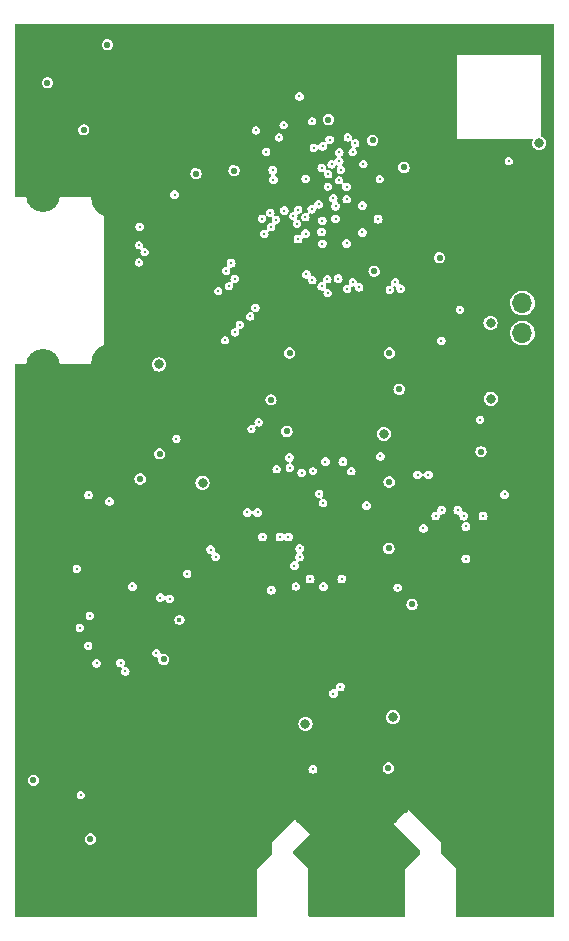
<source format=gbr>
%TF.GenerationSoftware,KiCad,Pcbnew,(6.0.4)*%
%TF.CreationDate,2023-05-16T14:10:17+09:00*%
%TF.ProjectId,RFB,5246422e-6b69-4636-9164-5f7063625858,rev?*%
%TF.SameCoordinates,Original*%
%TF.FileFunction,Copper,L2,Inr*%
%TF.FilePolarity,Positive*%
%FSLAX46Y46*%
G04 Gerber Fmt 4.6, Leading zero omitted, Abs format (unit mm)*
G04 Created by KiCad (PCBNEW (6.0.4)) date 2023-05-16 14:10:17*
%MOMM*%
%LPD*%
G01*
G04 APERTURE LIST*
%TA.AperFunction,ComponentPad*%
%ADD10C,0.970000*%
%TD*%
%TA.AperFunction,ComponentPad*%
%ADD11C,2.600000*%
%TD*%
%TA.AperFunction,ComponentPad*%
%ADD12R,1.700000X1.700000*%
%TD*%
%TA.AperFunction,ComponentPad*%
%ADD13O,1.700000X1.700000*%
%TD*%
%TA.AperFunction,ComponentPad*%
%ADD14C,0.500000*%
%TD*%
%TA.AperFunction,ComponentPad*%
%ADD15C,2.880000*%
%TD*%
%TA.AperFunction,ComponentPad*%
%ADD16C,3.990000*%
%TD*%
%TA.AperFunction,ViaPad*%
%ADD17C,0.300000*%
%TD*%
%TA.AperFunction,ViaPad*%
%ADD18C,0.550000*%
%TD*%
%TA.AperFunction,ViaPad*%
%ADD19C,0.800000*%
%TD*%
%TA.AperFunction,ViaPad*%
%ADD20C,0.400000*%
%TD*%
%TA.AperFunction,Conductor*%
%ADD21C,0.250000*%
%TD*%
G04 APERTURE END LIST*
D10*
%TO.N,GND*%
%TO.C,J1*%
X72250300Y-100977200D03*
X65265300Y-100977200D03*
%TD*%
D11*
%TO.N,GND*%
%TO.C,H4*%
X68224400Y-32689800D03*
%TD*%
D12*
%TO.N,GND*%
%TO.C,J6*%
X76504800Y-59029600D03*
D13*
%TO.N,/12V*%
X76504800Y-56489600D03*
%TO.N,/Power/PWR_EN*%
X76504800Y-53949600D03*
%TD*%
D11*
%TO.N,GND*%
%TO.C,H1*%
X76784200Y-103555800D03*
%TD*%
D14*
%TO.N,GND*%
%TO.C,U7*%
X56249000Y-75196000D03*
X55249000Y-76196000D03*
X55249000Y-75196000D03*
X54249000Y-75196000D03*
X54249000Y-76196000D03*
X55249000Y-77196000D03*
X56249000Y-77196000D03*
X54249000Y-77196000D03*
X56249000Y-76196000D03*
%TD*%
%TO.N,GND*%
%TO.C,U9*%
X69650893Y-73542210D03*
X70358000Y-72835103D03*
X68943786Y-74249317D03*
X70358000Y-74249317D03*
X69650893Y-74956424D03*
X71065107Y-73542210D03*
X70358000Y-75663531D03*
X71065107Y-74956424D03*
X71772214Y-74249317D03*
%TD*%
D15*
%TO.N,GND*%
%TO.C,J4*%
X35952000Y-44804000D03*
D16*
X41912000Y-44804000D03*
D15*
X35952000Y-59304000D03*
D16*
X41912000Y-59304000D03*
%TD*%
D14*
%TO.N,GND*%
%TO.C,U8*%
X62898400Y-92342400D03*
X60898400Y-91342400D03*
X62898400Y-90342400D03*
X60898400Y-90342400D03*
X61898400Y-91342400D03*
X61898400Y-90342400D03*
X62898400Y-91342400D03*
X60898400Y-92342400D03*
X61898400Y-92342400D03*
%TD*%
D10*
%TO.N,GND*%
%TO.C,J2*%
X52743100Y-101002600D03*
X59728100Y-101002600D03*
%TD*%
D14*
%TO.N,GND*%
%TO.C,IC3*%
X60576500Y-65346500D03*
X60576500Y-64071500D03*
X61851500Y-65346500D03*
X59301500Y-65346500D03*
X60576500Y-66621500D03*
X58026500Y-65346500D03*
X58026500Y-64071500D03*
X59301500Y-66621500D03*
X61851500Y-61521500D03*
X63126500Y-64071500D03*
X60576500Y-61521500D03*
X63126500Y-66621500D03*
X60576500Y-62796500D03*
X58026500Y-61521500D03*
X63126500Y-65346500D03*
X59301500Y-64071500D03*
X63126500Y-61521500D03*
X61851500Y-62796500D03*
X59301500Y-62796500D03*
X63126500Y-62796500D03*
X61851500Y-66621500D03*
X59301500Y-61521500D03*
X58026500Y-66621500D03*
X61851500Y-64071500D03*
X58026500Y-62796500D03*
%TD*%
D11*
%TO.N,GND*%
%TO.C,H2*%
X36449000Y-65227200D03*
%TD*%
%TO.N,GND*%
%TO.C,H3*%
X35890200Y-103555800D03*
%TD*%
D14*
%TO.N,GND*%
%TO.C,U4*%
X43422800Y-83203800D03*
X43452800Y-79203800D03*
X40722800Y-80473800D03*
X41992800Y-83203800D03*
X43452800Y-80473800D03*
X41992800Y-80473800D03*
X44722800Y-81933800D03*
X43452800Y-81933800D03*
X41992800Y-81933800D03*
X44722800Y-80473800D03*
X41992800Y-79203800D03*
X40722800Y-81933800D03*
%TD*%
D10*
%TO.N,GND*%
%TO.C,J3*%
X46939200Y-101002600D03*
X39954200Y-101002600D03*
%TD*%
D14*
%TO.N,GND*%
%TO.C,IC5*%
X42451200Y-96111600D03*
X43701200Y-96111600D03*
X43701200Y-97361600D03*
X42451200Y-97361600D03*
%TD*%
D17*
%TO.N,/Power/1V0_PG*%
X71221600Y-54533800D03*
X72923400Y-63830200D03*
D18*
%TO.N,/1V8D*%
X66065400Y-61264800D03*
%TO.N,GND*%
X66802000Y-59690000D03*
D17*
%TO.N,/1V8D*%
X69646800Y-57150000D03*
%TO.N,GND*%
X48463200Y-60934601D03*
X48463200Y-60274200D03*
X48463200Y-59613800D03*
D19*
%TO.N,/3V3D*%
X45720000Y-59156600D03*
D17*
%TO.N,/1V8D*%
X47218600Y-65455800D03*
D18*
%TO.N,GND*%
X45669200Y-63855600D03*
D17*
X44983400Y-69316600D03*
X44983400Y-69977000D03*
X44983400Y-70637400D03*
X44983400Y-71297800D03*
%TO.N,/FPGA/XS_DONE*%
X64439800Y-43459400D03*
%TO.N,/FPGA/HDMI_EHPD*%
X51435000Y-51231800D03*
%TO.N,/FPGA/HDMI_SDA*%
X52146200Y-51892200D03*
%TO.N,/FPGA/HDMI_SCL*%
X51663600Y-52527200D03*
%TO.N,/FPGA/HDMI_ECEC*%
X50749200Y-52933600D03*
%TO.N,GND*%
X44450000Y-73964800D03*
%TO.N,/FPGA/XS_CSO*%
X59984940Y-51947914D03*
%TO.N,/PLL_MUXOUT*%
X58724800Y-52019200D03*
X48133000Y-76885800D03*
%TO.N,GND*%
X47599599Y-82169000D03*
%TO.N,Net-(R58-Pad1)*%
X60020200Y-53111400D03*
%TO.N,Net-(R61-Pad1)*%
X59512200Y-52552600D03*
%TO.N,GND*%
X60579000Y-70764400D03*
X61036200Y-70256400D03*
X60203563Y-71393392D03*
X59537599Y-71755000D03*
X58216800Y-71755000D03*
X58877199Y-71755000D03*
X56845200Y-71755000D03*
X57556400Y-71729600D03*
X56210200Y-71374000D03*
X54787800Y-70713600D03*
X52146199Y-70713600D03*
X51485800Y-70713600D03*
X52806600Y-70713600D03*
X56108600Y-70713600D03*
X44246800Y-73253600D03*
X43586400Y-73253600D03*
X42925999Y-73304400D03*
X47066200Y-98044000D03*
X47066201Y-98704400D03*
X47066201Y-96723200D03*
X47066200Y-96062800D03*
X47066200Y-97383600D03*
X47066200Y-95402400D03*
X46405800Y-96723200D03*
X45745400Y-96723200D03*
X45745400Y-94742000D03*
X46405800Y-94742000D03*
X45745400Y-98044001D03*
X46405800Y-98044000D03*
X45745400Y-96062800D03*
X46405800Y-96062800D03*
X45745400Y-97383600D03*
X46405800Y-97383600D03*
X46405800Y-95402400D03*
X45745400Y-95402399D03*
X46405800Y-98704400D03*
X45745400Y-98704400D03*
X47066201Y-94742000D03*
X71247000Y-44729400D03*
X71907400Y-44729400D03*
X71907400Y-45389800D03*
%TO.N,/FPGA/XS_TCK*%
X58699400Y-38557200D03*
%TO.N,/FPGA/XS_TDI*%
X55905400Y-39928800D03*
%TO.N,/FPGA/XS_TMS*%
X53949600Y-39344600D03*
%TO.N,/FPGA/XS_TDO*%
X56286400Y-38887400D03*
%TO.N,/FPGA/XS_INITB*%
X54813200Y-41148000D03*
%TO.N,GND*%
X44246800Y-38252400D03*
X44246800Y-37592001D03*
X44246800Y-36931600D03*
X43586400Y-38252400D03*
X43586400Y-36271200D03*
X43586400Y-37592000D03*
X43586400Y-36931600D03*
X44246800Y-36271200D03*
X43586400Y-30937199D03*
X44246800Y-30937200D03*
X43586400Y-32918399D03*
X43586400Y-33578800D03*
X44246800Y-34239200D03*
X44246800Y-32918400D03*
X44246800Y-33578800D03*
X43586400Y-34239200D03*
X69595999Y-68021200D03*
X70256400Y-68021200D03*
X70942201Y-68021200D03*
X71602601Y-68021200D03*
X49530000Y-66116200D03*
X49530000Y-65455800D03*
X49530000Y-64795400D03*
X49530000Y-64135000D03*
X49530000Y-63474600D03*
X48463200Y-58953400D03*
X48463200Y-58293000D03*
X48463200Y-57632600D03*
X49530000Y-60680600D03*
X49530000Y-60020200D03*
X49530000Y-59359800D03*
X49530000Y-58699400D03*
X49530000Y-58039000D03*
X49530000Y-57378600D03*
X49530000Y-56718200D03*
X73990201Y-48945800D03*
X73329800Y-48945800D03*
X40436800Y-76225400D03*
X40538400Y-75488800D03*
X41198800Y-75260200D03*
X41859200Y-75260200D03*
X45415200Y-86233000D03*
X42824400Y-85801200D03*
X46939200Y-84556600D03*
X46939200Y-83896200D03*
X47371000Y-79756001D03*
X47365147Y-78429347D03*
X46898173Y-77962373D03*
X46431200Y-77495400D03*
X45641400Y-76911200D03*
X43053000Y-76911200D03*
X43053000Y-76250800D03*
X43053000Y-75590400D03*
X43053000Y-74930000D03*
X45415200Y-76250800D03*
X45415200Y-75590400D03*
X45415200Y-74930000D03*
X63601600Y-75031600D03*
X63601600Y-74091800D03*
X63601600Y-73152000D03*
X72263000Y-49657000D03*
X72669400Y-48945800D03*
X72034400Y-40589200D03*
X69215000Y-39954200D03*
X68884800Y-39344600D03*
X35941000Y-79756000D03*
X54356000Y-49834800D03*
X52451000Y-48539400D03*
X51816000Y-47396400D03*
X52451000Y-45847000D03*
X53517800Y-45847000D03*
X55067200Y-44704000D03*
X52781200Y-44704000D03*
X49164627Y-46796573D03*
X50688627Y-45272573D03*
X51155600Y-44805600D03*
X47990373Y-47970827D03*
X47523400Y-48437800D03*
X48885227Y-55686573D03*
X47484307Y-57087493D03*
X49819173Y-54752627D03*
X48418253Y-56153547D03*
X49352200Y-55219600D03*
X47951280Y-56620520D03*
X50286147Y-54285653D03*
X47942500Y-53022500D03*
X50876200Y-47802800D03*
X55565427Y-88864827D03*
X55098453Y-88397853D03*
X56032400Y-89331800D03*
X54631480Y-87930880D03*
X67249427Y-89824173D03*
X69117320Y-87956280D03*
X68183373Y-88890227D03*
X66782453Y-90291147D03*
X67716400Y-89357200D03*
X68650347Y-88423253D03*
X57251600Y-91998800D03*
X56591201Y-91998800D03*
X69935973Y-90541227D03*
X69002027Y-91475173D03*
X70402947Y-90074253D03*
X69469000Y-91008200D03*
X70869920Y-89607280D03*
X68535053Y-91942147D03*
X53863627Y-90566627D03*
X52462707Y-89165707D03*
X54797573Y-91500573D03*
X53396653Y-90099653D03*
X54330600Y-91033600D03*
X52929680Y-89632680D03*
X55264547Y-91967547D03*
X42062400Y-91897200D03*
X42062400Y-89255600D03*
X42062400Y-90576400D03*
X42062400Y-92557601D03*
X42062400Y-91236800D03*
X42062400Y-93218000D03*
X42062400Y-89915999D03*
X45085000Y-91770200D03*
X45085000Y-89789000D03*
X45085000Y-94411800D03*
X45085000Y-93091000D03*
X45085000Y-91109799D03*
X45085000Y-92430600D03*
X45085000Y-90449400D03*
X45085000Y-93751401D03*
X44297600Y-97028000D03*
X45085000Y-96723200D03*
X45085000Y-96062800D03*
X45085000Y-95402400D03*
X44450000Y-96393000D03*
X44424600Y-95732600D03*
X41402000Y-95554800D03*
X41401999Y-96215200D03*
X43383200Y-96723200D03*
X41401999Y-97536000D03*
X44704000Y-97536000D03*
X73710800Y-103835200D03*
X73050400Y-103835200D03*
X71729600Y-103835200D03*
X72389999Y-103835200D03*
X73710800Y-101854000D03*
X72389999Y-101854000D03*
X71729600Y-101854000D03*
X73050400Y-101854000D03*
X73710800Y-105156000D03*
X71729600Y-105156000D03*
X72389999Y-105156000D03*
X73050400Y-105156000D03*
X73710800Y-103174800D03*
X72389999Y-103174800D03*
X71729600Y-103174800D03*
X73050400Y-103174800D03*
X71729600Y-104495600D03*
X73050400Y-104495600D03*
X73710800Y-104495600D03*
X72389999Y-104495600D03*
X73050400Y-102514400D03*
X73710800Y-102514400D03*
X71729600Y-102514400D03*
X72389999Y-102514400D03*
X73710800Y-105816400D03*
X72389999Y-105816400D03*
X73050400Y-105816400D03*
X71729600Y-105816400D03*
X65786000Y-103835200D03*
X65125600Y-103835200D03*
X63804800Y-103835200D03*
X64465199Y-103835200D03*
X65786000Y-101854000D03*
X64465199Y-101854000D03*
X63804800Y-101854000D03*
X65125600Y-101854000D03*
X65786000Y-105156000D03*
X63804800Y-105156000D03*
X64465199Y-105156000D03*
X65125600Y-105156000D03*
X65786000Y-103174800D03*
X64465199Y-103174800D03*
X63804800Y-103174800D03*
X65125600Y-103174800D03*
X63804800Y-104495600D03*
X65125600Y-104495600D03*
X65786000Y-104495600D03*
X64465199Y-104495600D03*
X65125600Y-102514400D03*
X65786000Y-102514400D03*
X63804800Y-102514400D03*
X64465199Y-102514400D03*
X65786000Y-105816400D03*
X64465199Y-105816400D03*
X65125600Y-105816400D03*
X63804800Y-105816400D03*
X61188600Y-103860600D03*
X60528200Y-103860600D03*
X59207400Y-103860600D03*
X59867799Y-103860600D03*
X61188600Y-101879400D03*
X59867799Y-101879400D03*
X59207400Y-101879400D03*
X60528200Y-101879400D03*
X61188600Y-105181400D03*
X59207400Y-105181400D03*
X59867799Y-105181400D03*
X60528200Y-105181400D03*
X61188600Y-103200200D03*
X59867799Y-103200200D03*
X59207400Y-103200200D03*
X60528200Y-103200200D03*
X59207400Y-104521000D03*
X60528200Y-104521000D03*
X61188600Y-104521000D03*
X59867799Y-104521000D03*
X60528200Y-102539800D03*
X61188600Y-102539800D03*
X59207400Y-102539800D03*
X59867799Y-102539800D03*
X61188600Y-105841800D03*
X59867799Y-105841800D03*
X60528200Y-105841800D03*
X59207400Y-105841800D03*
X53263800Y-105181400D03*
X53263800Y-105841800D03*
X53263800Y-103860600D03*
X53263800Y-103200200D03*
X53263800Y-104521000D03*
X53263800Y-102539800D03*
X52603400Y-103860600D03*
X51282599Y-103860600D03*
X51943000Y-103860600D03*
X51282599Y-101879400D03*
X51943000Y-101879400D03*
X52603400Y-101879400D03*
X51943000Y-105181400D03*
X52603400Y-105181400D03*
X51282599Y-105181400D03*
X51282599Y-103200200D03*
X51943000Y-103200200D03*
X52603400Y-103200200D03*
X51943000Y-104521000D03*
X52603400Y-104521000D03*
X51282599Y-104521000D03*
X52603400Y-102539800D03*
X51943000Y-102539800D03*
X51282599Y-102539800D03*
X52603400Y-105841800D03*
X51282599Y-105841800D03*
X51943000Y-105841800D03*
X53263800Y-101879400D03*
D18*
X41046400Y-66852800D03*
X40055800Y-67767200D03*
X41046400Y-67767200D03*
X68935600Y-43840400D03*
D17*
%TO.N,/Power/PWR_EN*%
X75361800Y-41935400D03*
%TO.N,GND*%
X50749200Y-53797200D03*
X53035200Y-54203600D03*
D18*
X56337200Y-59410600D03*
X50723800Y-43535600D03*
X56057800Y-36271200D03*
X70383400Y-48615600D03*
X75133200Y-51181000D03*
X78054200Y-44907200D03*
X76708000Y-43154600D03*
D17*
X42722800Y-94538800D03*
X44424600Y-95732600D03*
X44424600Y-95072200D03*
X44424600Y-94411800D03*
X44424600Y-93751400D03*
D18*
X47167800Y-45694600D03*
X48344900Y-45736700D03*
X48094901Y-44488099D03*
D17*
X61645800Y-94615000D03*
X61645800Y-93929200D03*
X62814200Y-95656400D03*
X62347227Y-95189427D03*
X60477400Y-95631000D03*
X60934600Y-95148400D03*
X63550800Y-94919800D03*
X63083827Y-94452827D03*
X59715400Y-94894400D03*
X60182373Y-94427427D03*
X62607080Y-96389080D03*
X63074053Y-96856053D03*
X64008000Y-97790000D03*
X63541027Y-97323027D03*
X64283480Y-94738080D03*
X64750453Y-95205053D03*
X65684400Y-96139000D03*
X65217427Y-95672027D03*
X60633720Y-96363680D03*
X60166747Y-96830653D03*
X59232800Y-97764600D03*
X59699773Y-97297627D03*
X58982720Y-94687280D03*
X58515747Y-95154253D03*
X57581800Y-96088200D03*
X58048773Y-95621227D03*
X38252400Y-73228200D03*
X44907200Y-73279000D03*
X58547000Y-103200200D03*
X44704000Y-97536000D03*
X71069200Y-103174800D03*
X39827200Y-102539800D03*
X59203480Y-84425680D03*
X57999907Y-84695307D03*
X64973200Y-44018200D03*
X39166800Y-102539800D03*
X45745400Y-105841800D03*
X53924200Y-104521000D03*
X45745400Y-103200200D03*
X69177893Y-98921293D03*
X45745400Y-101879400D03*
X57470469Y-50618837D03*
D18*
X75234800Y-49250600D03*
D17*
X41300400Y-93395800D03*
X50241199Y-82169000D03*
X58039000Y-99593400D03*
X39166800Y-103860600D03*
D18*
X39903400Y-98374200D03*
D17*
X46939199Y-83235800D03*
X48387000Y-101879400D03*
X41275000Y-48539400D03*
X57327800Y-52959000D03*
D18*
X36042600Y-96494600D03*
D17*
X41148000Y-102539800D03*
X57638453Y-100920053D03*
X38506400Y-101879400D03*
X53924200Y-103200200D03*
D18*
X65582800Y-77165200D03*
D17*
X51562000Y-82169000D03*
X39166800Y-103200200D03*
X64871600Y-31165800D03*
D18*
X57594639Y-97706078D03*
D17*
X44475400Y-53848000D03*
X63728600Y-46253400D03*
D18*
X43586400Y-74015600D03*
D17*
X47726600Y-105181400D03*
X58547000Y-102539800D03*
X47066200Y-103200200D03*
X60045600Y-87782400D03*
X62750859Y-42859895D03*
X56005229Y-97763871D03*
D18*
X66548000Y-96875600D03*
D17*
X60452000Y-53721000D03*
X46278799Y-83235800D03*
X44704000Y-98196400D03*
X45745400Y-105181400D03*
X50241199Y-83235800D03*
X41275000Y-53060600D03*
X69644867Y-99388267D03*
X56680206Y-48068444D03*
D18*
X38887400Y-87172800D03*
D17*
X48260000Y-82169000D03*
X70135253Y-100894653D03*
X60128625Y-41243449D03*
X59867800Y-86563200D03*
X48387000Y-103860600D03*
X58547000Y-105181400D03*
X70602227Y-101361627D03*
X57335587Y-82557787D03*
X47726600Y-102539800D03*
X54787800Y-82169000D03*
X39166800Y-105181400D03*
X61036200Y-88696800D03*
X40487600Y-103200201D03*
X46736000Y-53848000D03*
X48768000Y-70764400D03*
X62534800Y-86690200D03*
X41148000Y-103200200D03*
X40487600Y-105181401D03*
X55661173Y-99050227D03*
X37388800Y-79756000D03*
X39166800Y-105841800D03*
X41148000Y-105181400D03*
X41275000Y-51562000D03*
X53924200Y-105181400D03*
D18*
X59156600Y-92354400D03*
X64846200Y-90449400D03*
X66624200Y-88138000D03*
D17*
X46736000Y-50596800D03*
X40487600Y-101879400D03*
X41148000Y-101879400D03*
X40487600Y-103860600D03*
X47066201Y-101879400D03*
X48387000Y-102539800D03*
D18*
X67538600Y-94107000D03*
D17*
X66446400Y-105156000D03*
X55499000Y-48615600D03*
X41275000Y-54559200D03*
X44780200Y-50927000D03*
X52222400Y-83235800D03*
X56128147Y-98583253D03*
X39827200Y-105841800D03*
X40678100Y-95669100D03*
X46405800Y-105181400D03*
X47066200Y-102539800D03*
X53924200Y-101879400D03*
D18*
X56692800Y-96799400D03*
D17*
X47726600Y-104521000D03*
X71069200Y-101854000D03*
D18*
X60350400Y-48107600D03*
D17*
X46075600Y-85826600D03*
X46405800Y-101879400D03*
D18*
X57683400Y-94107000D03*
D17*
X58736507Y-83958707D03*
X41148000Y-105841800D03*
X40487600Y-105841800D03*
X46405800Y-103860600D03*
X46990000Y-74955400D03*
X42107347Y-100869253D03*
D18*
X67030600Y-38582600D03*
X74701400Y-43154600D03*
D17*
X47599600Y-83235800D03*
X47726600Y-103860600D03*
X68710920Y-98454320D03*
X39166800Y-101879400D03*
D18*
X66827400Y-48539400D03*
D17*
X66913373Y-101336227D03*
X46405800Y-102539800D03*
X42722800Y-91236800D03*
X40055800Y-71475600D03*
D18*
X61772800Y-83667600D03*
X66344800Y-76428600D03*
D19*
X57226200Y-88442800D03*
D17*
X46405800Y-105841800D03*
X38506400Y-104521000D03*
X53924200Y-103860600D03*
D19*
X68732400Y-41097200D03*
D17*
X55194200Y-99644200D03*
X44424600Y-93091000D03*
X59690000Y-87223600D03*
X58191400Y-41325800D03*
X67122427Y-99812227D03*
X67310000Y-97053400D03*
D18*
X42961400Y-88453200D03*
D17*
X62001400Y-86233000D03*
X56598987Y-83294387D03*
D18*
X65506600Y-67487800D03*
D17*
X71069200Y-102514400D03*
X58547000Y-104521000D03*
X44424600Y-92430600D03*
X44704000Y-99517200D03*
D18*
X47447200Y-46812200D03*
D17*
X57505600Y-100152200D03*
X60528200Y-88239600D03*
D18*
X41783000Y-86080600D03*
D17*
X42722800Y-93218000D03*
D18*
X58496200Y-98602800D03*
X64744600Y-98653600D03*
D17*
X39827200Y-105181400D03*
X58547000Y-101879400D03*
X44424600Y-91109800D03*
X59842400Y-49784000D03*
X71069200Y-105156000D03*
D18*
X65643742Y-97764600D03*
D17*
X45745400Y-102539800D03*
X41640373Y-101336227D03*
X42722800Y-91897201D03*
X53924200Y-105841800D03*
D18*
X65709800Y-75844400D03*
D19*
X49580800Y-46050200D03*
D17*
X40487600Y-104521000D03*
X55651400Y-31165800D03*
X66655453Y-99345253D03*
X63779400Y-47421865D03*
X62433200Y-45008800D03*
X47066200Y-104521000D03*
X67776973Y-97520373D03*
X42722800Y-89916000D03*
X46939199Y-82169000D03*
X39827200Y-104521000D03*
X64995923Y-48564800D03*
X45745400Y-104521000D03*
D18*
X64541400Y-38201600D03*
D17*
X51562000Y-83235800D03*
X64871600Y-32893000D03*
X57065960Y-83761360D03*
X57327800Y-56972200D03*
X48920401Y-82169000D03*
X55270399Y-83235800D03*
D18*
X45501400Y-88453200D03*
D17*
X40106600Y-76885800D03*
D18*
X64643000Y-76174600D03*
D17*
X55930800Y-83235800D03*
X45694600Y-86842600D03*
X44424600Y-91770200D03*
X55194200Y-100304600D03*
X44704000Y-100177600D03*
D18*
X74701400Y-44881800D03*
D17*
X43510200Y-67894200D03*
X48387000Y-104521000D03*
X69799200Y-100330000D03*
X38506400Y-103860600D03*
X56794400Y-82169000D03*
X48387000Y-105841800D03*
X55930800Y-45542200D03*
X58547000Y-103860600D03*
X54610000Y-83235800D03*
X58466880Y-85162280D03*
X66446400Y-103835200D03*
X42574320Y-100402280D03*
X62788800Y-87350599D03*
X67589400Y-100279200D03*
X68859400Y-47403905D03*
D18*
X63830200Y-87909400D03*
D17*
X66446400Y-105816400D03*
X66446400Y-103174800D03*
X36499800Y-82626200D03*
X59334400Y-44009368D03*
X39827200Y-103860600D03*
X38176200Y-89306400D03*
X43484800Y-87122000D03*
X48920401Y-83235800D03*
X59670453Y-84892653D03*
X38404800Y-77952600D03*
X57532933Y-84228333D03*
X66192400Y-98882200D03*
X42722800Y-92557600D03*
X38506400Y-105181400D03*
D18*
X68554600Y-37058600D03*
D17*
X71069200Y-105816400D03*
X48793400Y-72313800D03*
D18*
X67106800Y-54508400D03*
D17*
X55651400Y-32893000D03*
X42722800Y-90576400D03*
D18*
X38506400Y-71501000D03*
D17*
X66342962Y-46847129D03*
X66446400Y-101854000D03*
X47726600Y-103200200D03*
X45247173Y-101304973D03*
X38506400Y-103200200D03*
D19*
X71619999Y-60714001D03*
D17*
X46405800Y-104521000D03*
X62391649Y-48535417D03*
X68243947Y-97987347D03*
D18*
X37973000Y-96977200D03*
D17*
X42722800Y-93878400D03*
X47726600Y-101879400D03*
X55448199Y-82169000D03*
X48260000Y-83235800D03*
D18*
X46659800Y-86614000D03*
D17*
X61315600Y-46355000D03*
X59400827Y-86096227D03*
X60137427Y-85359627D03*
X41148000Y-103860600D03*
X39166800Y-104521000D03*
X47726600Y-105841800D03*
X60553600Y-51079400D03*
X71069200Y-103835200D03*
D18*
X76708000Y-44881800D03*
D17*
X39827200Y-103200200D03*
X47066200Y-103860600D03*
X44424600Y-90449400D03*
X41402000Y-94894400D03*
X44780200Y-100838000D03*
D18*
X47117000Y-63703200D03*
D17*
X62484000Y-87985600D03*
D18*
X57026400Y-86406800D03*
D17*
X61036200Y-55473600D03*
X38506400Y-105841800D03*
X66446400Y-102514400D03*
X58105427Y-101387027D03*
X47066200Y-105181400D03*
X41859200Y-98704400D03*
X52222400Y-82169000D03*
X46939200Y-83235800D03*
X40487600Y-102539800D03*
X47066200Y-105841800D03*
X40019801Y-78953799D03*
X63804800Y-55854600D03*
X44704000Y-98856800D03*
X54858147Y-100894653D03*
X48387000Y-105181400D03*
D18*
X44231400Y-88453200D03*
D17*
X61499253Y-85781653D03*
D18*
X76682600Y-47752000D03*
D17*
X63322200Y-50393600D03*
X56108600Y-82169000D03*
X57802560Y-83024760D03*
X62661800Y-88671400D03*
X58933853Y-85629253D03*
X44424600Y-89789000D03*
X44983400Y-87122000D03*
X54391173Y-101361627D03*
X66446400Y-104495600D03*
D18*
X64490600Y-92329000D03*
D17*
X39827199Y-101879400D03*
X38506400Y-102539800D03*
X58547000Y-105841800D03*
X42722800Y-89255599D03*
X46405800Y-103200200D03*
X41148000Y-104521000D03*
X45745400Y-103860600D03*
X58601981Y-47475747D03*
X60128625Y-46308314D03*
X63804800Y-54254400D03*
X41275000Y-56057800D03*
X58637902Y-48768904D03*
X50901599Y-83235800D03*
X50901599Y-82169000D03*
X60604400Y-85826600D03*
X58269533Y-83491733D03*
X53924200Y-102539800D03*
X48387000Y-103200200D03*
X71069200Y-104495600D03*
D18*
%TO.N,/3V3D*%
X52095400Y-42748200D03*
X63830200Y-40182800D03*
D17*
X60985400Y-41960800D03*
X56337200Y-46126400D03*
X58166000Y-43434000D03*
D18*
X39370000Y-39293800D03*
D17*
%TO.N,/FPGA/HDMI_CEC*%
X51333400Y-57099200D03*
X55168800Y-46304200D03*
%TO.N,/FPGA/XS_INITB*%
X57429400Y-47244000D03*
%TO.N,/FPGA/XS_TMS*%
X58140600Y-46685200D03*
%TO.N,/FPGA/XS_TDI*%
X57120106Y-46587464D03*
%TO.N,/FPGA/XS_TDO*%
X57531000Y-46050200D03*
%TO.N,/FPGA/XS_TCK*%
X60985400Y-43561000D03*
%TO.N,Net-(Q1-Pad3)*%
X39116000Y-95605600D03*
%TO.N,Net-(IC1-Pad6)*%
X41529000Y-70739000D03*
%TO.N,Net-(IC1-Pad1)*%
X39776400Y-70205600D03*
%TO.N,/FPGA_REFCLKN*%
X55372000Y-42697400D03*
%TO.N,/FPGA_REFCLKP*%
X55422800Y-43510200D03*
%TO.N,/PLL_CE*%
X38785800Y-76454000D03*
%TO.N,Net-(C32-Pad1)*%
X46659800Y-78994000D03*
%TO.N,/SPI_SCK*%
X56819800Y-67894200D03*
X50114200Y-74828400D03*
X54178200Y-64058800D03*
%TO.N,/PLL_RFMXN*%
X60494697Y-87020400D03*
%TO.N,/PLL_RFMXP*%
X61087000Y-86458738D03*
%TO.N,Net-(R55-Pad1)*%
X45516800Y-83591400D03*
%TO.N,/SPI_CS_PLL*%
X42900600Y-85140800D03*
%TO.N,/PLL_RAMPCLK*%
X40462200Y-84455000D03*
%TO.N,/PLL_RAMPDIR*%
X39751000Y-82956400D03*
%TO.N,Net-(C30-Pad2)*%
X39039800Y-81457800D03*
%TO.N,/PLL_3V3A*%
X43484800Y-77952600D03*
X42494200Y-84429600D03*
D18*
X46126400Y-84124800D03*
D17*
X45847000Y-78892400D03*
X39878000Y-80441800D03*
D20*
X47472600Y-80772000D03*
D17*
%TO.N,/IF_VCM*%
X61221400Y-77313600D03*
X71543394Y-71986292D03*
X54515800Y-73757600D03*
X75006200Y-70154800D03*
X73177400Y-71983600D03*
X57640000Y-75459400D03*
X58529000Y-77313600D03*
X63322200Y-71094600D03*
X68130897Y-73028002D03*
%TO.N,/ADC/ADC_INBN*%
X67640200Y-68503800D03*
X69675501Y-71483398D03*
%TO.N,/ADC/ADC_INBP*%
X68554600Y-68503800D03*
X71040500Y-71483398D03*
%TO.N,/ADC/ADC_INAP*%
X53220400Y-71674800D03*
X56700200Y-73757600D03*
%TO.N,/ADC/ADC_INAN*%
X54084000Y-71674800D03*
X57665400Y-74722800D03*
%TO.N,/FPGA/HyperBus0_Reset*%
X61722000Y-39928800D03*
%TO.N,/FPGA/HyperBus0_CS*%
X62357000Y-40436800D03*
%TO.N,/FPGA/HyperBus0_RWDS*%
X61010800Y-41198800D03*
%TO.N,/FPGA/HyperBus0_DQ4*%
X58851800Y-40792400D03*
%TO.N,/FPGA/HyperBus0_DQ3*%
X59588400Y-40690800D03*
%TO.N,/FPGA/HyperBus0_DQ2*%
X60198000Y-40132000D03*
%TO.N,/FPGA/HyperBus0_DQ1*%
X61137800Y-42672000D03*
%TO.N,/FPGA/HyperBus0_CkN*%
X63042800Y-42189400D03*
%TO.N,/FPGA/HyperBus0_DQ5*%
X59512200Y-42494200D03*
%TO.N,/FPGA/HyperBus0_DQ0*%
X60350400Y-42214800D03*
%TO.N,/FPGA/HyperBus0_CkP*%
X62128400Y-41173400D03*
%TO.N,/FPGA/HyperBus0_DQ7*%
X60045600Y-44094400D03*
%TO.N,/FPGA/HyperBus0_DQ6*%
X60071000Y-43053000D03*
%TO.N,/FPGA/XS_CCLK*%
X65735200Y-52197000D03*
X61620400Y-45161200D03*
%TO.N,/FPGA/XS_DONE*%
X60502800Y-45085000D03*
%TO.N,/FPGA/XS_MOSI*%
X66192400Y-52730400D03*
%TO.N,/FPGA/XS_DIN*%
X65278000Y-52832000D03*
%TO.N,/FPGA/XS_PROGRAMB*%
X58655863Y-46020945D03*
%TO.N,/SPI_CS_ADC*%
X62153800Y-52197000D03*
X58775600Y-68173600D03*
%TO.N,/FPGA/HDMI_IICSDA*%
X52578000Y-55778400D03*
X55651400Y-46913800D03*
%TO.N,/FPGA/HDMI_IICSCL*%
X52171600Y-56438800D03*
X54457600Y-46812200D03*
%TO.N,/ADC_RESET*%
X62687200Y-52628800D03*
X62026800Y-68199000D03*
%TO.N,Net-(R12-Pad2)*%
X69172606Y-71986292D03*
%TO.N,Net-(C57-Pad2)*%
X59664600Y-77952600D03*
X57327800Y-77952600D03*
%TO.N,Net-(R23-Pad2)*%
X55989000Y-73757600D03*
%TO.N,/ADC/CLKP*%
X59639200Y-70891400D03*
%TO.N,/ADC/CLKN*%
X59309000Y-70104000D03*
%TO.N,/1V8D*%
X58152968Y-48068444D03*
X59563000Y-48945800D03*
D18*
X55219600Y-62153800D03*
D17*
%TO.N,/ADC_1V8A*%
X64490600Y-66929000D03*
D18*
X56565100Y-64821500D03*
D19*
X64770000Y-65024000D03*
D17*
X59826500Y-67386200D03*
X56769000Y-67030600D03*
X61315600Y-67386200D03*
D19*
%TO.N,/MIX_5VA*%
X58140600Y-89585800D03*
X65548200Y-89010800D03*
D17*
X58775600Y-93421200D03*
D18*
X65151000Y-93319600D03*
D17*
%TO.N,/IFF_3V3A*%
X71729600Y-75615800D03*
X57208200Y-76196000D03*
X55245000Y-78257400D03*
D18*
X65201800Y-74726800D03*
D17*
X71729600Y-72872600D03*
D18*
%TO.N,/PA_8VA*%
X39934000Y-99334200D03*
D17*
%TO.N,/FPGA/HDMI_HPD*%
X53467000Y-55092600D03*
X55245000Y-47498000D03*
%TO.N,/FPGA/HDMI_SCL*%
X44526200Y-49631600D03*
%TO.N,/FPGA/HDMI_SDA*%
X44043600Y-49047400D03*
%TO.N,/FPGA/HDMI_LSOE*%
X53898800Y-54356000D03*
X54660800Y-48082200D03*
D18*
%TO.N,/12V*%
X41376600Y-32080200D03*
X35102800Y-94361000D03*
X48869600Y-43002200D03*
X67157600Y-79476600D03*
D17*
%TO.N,/1V0*%
X62948425Y-45715617D03*
X60685400Y-46829168D03*
X61619347Y-48912588D03*
D18*
X69494400Y-50114200D03*
D17*
X59500007Y-47942720D03*
X59553888Y-46990813D03*
X60685400Y-45751538D03*
X62948425Y-47978641D03*
X64287400Y-46847129D03*
%TO.N,/5VD*%
X51841400Y-50571400D03*
%TO.N,/2V5D*%
X61620400Y-44119800D03*
D18*
%TO.N,/3V3D*%
X44145200Y-68859400D03*
D17*
%TO.N,/2V5D*%
X58224810Y-51516862D03*
X59266520Y-45589893D03*
D18*
X56794400Y-58191400D03*
X66471800Y-42468800D03*
D17*
X60900927Y-51894033D03*
X57632600Y-36449000D03*
D18*
X60083700Y-38417500D03*
X63957200Y-51257200D03*
D17*
X57506390Y-48535417D03*
D18*
X65252600Y-58191400D03*
D19*
%TO.N,Net-(D1-Pad1)*%
X77927200Y-40411400D03*
D17*
%TO.N,/FPGA/HDMI_ECEC*%
X44043600Y-50520600D03*
%TO.N,/FPGA/HDMI_EHPD*%
X44094400Y-47498000D03*
D19*
%TO.N,/3V6*%
X73812400Y-55651400D03*
X73837800Y-62052200D03*
D18*
X72999600Y-66548000D03*
D17*
X47066200Y-44780200D03*
D18*
X45796200Y-66725800D03*
X65227200Y-69113400D03*
X36296600Y-35306000D03*
D19*
X49428400Y-69164200D03*
D17*
X65938400Y-78054200D03*
%TO.N,/SPI_MOSI*%
X53568600Y-64617600D03*
X57810400Y-68326000D03*
X50546000Y-75438000D03*
%TO.N,/SPI_MISO*%
X61671200Y-52755800D03*
X55702200Y-68021200D03*
%TD*%
D21*
%TO.N,GND*%
X56794400Y-96799400D02*
X56692800Y-96799400D01*
%TD*%
%TA.AperFunction,Conductor*%
%TO.N,GND*%
G36*
X79133691Y-30318407D02*
G01*
X79169655Y-30367907D01*
X79174500Y-30398500D01*
X79174500Y-105847100D01*
X79155593Y-105905291D01*
X79106093Y-105941255D01*
X79075500Y-105946100D01*
X71015800Y-105946100D01*
X70957609Y-105927193D01*
X70921645Y-105877693D01*
X70916800Y-105847100D01*
X70916800Y-101889000D01*
X70909226Y-101881369D01*
X70909226Y-101881368D01*
X69675533Y-100638350D01*
X69647961Y-100583730D01*
X69646800Y-100568611D01*
X69646800Y-99618800D01*
X66852823Y-96819572D01*
X65598532Y-98076896D01*
X65604387Y-98082838D01*
X67840316Y-100351894D01*
X67867692Y-100406613D01*
X67868800Y-100421381D01*
X67868800Y-100568611D01*
X67849893Y-100626802D01*
X67840067Y-100638350D01*
X66609845Y-101877871D01*
X66609844Y-101877872D01*
X66598800Y-101889000D01*
X66598800Y-105847100D01*
X66579893Y-105905291D01*
X66530393Y-105941255D01*
X66499800Y-105946100D01*
X58493600Y-105946100D01*
X58435409Y-105927193D01*
X58399445Y-105877693D01*
X58394600Y-105847100D01*
X58394600Y-101889000D01*
X58387026Y-101881369D01*
X58387026Y-101881368D01*
X57153333Y-100638350D01*
X57125761Y-100583730D01*
X57124600Y-100568611D01*
X57124600Y-100370485D01*
X57143507Y-100312294D01*
X57152969Y-100301115D01*
X58510613Y-98918787D01*
X58521600Y-98907600D01*
X57277000Y-97637600D01*
X55346600Y-99568000D01*
X55346600Y-100568611D01*
X55327693Y-100626802D01*
X55317867Y-100638350D01*
X54087645Y-101877871D01*
X54087644Y-101877872D01*
X54076600Y-101889000D01*
X54076600Y-105847100D01*
X54057693Y-105905291D01*
X54008193Y-105941255D01*
X53977600Y-105946100D01*
X33649700Y-105946100D01*
X33591509Y-105927193D01*
X33555545Y-105877693D01*
X33550700Y-105847100D01*
X33550700Y-99328331D01*
X39453646Y-99328331D01*
X39471306Y-99463386D01*
X39474146Y-99469840D01*
X39474147Y-99469844D01*
X39512459Y-99556914D01*
X39526162Y-99588056D01*
X39552005Y-99618800D01*
X39609265Y-99686920D01*
X39609268Y-99686922D01*
X39613804Y-99692319D01*
X39619675Y-99696227D01*
X39619676Y-99696228D01*
X39636616Y-99707504D01*
X39727187Y-99767793D01*
X39733914Y-99769895D01*
X39733917Y-99769896D01*
X39850463Y-99806307D01*
X39850464Y-99806307D01*
X39857195Y-99808410D01*
X39927288Y-99809695D01*
X39986324Y-99810777D01*
X39986326Y-99810777D01*
X39993377Y-99810906D01*
X40000180Y-99809051D01*
X40000182Y-99809051D01*
X40072410Y-99789359D01*
X40124786Y-99775080D01*
X40240858Y-99703812D01*
X40332261Y-99602831D01*
X40391649Y-99480254D01*
X40393401Y-99469844D01*
X40413613Y-99349706D01*
X40413613Y-99349705D01*
X40414247Y-99345937D01*
X40414390Y-99334200D01*
X40413550Y-99328331D01*
X40396081Y-99206355D01*
X40395081Y-99199371D01*
X40338706Y-99075380D01*
X40249796Y-98972196D01*
X40135501Y-98898113D01*
X40005006Y-98859087D01*
X39924455Y-98858595D01*
X39875855Y-98858298D01*
X39875854Y-98858298D01*
X39868804Y-98858255D01*
X39862027Y-98860192D01*
X39862026Y-98860192D01*
X39744622Y-98893746D01*
X39744620Y-98893747D01*
X39737842Y-98895684D01*
X39622650Y-98968365D01*
X39532487Y-99070455D01*
X39474601Y-99193748D01*
X39453646Y-99328331D01*
X33550700Y-99328331D01*
X33550700Y-95605600D01*
X38761131Y-95605600D01*
X38778500Y-95715261D01*
X38828905Y-95814187D01*
X38907413Y-95892695D01*
X38914350Y-95896230D01*
X38914352Y-95896231D01*
X38999399Y-95939564D01*
X39006339Y-95943100D01*
X39014033Y-95944319D01*
X39014034Y-95944319D01*
X39108304Y-95959250D01*
X39116000Y-95960469D01*
X39123696Y-95959250D01*
X39217966Y-95944319D01*
X39217967Y-95944319D01*
X39225661Y-95943100D01*
X39232601Y-95939564D01*
X39317648Y-95896231D01*
X39317650Y-95896230D01*
X39324587Y-95892695D01*
X39403095Y-95814187D01*
X39453500Y-95715261D01*
X39470869Y-95605600D01*
X39453500Y-95495939D01*
X39403095Y-95397013D01*
X39324587Y-95318505D01*
X39317650Y-95314970D01*
X39317648Y-95314969D01*
X39232601Y-95271636D01*
X39225661Y-95268100D01*
X39217967Y-95266881D01*
X39217966Y-95266881D01*
X39123696Y-95251950D01*
X39116000Y-95250731D01*
X39108304Y-95251950D01*
X39014034Y-95266881D01*
X39014033Y-95266881D01*
X39006339Y-95268100D01*
X38999399Y-95271636D01*
X38914352Y-95314969D01*
X38914350Y-95314970D01*
X38907413Y-95318505D01*
X38828905Y-95397013D01*
X38778500Y-95495939D01*
X38761131Y-95605600D01*
X33550700Y-95605600D01*
X33550700Y-94355131D01*
X34622446Y-94355131D01*
X34640106Y-94490186D01*
X34642946Y-94496640D01*
X34642947Y-94496644D01*
X34692121Y-94608400D01*
X34694962Y-94614856D01*
X34738783Y-94666988D01*
X34778065Y-94713720D01*
X34778068Y-94713722D01*
X34782604Y-94719119D01*
X34788475Y-94723027D01*
X34788476Y-94723028D01*
X34805416Y-94734304D01*
X34895987Y-94794593D01*
X34902714Y-94796695D01*
X34902717Y-94796696D01*
X35019263Y-94833107D01*
X35019264Y-94833107D01*
X35025995Y-94835210D01*
X35096088Y-94836495D01*
X35155124Y-94837577D01*
X35155126Y-94837577D01*
X35162177Y-94837706D01*
X35168980Y-94835851D01*
X35168982Y-94835851D01*
X35241210Y-94816159D01*
X35293586Y-94801880D01*
X35409658Y-94730612D01*
X35501061Y-94629631D01*
X35560449Y-94507054D01*
X35562201Y-94496644D01*
X35582413Y-94376506D01*
X35582413Y-94376505D01*
X35583047Y-94372737D01*
X35583190Y-94361000D01*
X35582350Y-94355131D01*
X35564881Y-94233155D01*
X35563881Y-94226171D01*
X35507506Y-94102180D01*
X35418596Y-93998996D01*
X35304301Y-93924913D01*
X35173806Y-93885887D01*
X35093255Y-93885395D01*
X35044655Y-93885098D01*
X35044654Y-93885098D01*
X35037604Y-93885055D01*
X35030827Y-93886992D01*
X35030826Y-93886992D01*
X34913422Y-93920546D01*
X34913420Y-93920547D01*
X34906642Y-93922484D01*
X34791450Y-93995165D01*
X34701287Y-94097255D01*
X34643401Y-94220548D01*
X34622446Y-94355131D01*
X33550700Y-94355131D01*
X33550700Y-93421200D01*
X58396432Y-93421200D01*
X58397651Y-93428896D01*
X58404479Y-93472003D01*
X58414990Y-93538369D01*
X58418526Y-93545308D01*
X58418526Y-93545309D01*
X58435619Y-93578855D01*
X58468847Y-93644069D01*
X58552731Y-93727953D01*
X58559668Y-93731488D01*
X58559670Y-93731489D01*
X58620207Y-93762334D01*
X58658431Y-93781810D01*
X58666125Y-93783029D01*
X58666126Y-93783029D01*
X58767904Y-93799149D01*
X58775600Y-93800368D01*
X58783296Y-93799149D01*
X58885074Y-93783029D01*
X58885075Y-93783029D01*
X58892769Y-93781810D01*
X58930993Y-93762334D01*
X58991530Y-93731489D01*
X58991532Y-93731488D01*
X58998469Y-93727953D01*
X59082353Y-93644069D01*
X59115582Y-93578855D01*
X59132674Y-93545309D01*
X59132674Y-93545308D01*
X59136210Y-93538369D01*
X59146722Y-93472003D01*
X59153549Y-93428896D01*
X59154768Y-93421200D01*
X59138676Y-93319600D01*
X59137747Y-93313731D01*
X64670646Y-93313731D01*
X64688306Y-93448786D01*
X64691146Y-93455240D01*
X64691147Y-93455244D01*
X64727723Y-93538369D01*
X64743162Y-93573456D01*
X64786983Y-93625587D01*
X64826265Y-93672320D01*
X64826268Y-93672322D01*
X64830804Y-93677719D01*
X64836675Y-93681627D01*
X64836676Y-93681628D01*
X64853616Y-93692904D01*
X64944187Y-93753193D01*
X64950914Y-93755295D01*
X64950917Y-93755296D01*
X65067463Y-93791707D01*
X65067464Y-93791707D01*
X65074195Y-93793810D01*
X65144288Y-93795095D01*
X65203324Y-93796177D01*
X65203326Y-93796177D01*
X65210377Y-93796306D01*
X65217180Y-93794451D01*
X65217182Y-93794451D01*
X65289410Y-93774759D01*
X65341786Y-93760480D01*
X65457858Y-93689212D01*
X65493736Y-93649575D01*
X65544529Y-93593459D01*
X65544529Y-93593458D01*
X65549261Y-93588231D01*
X65608649Y-93465654D01*
X65610401Y-93455244D01*
X65630613Y-93335106D01*
X65630613Y-93335105D01*
X65631247Y-93331337D01*
X65631390Y-93319600D01*
X65630550Y-93313731D01*
X65613081Y-93191755D01*
X65612081Y-93184771D01*
X65555706Y-93060780D01*
X65466796Y-92957596D01*
X65352501Y-92883513D01*
X65222006Y-92844487D01*
X65141455Y-92843995D01*
X65092855Y-92843698D01*
X65092854Y-92843698D01*
X65085804Y-92843655D01*
X65079027Y-92845592D01*
X65079026Y-92845592D01*
X64961622Y-92879146D01*
X64961620Y-92879147D01*
X64954842Y-92881084D01*
X64839650Y-92953765D01*
X64749487Y-93055855D01*
X64691601Y-93179148D01*
X64670646Y-93313731D01*
X59137747Y-93313731D01*
X59137429Y-93311726D01*
X59137429Y-93311725D01*
X59136210Y-93304031D01*
X59082353Y-93198331D01*
X58998469Y-93114447D01*
X58991532Y-93110912D01*
X58991530Y-93110911D01*
X58899709Y-93064126D01*
X58899708Y-93064126D01*
X58892769Y-93060590D01*
X58885075Y-93059371D01*
X58885074Y-93059371D01*
X58783296Y-93043251D01*
X58775600Y-93042032D01*
X58767904Y-93043251D01*
X58666126Y-93059371D01*
X58666125Y-93059371D01*
X58658431Y-93060590D01*
X58651492Y-93064126D01*
X58651491Y-93064126D01*
X58559670Y-93110911D01*
X58559668Y-93110912D01*
X58552731Y-93114447D01*
X58468847Y-93198331D01*
X58414990Y-93304031D01*
X58413771Y-93311725D01*
X58413771Y-93311726D01*
X58412524Y-93319600D01*
X58396432Y-93421200D01*
X33550700Y-93421200D01*
X33550700Y-89585800D01*
X57534918Y-89585800D01*
X57555556Y-89742562D01*
X57616064Y-89888641D01*
X57712318Y-90014082D01*
X57837759Y-90110336D01*
X57983838Y-90170844D01*
X58140600Y-90191482D01*
X58297362Y-90170844D01*
X58443441Y-90110336D01*
X58568882Y-90014082D01*
X58665136Y-89888641D01*
X58725644Y-89742562D01*
X58746282Y-89585800D01*
X58725644Y-89429038D01*
X58665136Y-89282959D01*
X58568882Y-89157518D01*
X58443441Y-89061264D01*
X58321610Y-89010800D01*
X64942518Y-89010800D01*
X64963156Y-89167562D01*
X65023664Y-89313641D01*
X65119918Y-89439082D01*
X65245359Y-89535336D01*
X65391438Y-89595844D01*
X65548200Y-89616482D01*
X65704962Y-89595844D01*
X65851041Y-89535336D01*
X65976482Y-89439082D01*
X66072736Y-89313641D01*
X66133244Y-89167562D01*
X66153882Y-89010800D01*
X66133244Y-88854038D01*
X66072736Y-88707959D01*
X65976482Y-88582518D01*
X65851041Y-88486264D01*
X65704962Y-88425756D01*
X65548200Y-88405118D01*
X65391438Y-88425756D01*
X65245359Y-88486264D01*
X65119918Y-88582518D01*
X65023664Y-88707959D01*
X64963156Y-88854038D01*
X64942518Y-89010800D01*
X58321610Y-89010800D01*
X58297362Y-89000756D01*
X58140600Y-88980118D01*
X57983838Y-89000756D01*
X57837759Y-89061264D01*
X57712318Y-89157518D01*
X57616064Y-89282959D01*
X57555556Y-89429038D01*
X57534918Y-89585800D01*
X33550700Y-89585800D01*
X33550700Y-87020400D01*
X60115529Y-87020400D01*
X60134087Y-87137569D01*
X60187944Y-87243269D01*
X60271828Y-87327153D01*
X60278765Y-87330688D01*
X60278767Y-87330689D01*
X60370588Y-87377474D01*
X60377528Y-87381010D01*
X60385222Y-87382229D01*
X60385223Y-87382229D01*
X60487001Y-87398349D01*
X60494697Y-87399568D01*
X60502393Y-87398349D01*
X60604171Y-87382229D01*
X60604172Y-87382229D01*
X60611866Y-87381010D01*
X60618806Y-87377474D01*
X60710627Y-87330689D01*
X60710629Y-87330688D01*
X60717566Y-87327153D01*
X60801450Y-87243269D01*
X60855307Y-87137569D01*
X60873865Y-87020400D01*
X60860049Y-86933168D01*
X60869620Y-86872736D01*
X60912885Y-86829471D01*
X60973317Y-86819900D01*
X61087000Y-86837906D01*
X61094696Y-86836687D01*
X61196474Y-86820567D01*
X61196475Y-86820567D01*
X61204169Y-86819348D01*
X61233369Y-86804470D01*
X61302930Y-86769027D01*
X61302932Y-86769026D01*
X61309869Y-86765491D01*
X61393753Y-86681607D01*
X61404870Y-86659790D01*
X61444074Y-86582847D01*
X61444074Y-86582846D01*
X61447610Y-86575907D01*
X61466168Y-86458738D01*
X61447610Y-86341569D01*
X61393753Y-86235869D01*
X61309869Y-86151985D01*
X61302932Y-86148450D01*
X61302930Y-86148449D01*
X61211109Y-86101664D01*
X61211108Y-86101664D01*
X61204169Y-86098128D01*
X61196475Y-86096909D01*
X61196474Y-86096909D01*
X61094696Y-86080789D01*
X61087000Y-86079570D01*
X61079304Y-86080789D01*
X60977526Y-86096909D01*
X60977525Y-86096909D01*
X60969831Y-86098128D01*
X60962892Y-86101664D01*
X60962891Y-86101664D01*
X60871070Y-86148449D01*
X60871068Y-86148450D01*
X60864131Y-86151985D01*
X60780247Y-86235869D01*
X60726390Y-86341569D01*
X60707832Y-86458738D01*
X60709051Y-86466434D01*
X60709051Y-86466435D01*
X60721648Y-86545970D01*
X60712077Y-86606402D01*
X60668812Y-86649667D01*
X60608380Y-86659238D01*
X60494697Y-86641232D01*
X60487001Y-86642451D01*
X60385223Y-86658571D01*
X60385222Y-86658571D01*
X60377528Y-86659790D01*
X60370589Y-86663326D01*
X60370588Y-86663326D01*
X60278767Y-86710111D01*
X60278765Y-86710112D01*
X60271828Y-86713647D01*
X60187944Y-86797531D01*
X60184409Y-86804468D01*
X60184408Y-86804470D01*
X60167993Y-86836687D01*
X60134087Y-86903231D01*
X60115529Y-87020400D01*
X33550700Y-87020400D01*
X33550700Y-84455000D01*
X40083032Y-84455000D01*
X40101590Y-84572169D01*
X40105126Y-84579108D01*
X40105126Y-84579109D01*
X40137785Y-84643205D01*
X40155447Y-84677869D01*
X40239331Y-84761753D01*
X40246268Y-84765288D01*
X40246270Y-84765289D01*
X40338091Y-84812074D01*
X40345031Y-84815610D01*
X40352725Y-84816829D01*
X40352726Y-84816829D01*
X40454504Y-84832949D01*
X40462200Y-84834168D01*
X40469896Y-84832949D01*
X40571674Y-84816829D01*
X40571675Y-84816829D01*
X40579369Y-84815610D01*
X40586309Y-84812074D01*
X40678130Y-84765289D01*
X40678132Y-84765288D01*
X40685069Y-84761753D01*
X40768953Y-84677869D01*
X40786616Y-84643205D01*
X40819274Y-84579109D01*
X40819274Y-84579108D01*
X40822810Y-84572169D01*
X40841368Y-84455000D01*
X40837345Y-84429600D01*
X42115032Y-84429600D01*
X42133590Y-84546769D01*
X42137126Y-84553708D01*
X42137126Y-84553709D01*
X42182727Y-84643205D01*
X42187447Y-84652469D01*
X42271331Y-84736353D01*
X42278268Y-84739888D01*
X42278270Y-84739889D01*
X42333918Y-84768243D01*
X42377031Y-84790210D01*
X42384725Y-84791429D01*
X42384726Y-84791429D01*
X42459677Y-84803300D01*
X42494200Y-84808768D01*
X42501896Y-84807549D01*
X42509687Y-84807549D01*
X42509687Y-84809229D01*
X42560918Y-84817339D01*
X42604186Y-84860601D01*
X42613761Y-84921032D01*
X42604189Y-84950496D01*
X42563100Y-85031139D01*
X42545731Y-85140800D01*
X42563100Y-85250461D01*
X42613505Y-85349387D01*
X42692013Y-85427895D01*
X42698950Y-85431430D01*
X42698952Y-85431431D01*
X42783999Y-85474764D01*
X42790939Y-85478300D01*
X42798633Y-85479519D01*
X42798634Y-85479519D01*
X42892904Y-85494450D01*
X42900600Y-85495669D01*
X42908296Y-85494450D01*
X43002566Y-85479519D01*
X43002567Y-85479519D01*
X43010261Y-85478300D01*
X43017201Y-85474764D01*
X43102248Y-85431431D01*
X43102250Y-85431430D01*
X43109187Y-85427895D01*
X43187695Y-85349387D01*
X43238100Y-85250461D01*
X43255469Y-85140800D01*
X43238100Y-85031139D01*
X43187695Y-84932213D01*
X43109187Y-84853705D01*
X43102250Y-84850170D01*
X43102248Y-84850169D01*
X43017201Y-84806836D01*
X43010261Y-84803300D01*
X43002567Y-84802081D01*
X43002566Y-84802081D01*
X42908296Y-84787150D01*
X42900600Y-84785931D01*
X42893562Y-84787046D01*
X42835692Y-84768243D01*
X42799728Y-84718743D01*
X42799728Y-84657557D01*
X42805674Y-84643205D01*
X42851272Y-84553715D01*
X42851274Y-84553709D01*
X42854810Y-84546769D01*
X42873368Y-84429600D01*
X42854810Y-84312431D01*
X42851274Y-84305491D01*
X42804489Y-84213670D01*
X42804488Y-84213668D01*
X42800953Y-84206731D01*
X42717069Y-84122847D01*
X42710132Y-84119312D01*
X42710130Y-84119311D01*
X42618309Y-84072526D01*
X42618308Y-84072526D01*
X42611369Y-84068990D01*
X42603675Y-84067771D01*
X42603674Y-84067771D01*
X42501896Y-84051651D01*
X42494200Y-84050432D01*
X42486504Y-84051651D01*
X42384726Y-84067771D01*
X42384725Y-84067771D01*
X42377031Y-84068990D01*
X42370092Y-84072526D01*
X42370091Y-84072526D01*
X42278270Y-84119311D01*
X42278268Y-84119312D01*
X42271331Y-84122847D01*
X42187447Y-84206731D01*
X42183912Y-84213668D01*
X42183911Y-84213670D01*
X42137126Y-84305491D01*
X42133590Y-84312431D01*
X42115032Y-84429600D01*
X40837345Y-84429600D01*
X40822810Y-84337831D01*
X40806332Y-84305491D01*
X40772489Y-84239070D01*
X40772488Y-84239068D01*
X40768953Y-84232131D01*
X40685069Y-84148247D01*
X40678132Y-84144712D01*
X40678130Y-84144711D01*
X40586309Y-84097926D01*
X40586308Y-84097926D01*
X40579369Y-84094390D01*
X40571675Y-84093171D01*
X40571674Y-84093171D01*
X40469896Y-84077051D01*
X40462200Y-84075832D01*
X40454504Y-84077051D01*
X40352726Y-84093171D01*
X40352725Y-84093171D01*
X40345031Y-84094390D01*
X40338092Y-84097926D01*
X40338091Y-84097926D01*
X40246270Y-84144711D01*
X40246268Y-84144712D01*
X40239331Y-84148247D01*
X40155447Y-84232131D01*
X40151912Y-84239068D01*
X40151911Y-84239070D01*
X40118068Y-84305491D01*
X40101590Y-84337831D01*
X40083032Y-84455000D01*
X33550700Y-84455000D01*
X33550700Y-83591400D01*
X45161931Y-83591400D01*
X45163150Y-83599096D01*
X45173633Y-83665279D01*
X45179300Y-83701061D01*
X45182836Y-83708001D01*
X45204186Y-83749902D01*
X45229705Y-83799987D01*
X45308213Y-83878495D01*
X45315150Y-83882030D01*
X45315152Y-83882031D01*
X45400199Y-83925364D01*
X45407139Y-83928900D01*
X45414833Y-83930119D01*
X45414834Y-83930119D01*
X45509104Y-83945050D01*
X45516800Y-83946269D01*
X45524496Y-83945050D01*
X45524499Y-83945050D01*
X45542666Y-83942173D01*
X45603098Y-83951745D01*
X45646361Y-83995010D01*
X45655972Y-84055184D01*
X45646046Y-84118931D01*
X45646961Y-84125929D01*
X45662791Y-84246989D01*
X45663706Y-84253986D01*
X45666546Y-84260440D01*
X45666547Y-84260444D01*
X45703984Y-84345526D01*
X45718562Y-84378656D01*
X45754916Y-84421904D01*
X45801665Y-84477520D01*
X45801668Y-84477522D01*
X45806204Y-84482919D01*
X45812075Y-84486827D01*
X45812076Y-84486828D01*
X45829016Y-84498104D01*
X45919587Y-84558393D01*
X45926314Y-84560495D01*
X45926317Y-84560496D01*
X46042863Y-84596907D01*
X46042864Y-84596907D01*
X46049595Y-84599010D01*
X46119688Y-84600295D01*
X46178724Y-84601377D01*
X46178726Y-84601377D01*
X46185777Y-84601506D01*
X46192580Y-84599651D01*
X46192582Y-84599651D01*
X46293384Y-84572169D01*
X46317186Y-84565680D01*
X46433258Y-84494412D01*
X46524661Y-84393431D01*
X46584049Y-84270854D01*
X46585801Y-84260444D01*
X46606013Y-84140306D01*
X46606013Y-84140305D01*
X46606647Y-84136537D01*
X46606790Y-84124800D01*
X46605950Y-84118931D01*
X46598623Y-84067771D01*
X46587481Y-83989971D01*
X46531106Y-83865980D01*
X46442196Y-83762796D01*
X46327901Y-83688713D01*
X46197406Y-83649687D01*
X46116855Y-83649195D01*
X46068255Y-83648898D01*
X46068254Y-83648898D01*
X46061204Y-83648855D01*
X46054427Y-83650792D01*
X46054426Y-83650792D01*
X46051218Y-83651709D01*
X45996078Y-83667468D01*
X45934933Y-83665279D01*
X45886751Y-83627568D01*
X45871093Y-83587766D01*
X45855519Y-83489434D01*
X45855519Y-83489433D01*
X45854300Y-83481739D01*
X45803895Y-83382813D01*
X45725387Y-83304305D01*
X45718450Y-83300770D01*
X45718448Y-83300769D01*
X45633401Y-83257436D01*
X45626461Y-83253900D01*
X45618767Y-83252681D01*
X45618766Y-83252681D01*
X45524496Y-83237750D01*
X45516800Y-83236531D01*
X45509104Y-83237750D01*
X45414834Y-83252681D01*
X45414833Y-83252681D01*
X45407139Y-83253900D01*
X45400199Y-83257436D01*
X45315152Y-83300769D01*
X45315150Y-83300770D01*
X45308213Y-83304305D01*
X45229705Y-83382813D01*
X45179300Y-83481739D01*
X45161931Y-83591400D01*
X33550700Y-83591400D01*
X33550700Y-82956400D01*
X39396131Y-82956400D01*
X39413500Y-83066061D01*
X39463905Y-83164987D01*
X39542413Y-83243495D01*
X39549350Y-83247030D01*
X39549352Y-83247031D01*
X39634399Y-83290364D01*
X39641339Y-83293900D01*
X39649033Y-83295119D01*
X39649034Y-83295119D01*
X39743304Y-83310050D01*
X39751000Y-83311269D01*
X39758696Y-83310050D01*
X39852966Y-83295119D01*
X39852967Y-83295119D01*
X39860661Y-83293900D01*
X39867601Y-83290364D01*
X39952648Y-83247031D01*
X39952650Y-83247030D01*
X39959587Y-83243495D01*
X40038095Y-83164987D01*
X40088500Y-83066061D01*
X40105869Y-82956400D01*
X40088500Y-82846739D01*
X40038095Y-82747813D01*
X39959587Y-82669305D01*
X39952650Y-82665770D01*
X39952648Y-82665769D01*
X39867601Y-82622436D01*
X39860661Y-82618900D01*
X39852967Y-82617681D01*
X39852966Y-82617681D01*
X39758696Y-82602750D01*
X39751000Y-82601531D01*
X39743304Y-82602750D01*
X39649034Y-82617681D01*
X39649033Y-82617681D01*
X39641339Y-82618900D01*
X39634399Y-82622436D01*
X39549352Y-82665769D01*
X39549350Y-82665770D01*
X39542413Y-82669305D01*
X39463905Y-82747813D01*
X39413500Y-82846739D01*
X39396131Y-82956400D01*
X33550700Y-82956400D01*
X33550700Y-81457800D01*
X38684931Y-81457800D01*
X38702300Y-81567461D01*
X38752705Y-81666387D01*
X38831213Y-81744895D01*
X38838150Y-81748430D01*
X38838152Y-81748431D01*
X38923199Y-81791764D01*
X38930139Y-81795300D01*
X38937833Y-81796519D01*
X38937834Y-81796519D01*
X39032104Y-81811450D01*
X39039800Y-81812669D01*
X39047496Y-81811450D01*
X39141766Y-81796519D01*
X39141767Y-81796519D01*
X39149461Y-81795300D01*
X39156401Y-81791764D01*
X39241448Y-81748431D01*
X39241450Y-81748430D01*
X39248387Y-81744895D01*
X39326895Y-81666387D01*
X39377300Y-81567461D01*
X39394669Y-81457800D01*
X39377300Y-81348139D01*
X39326895Y-81249213D01*
X39248387Y-81170705D01*
X39241450Y-81167170D01*
X39241448Y-81167169D01*
X39156401Y-81123836D01*
X39149461Y-81120300D01*
X39141767Y-81119081D01*
X39141766Y-81119081D01*
X39047496Y-81104150D01*
X39039800Y-81102931D01*
X39032104Y-81104150D01*
X38937834Y-81119081D01*
X38937833Y-81119081D01*
X38930139Y-81120300D01*
X38923199Y-81123836D01*
X38838152Y-81167169D01*
X38838150Y-81167170D01*
X38831213Y-81170705D01*
X38752705Y-81249213D01*
X38702300Y-81348139D01*
X38684931Y-81457800D01*
X33550700Y-81457800D01*
X33550700Y-80441800D01*
X39523131Y-80441800D01*
X39540500Y-80551461D01*
X39590905Y-80650387D01*
X39669413Y-80728895D01*
X39676350Y-80732430D01*
X39676352Y-80732431D01*
X39754012Y-80772000D01*
X39768339Y-80779300D01*
X39776033Y-80780519D01*
X39776034Y-80780519D01*
X39870304Y-80795450D01*
X39878000Y-80796669D01*
X39885696Y-80795450D01*
X39979966Y-80780519D01*
X39979967Y-80780519D01*
X39987661Y-80779300D01*
X40001988Y-80772000D01*
X47042809Y-80772000D01*
X47063844Y-80904813D01*
X47124892Y-81024625D01*
X47219975Y-81119708D01*
X47226919Y-81123246D01*
X47226920Y-81123247D01*
X47313121Y-81167169D01*
X47339787Y-81180756D01*
X47347482Y-81181975D01*
X47347483Y-81181975D01*
X47464903Y-81200572D01*
X47472600Y-81201791D01*
X47480297Y-81200572D01*
X47597717Y-81181975D01*
X47597718Y-81181975D01*
X47605413Y-81180756D01*
X47632079Y-81167169D01*
X47718280Y-81123247D01*
X47718281Y-81123246D01*
X47725225Y-81119708D01*
X47820308Y-81024625D01*
X47881356Y-80904813D01*
X47902391Y-80772000D01*
X47881356Y-80639187D01*
X47820308Y-80519375D01*
X47725225Y-80424292D01*
X47718281Y-80420754D01*
X47718280Y-80420753D01*
X47612357Y-80366782D01*
X47612356Y-80366782D01*
X47605413Y-80363244D01*
X47597718Y-80362025D01*
X47597717Y-80362025D01*
X47480297Y-80343428D01*
X47472600Y-80342209D01*
X47464903Y-80343428D01*
X47347483Y-80362025D01*
X47347482Y-80362025D01*
X47339787Y-80363244D01*
X47332844Y-80366782D01*
X47332843Y-80366782D01*
X47226920Y-80420753D01*
X47226919Y-80420754D01*
X47219975Y-80424292D01*
X47124892Y-80519375D01*
X47063844Y-80639187D01*
X47042809Y-80772000D01*
X40001988Y-80772000D01*
X40079648Y-80732431D01*
X40079650Y-80732430D01*
X40086587Y-80728895D01*
X40165095Y-80650387D01*
X40215500Y-80551461D01*
X40232869Y-80441800D01*
X40215500Y-80332139D01*
X40165095Y-80233213D01*
X40086587Y-80154705D01*
X40079650Y-80151170D01*
X40079648Y-80151169D01*
X39994601Y-80107836D01*
X39987661Y-80104300D01*
X39979967Y-80103081D01*
X39979966Y-80103081D01*
X39885696Y-80088150D01*
X39878000Y-80086931D01*
X39870304Y-80088150D01*
X39776034Y-80103081D01*
X39776033Y-80103081D01*
X39768339Y-80104300D01*
X39761399Y-80107836D01*
X39676352Y-80151169D01*
X39676350Y-80151170D01*
X39669413Y-80154705D01*
X39590905Y-80233213D01*
X39540500Y-80332139D01*
X39523131Y-80441800D01*
X33550700Y-80441800D01*
X33550700Y-79470731D01*
X66677246Y-79470731D01*
X66694906Y-79605786D01*
X66697746Y-79612240D01*
X66697747Y-79612244D01*
X66746921Y-79724000D01*
X66749762Y-79730456D01*
X66793583Y-79782587D01*
X66832865Y-79829320D01*
X66832868Y-79829322D01*
X66837404Y-79834719D01*
X66843275Y-79838627D01*
X66843276Y-79838628D01*
X66860216Y-79849904D01*
X66950787Y-79910193D01*
X66957514Y-79912295D01*
X66957517Y-79912296D01*
X67074063Y-79948707D01*
X67074064Y-79948707D01*
X67080795Y-79950810D01*
X67150888Y-79952095D01*
X67209924Y-79953177D01*
X67209926Y-79953177D01*
X67216977Y-79953306D01*
X67223780Y-79951451D01*
X67223782Y-79951451D01*
X67296010Y-79931759D01*
X67348386Y-79917480D01*
X67464458Y-79846212D01*
X67555861Y-79745231D01*
X67615249Y-79622654D01*
X67617001Y-79612244D01*
X67637213Y-79492106D01*
X67637213Y-79492105D01*
X67637847Y-79488337D01*
X67637990Y-79476600D01*
X67637150Y-79470731D01*
X67619681Y-79348755D01*
X67618681Y-79341771D01*
X67562306Y-79217780D01*
X67473396Y-79114596D01*
X67359101Y-79040513D01*
X67228606Y-79001487D01*
X67148055Y-79000995D01*
X67099455Y-79000698D01*
X67099454Y-79000698D01*
X67092404Y-79000655D01*
X67085627Y-79002592D01*
X67085626Y-79002592D01*
X66968222Y-79036146D01*
X66968220Y-79036147D01*
X66961442Y-79038084D01*
X66846250Y-79110765D01*
X66756087Y-79212855D01*
X66698201Y-79336148D01*
X66677246Y-79470731D01*
X33550700Y-79470731D01*
X33550700Y-78892400D01*
X45467832Y-78892400D01*
X45486390Y-79009569D01*
X45489926Y-79016508D01*
X45489926Y-79016509D01*
X45536035Y-79107002D01*
X45540247Y-79115269D01*
X45624131Y-79199153D01*
X45631068Y-79202688D01*
X45631070Y-79202689D01*
X45673292Y-79224202D01*
X45729831Y-79253010D01*
X45737525Y-79254229D01*
X45737526Y-79254229D01*
X45839304Y-79270349D01*
X45847000Y-79271568D01*
X45854696Y-79270349D01*
X45956474Y-79254229D01*
X45956475Y-79254229D01*
X45964169Y-79253010D01*
X46020708Y-79224202D01*
X46062930Y-79202689D01*
X46062932Y-79202688D01*
X46069869Y-79199153D01*
X46153753Y-79115269D01*
X46155888Y-79117404D01*
X46194396Y-79089433D01*
X46255581Y-79089438D01*
X46305078Y-79125406D01*
X46313189Y-79138643D01*
X46353047Y-79216869D01*
X46436931Y-79300753D01*
X46443868Y-79304288D01*
X46443870Y-79304289D01*
X46531140Y-79348755D01*
X46542631Y-79354610D01*
X46550325Y-79355829D01*
X46550326Y-79355829D01*
X46652104Y-79371949D01*
X46659800Y-79373168D01*
X46667496Y-79371949D01*
X46769274Y-79355829D01*
X46769275Y-79355829D01*
X46776969Y-79354610D01*
X46788460Y-79348755D01*
X46875730Y-79304289D01*
X46875732Y-79304288D01*
X46882669Y-79300753D01*
X46966553Y-79216869D01*
X46978386Y-79193647D01*
X47016874Y-79118109D01*
X47016874Y-79118108D01*
X47020410Y-79111169D01*
X47038968Y-78994000D01*
X47020410Y-78876831D01*
X46966553Y-78771131D01*
X46882669Y-78687247D01*
X46875732Y-78683712D01*
X46875730Y-78683711D01*
X46783909Y-78636926D01*
X46783908Y-78636926D01*
X46776969Y-78633390D01*
X46769275Y-78632171D01*
X46769274Y-78632171D01*
X46667496Y-78616051D01*
X46659800Y-78614832D01*
X46652104Y-78616051D01*
X46550326Y-78632171D01*
X46550325Y-78632171D01*
X46542631Y-78633390D01*
X46535692Y-78636926D01*
X46535691Y-78636926D01*
X46443870Y-78683711D01*
X46443868Y-78683712D01*
X46436931Y-78687247D01*
X46353047Y-78771131D01*
X46350912Y-78768996D01*
X46312404Y-78796967D01*
X46251219Y-78796962D01*
X46201722Y-78760994D01*
X46193610Y-78747755D01*
X46157289Y-78676470D01*
X46157288Y-78676468D01*
X46153753Y-78669531D01*
X46069869Y-78585647D01*
X46062932Y-78582112D01*
X46062930Y-78582111D01*
X45971109Y-78535326D01*
X45971108Y-78535326D01*
X45964169Y-78531790D01*
X45956475Y-78530571D01*
X45956474Y-78530571D01*
X45854696Y-78514451D01*
X45847000Y-78513232D01*
X45839304Y-78514451D01*
X45737526Y-78530571D01*
X45737525Y-78530571D01*
X45729831Y-78531790D01*
X45722892Y-78535326D01*
X45722891Y-78535326D01*
X45631070Y-78582111D01*
X45631068Y-78582112D01*
X45624131Y-78585647D01*
X45540247Y-78669531D01*
X45536712Y-78676468D01*
X45536711Y-78676470D01*
X45489926Y-78768291D01*
X45486390Y-78775231D01*
X45467832Y-78892400D01*
X33550700Y-78892400D01*
X33550700Y-77952600D01*
X43105632Y-77952600D01*
X43124190Y-78069769D01*
X43127726Y-78076708D01*
X43127726Y-78076709D01*
X43168212Y-78156166D01*
X43178047Y-78175469D01*
X43261931Y-78259353D01*
X43268868Y-78262888D01*
X43268870Y-78262889D01*
X43360691Y-78309674D01*
X43367631Y-78313210D01*
X43375325Y-78314429D01*
X43375326Y-78314429D01*
X43477104Y-78330549D01*
X43484800Y-78331768D01*
X43492496Y-78330549D01*
X43594274Y-78314429D01*
X43594275Y-78314429D01*
X43601969Y-78313210D01*
X43608909Y-78309674D01*
X43700730Y-78262889D01*
X43700732Y-78262888D01*
X43707669Y-78259353D01*
X43709622Y-78257400D01*
X54865832Y-78257400D01*
X54867051Y-78265096D01*
X54874672Y-78313210D01*
X54884390Y-78374569D01*
X54887926Y-78381508D01*
X54887926Y-78381509D01*
X54901969Y-78409069D01*
X54938247Y-78480269D01*
X55022131Y-78564153D01*
X55029068Y-78567688D01*
X55029070Y-78567689D01*
X55057375Y-78582111D01*
X55127831Y-78618010D01*
X55135525Y-78619229D01*
X55135526Y-78619229D01*
X55237304Y-78635349D01*
X55245000Y-78636568D01*
X55252696Y-78635349D01*
X55354474Y-78619229D01*
X55354475Y-78619229D01*
X55362169Y-78618010D01*
X55432625Y-78582111D01*
X55460930Y-78567689D01*
X55460932Y-78567688D01*
X55467869Y-78564153D01*
X55551753Y-78480269D01*
X55588032Y-78409069D01*
X55602074Y-78381509D01*
X55602074Y-78381508D01*
X55605610Y-78374569D01*
X55615329Y-78313210D01*
X55622949Y-78265096D01*
X55624168Y-78257400D01*
X55605610Y-78140231D01*
X55569708Y-78069769D01*
X55555289Y-78041470D01*
X55555288Y-78041468D01*
X55551753Y-78034531D01*
X55469822Y-77952600D01*
X56972931Y-77952600D01*
X56990300Y-78062261D01*
X56993836Y-78069201D01*
X56997662Y-78076709D01*
X57040705Y-78161187D01*
X57119213Y-78239695D01*
X57126150Y-78243230D01*
X57126152Y-78243231D01*
X57175340Y-78268293D01*
X57218139Y-78290100D01*
X57225833Y-78291319D01*
X57225834Y-78291319D01*
X57320104Y-78306250D01*
X57327800Y-78307469D01*
X57335496Y-78306250D01*
X57429766Y-78291319D01*
X57429767Y-78291319D01*
X57437461Y-78290100D01*
X57480260Y-78268293D01*
X57529448Y-78243231D01*
X57529450Y-78243230D01*
X57536387Y-78239695D01*
X57614895Y-78161187D01*
X57657939Y-78076709D01*
X57661764Y-78069201D01*
X57665300Y-78062261D01*
X57682669Y-77952600D01*
X59285432Y-77952600D01*
X59303990Y-78069769D01*
X59307526Y-78076708D01*
X59307526Y-78076709D01*
X59348012Y-78156166D01*
X59357847Y-78175469D01*
X59441731Y-78259353D01*
X59448668Y-78262888D01*
X59448670Y-78262889D01*
X59540491Y-78309674D01*
X59547431Y-78313210D01*
X59555125Y-78314429D01*
X59555126Y-78314429D01*
X59656904Y-78330549D01*
X59664600Y-78331768D01*
X59672296Y-78330549D01*
X59774074Y-78314429D01*
X59774075Y-78314429D01*
X59781769Y-78313210D01*
X59788709Y-78309674D01*
X59880530Y-78262889D01*
X59880532Y-78262888D01*
X59887469Y-78259353D01*
X59971353Y-78175469D01*
X59981189Y-78156166D01*
X60021674Y-78076709D01*
X60021674Y-78076708D01*
X60025210Y-78069769D01*
X60027676Y-78054200D01*
X65583531Y-78054200D01*
X65600900Y-78163861D01*
X65604436Y-78170801D01*
X65646750Y-78253847D01*
X65651305Y-78262787D01*
X65729813Y-78341295D01*
X65736750Y-78344830D01*
X65736752Y-78344831D01*
X65795117Y-78374569D01*
X65828739Y-78391700D01*
X65836433Y-78392919D01*
X65836434Y-78392919D01*
X65930704Y-78407850D01*
X65938400Y-78409069D01*
X65946096Y-78407850D01*
X66040366Y-78392919D01*
X66040367Y-78392919D01*
X66048061Y-78391700D01*
X66081683Y-78374569D01*
X66140048Y-78344831D01*
X66140050Y-78344830D01*
X66146987Y-78341295D01*
X66225495Y-78262787D01*
X66230051Y-78253847D01*
X66272364Y-78170801D01*
X66275900Y-78163861D01*
X66293269Y-78054200D01*
X66275900Y-77944539D01*
X66272364Y-77937599D01*
X66229031Y-77852552D01*
X66229030Y-77852550D01*
X66225495Y-77845613D01*
X66146987Y-77767105D01*
X66140050Y-77763570D01*
X66140048Y-77763569D01*
X66055001Y-77720236D01*
X66048061Y-77716700D01*
X66040367Y-77715481D01*
X66040366Y-77715481D01*
X65946096Y-77700550D01*
X65938400Y-77699331D01*
X65930704Y-77700550D01*
X65836434Y-77715481D01*
X65836433Y-77715481D01*
X65828739Y-77716700D01*
X65821799Y-77720236D01*
X65736752Y-77763569D01*
X65736750Y-77763570D01*
X65729813Y-77767105D01*
X65651305Y-77845613D01*
X65647770Y-77852550D01*
X65647769Y-77852552D01*
X65604436Y-77937599D01*
X65600900Y-77944539D01*
X65583531Y-78054200D01*
X60027676Y-78054200D01*
X60043768Y-77952600D01*
X60039186Y-77923672D01*
X60026429Y-77843126D01*
X60026429Y-77843125D01*
X60025210Y-77835431D01*
X59990396Y-77767105D01*
X59974889Y-77736670D01*
X59974888Y-77736668D01*
X59971353Y-77729731D01*
X59887469Y-77645847D01*
X59880532Y-77642312D01*
X59880530Y-77642311D01*
X59788709Y-77595526D01*
X59788708Y-77595526D01*
X59781769Y-77591990D01*
X59774075Y-77590771D01*
X59774074Y-77590771D01*
X59672296Y-77574651D01*
X59664600Y-77573432D01*
X59656904Y-77574651D01*
X59555126Y-77590771D01*
X59555125Y-77590771D01*
X59547431Y-77591990D01*
X59540492Y-77595526D01*
X59540491Y-77595526D01*
X59448670Y-77642311D01*
X59448668Y-77642312D01*
X59441731Y-77645847D01*
X59357847Y-77729731D01*
X59354312Y-77736668D01*
X59354311Y-77736670D01*
X59338804Y-77767105D01*
X59303990Y-77835431D01*
X59302771Y-77843125D01*
X59302771Y-77843126D01*
X59290014Y-77923672D01*
X59285432Y-77952600D01*
X57682669Y-77952600D01*
X57665300Y-77842939D01*
X57661475Y-77835431D01*
X57618431Y-77750952D01*
X57618430Y-77750950D01*
X57614895Y-77744013D01*
X57536387Y-77665505D01*
X57529450Y-77661970D01*
X57529448Y-77661969D01*
X57444401Y-77618636D01*
X57437461Y-77615100D01*
X57429767Y-77613881D01*
X57429766Y-77613881D01*
X57335496Y-77598950D01*
X57327800Y-77597731D01*
X57320104Y-77598950D01*
X57225834Y-77613881D01*
X57225833Y-77613881D01*
X57218139Y-77615100D01*
X57211199Y-77618636D01*
X57126152Y-77661969D01*
X57126150Y-77661970D01*
X57119213Y-77665505D01*
X57040705Y-77744013D01*
X57037170Y-77750950D01*
X57037169Y-77750952D01*
X56994125Y-77835431D01*
X56990300Y-77842939D01*
X56972931Y-77952600D01*
X55469822Y-77952600D01*
X55467869Y-77950647D01*
X55460932Y-77947112D01*
X55460930Y-77947111D01*
X55369109Y-77900326D01*
X55369108Y-77900326D01*
X55362169Y-77896790D01*
X55354475Y-77895571D01*
X55354474Y-77895571D01*
X55252696Y-77879451D01*
X55245000Y-77878232D01*
X55237304Y-77879451D01*
X55135526Y-77895571D01*
X55135525Y-77895571D01*
X55127831Y-77896790D01*
X55120892Y-77900326D01*
X55120891Y-77900326D01*
X55029070Y-77947111D01*
X55029068Y-77947112D01*
X55022131Y-77950647D01*
X54938247Y-78034531D01*
X54934712Y-78041468D01*
X54934711Y-78041470D01*
X54920292Y-78069769D01*
X54884390Y-78140231D01*
X54865832Y-78257400D01*
X43709622Y-78257400D01*
X43791553Y-78175469D01*
X43801389Y-78156166D01*
X43841874Y-78076709D01*
X43841874Y-78076708D01*
X43845410Y-78069769D01*
X43863968Y-77952600D01*
X43859386Y-77923672D01*
X43846629Y-77843126D01*
X43846629Y-77843125D01*
X43845410Y-77835431D01*
X43810596Y-77767105D01*
X43795089Y-77736670D01*
X43795088Y-77736668D01*
X43791553Y-77729731D01*
X43707669Y-77645847D01*
X43700732Y-77642312D01*
X43700730Y-77642311D01*
X43608909Y-77595526D01*
X43608908Y-77595526D01*
X43601969Y-77591990D01*
X43594275Y-77590771D01*
X43594274Y-77590771D01*
X43492496Y-77574651D01*
X43484800Y-77573432D01*
X43477104Y-77574651D01*
X43375326Y-77590771D01*
X43375325Y-77590771D01*
X43367631Y-77591990D01*
X43360692Y-77595526D01*
X43360691Y-77595526D01*
X43268870Y-77642311D01*
X43268868Y-77642312D01*
X43261931Y-77645847D01*
X43178047Y-77729731D01*
X43174512Y-77736668D01*
X43174511Y-77736670D01*
X43159004Y-77767105D01*
X43124190Y-77835431D01*
X43122971Y-77843125D01*
X43122971Y-77843126D01*
X43110214Y-77923672D01*
X43105632Y-77952600D01*
X33550700Y-77952600D01*
X33550700Y-77313600D01*
X58149832Y-77313600D01*
X58168390Y-77430769D01*
X58222247Y-77536469D01*
X58306131Y-77620353D01*
X58313068Y-77623888D01*
X58313070Y-77623889D01*
X58404891Y-77670674D01*
X58411831Y-77674210D01*
X58419525Y-77675429D01*
X58419526Y-77675429D01*
X58521304Y-77691549D01*
X58529000Y-77692768D01*
X58536696Y-77691549D01*
X58638474Y-77675429D01*
X58638475Y-77675429D01*
X58646169Y-77674210D01*
X58653109Y-77670674D01*
X58744930Y-77623889D01*
X58744932Y-77623888D01*
X58751869Y-77620353D01*
X58835753Y-77536469D01*
X58889610Y-77430769D01*
X58908168Y-77313600D01*
X60842232Y-77313600D01*
X60860790Y-77430769D01*
X60914647Y-77536469D01*
X60998531Y-77620353D01*
X61005468Y-77623888D01*
X61005470Y-77623889D01*
X61097291Y-77670674D01*
X61104231Y-77674210D01*
X61111925Y-77675429D01*
X61111926Y-77675429D01*
X61213704Y-77691549D01*
X61221400Y-77692768D01*
X61229096Y-77691549D01*
X61330874Y-77675429D01*
X61330875Y-77675429D01*
X61338569Y-77674210D01*
X61345509Y-77670674D01*
X61437330Y-77623889D01*
X61437332Y-77623888D01*
X61444269Y-77620353D01*
X61528153Y-77536469D01*
X61582010Y-77430769D01*
X61600568Y-77313600D01*
X61582010Y-77196431D01*
X61578474Y-77189491D01*
X61531689Y-77097670D01*
X61531688Y-77097668D01*
X61528153Y-77090731D01*
X61444269Y-77006847D01*
X61437332Y-77003312D01*
X61437330Y-77003311D01*
X61345509Y-76956526D01*
X61345508Y-76956526D01*
X61338569Y-76952990D01*
X61330875Y-76951771D01*
X61330874Y-76951771D01*
X61229096Y-76935651D01*
X61221400Y-76934432D01*
X61213704Y-76935651D01*
X61111926Y-76951771D01*
X61111925Y-76951771D01*
X61104231Y-76952990D01*
X61097292Y-76956526D01*
X61097291Y-76956526D01*
X61005470Y-77003311D01*
X61005468Y-77003312D01*
X60998531Y-77006847D01*
X60914647Y-77090731D01*
X60911112Y-77097668D01*
X60911111Y-77097670D01*
X60864326Y-77189491D01*
X60860790Y-77196431D01*
X60842232Y-77313600D01*
X58908168Y-77313600D01*
X58889610Y-77196431D01*
X58886074Y-77189491D01*
X58839289Y-77097670D01*
X58839288Y-77097668D01*
X58835753Y-77090731D01*
X58751869Y-77006847D01*
X58744932Y-77003312D01*
X58744930Y-77003311D01*
X58653109Y-76956526D01*
X58653108Y-76956526D01*
X58646169Y-76952990D01*
X58638475Y-76951771D01*
X58638474Y-76951771D01*
X58536696Y-76935651D01*
X58529000Y-76934432D01*
X58521304Y-76935651D01*
X58419526Y-76951771D01*
X58419525Y-76951771D01*
X58411831Y-76952990D01*
X58404892Y-76956526D01*
X58404891Y-76956526D01*
X58313070Y-77003311D01*
X58313068Y-77003312D01*
X58306131Y-77006847D01*
X58222247Y-77090731D01*
X58218712Y-77097668D01*
X58218711Y-77097670D01*
X58171926Y-77189491D01*
X58168390Y-77196431D01*
X58149832Y-77313600D01*
X33550700Y-77313600D01*
X33550700Y-76885800D01*
X47778131Y-76885800D01*
X47795500Y-76995461D01*
X47799036Y-77002401D01*
X47841237Y-77085225D01*
X47845905Y-77094387D01*
X47924413Y-77172895D01*
X47931350Y-77176430D01*
X47931352Y-77176431D01*
X48016399Y-77219764D01*
X48023339Y-77223300D01*
X48031033Y-77224519D01*
X48031034Y-77224519D01*
X48125304Y-77239450D01*
X48133000Y-77240669D01*
X48140696Y-77239450D01*
X48234966Y-77224519D01*
X48234967Y-77224519D01*
X48242661Y-77223300D01*
X48249601Y-77219764D01*
X48334648Y-77176431D01*
X48334650Y-77176430D01*
X48341587Y-77172895D01*
X48420095Y-77094387D01*
X48424764Y-77085225D01*
X48466964Y-77002401D01*
X48470500Y-76995461D01*
X48487869Y-76885800D01*
X48470500Y-76776139D01*
X48420095Y-76677213D01*
X48341587Y-76598705D01*
X48334650Y-76595170D01*
X48334648Y-76595169D01*
X48249601Y-76551836D01*
X48242661Y-76548300D01*
X48234967Y-76547081D01*
X48234966Y-76547081D01*
X48140696Y-76532150D01*
X48133000Y-76530931D01*
X48125304Y-76532150D01*
X48031034Y-76547081D01*
X48031033Y-76547081D01*
X48023339Y-76548300D01*
X48016399Y-76551836D01*
X47931352Y-76595169D01*
X47931350Y-76595170D01*
X47924413Y-76598705D01*
X47845905Y-76677213D01*
X47795500Y-76776139D01*
X47778131Y-76885800D01*
X33550700Y-76885800D01*
X33550700Y-76454000D01*
X38430931Y-76454000D01*
X38448300Y-76563661D01*
X38498705Y-76662587D01*
X38577213Y-76741095D01*
X38584150Y-76744630D01*
X38584152Y-76744631D01*
X38669199Y-76787964D01*
X38676139Y-76791500D01*
X38683833Y-76792719D01*
X38683834Y-76792719D01*
X38778104Y-76807650D01*
X38785800Y-76808869D01*
X38793496Y-76807650D01*
X38887766Y-76792719D01*
X38887767Y-76792719D01*
X38895461Y-76791500D01*
X38902401Y-76787964D01*
X38987448Y-76744631D01*
X38987450Y-76744630D01*
X38994387Y-76741095D01*
X39072895Y-76662587D01*
X39123300Y-76563661D01*
X39140669Y-76454000D01*
X39123300Y-76344339D01*
X39107418Y-76313169D01*
X39076431Y-76252352D01*
X39076430Y-76252350D01*
X39072895Y-76245413D01*
X39023482Y-76196000D01*
X56829032Y-76196000D01*
X56847590Y-76313169D01*
X56901447Y-76418869D01*
X56985331Y-76502753D01*
X56992268Y-76506288D01*
X56992270Y-76506289D01*
X57084091Y-76553074D01*
X57091031Y-76556610D01*
X57098725Y-76557829D01*
X57098726Y-76557829D01*
X57200504Y-76573949D01*
X57208200Y-76575168D01*
X57215896Y-76573949D01*
X57317674Y-76557829D01*
X57317675Y-76557829D01*
X57325369Y-76556610D01*
X57332309Y-76553074D01*
X57424130Y-76506289D01*
X57424132Y-76506288D01*
X57431069Y-76502753D01*
X57514953Y-76418869D01*
X57568810Y-76313169D01*
X57587368Y-76196000D01*
X57568810Y-76078831D01*
X57517603Y-75978332D01*
X57508032Y-75917900D01*
X57535809Y-75863384D01*
X57590326Y-75835606D01*
X57621299Y-75835606D01*
X57640000Y-75838568D01*
X57647696Y-75837349D01*
X57749474Y-75821229D01*
X57749475Y-75821229D01*
X57757169Y-75820010D01*
X57765139Y-75815949D01*
X57855930Y-75769689D01*
X57855932Y-75769688D01*
X57862869Y-75766153D01*
X57946753Y-75682269D01*
X57954852Y-75666375D01*
X57980621Y-75615800D01*
X71350432Y-75615800D01*
X71368990Y-75732969D01*
X71372526Y-75739908D01*
X71372526Y-75739909D01*
X71413961Y-75821229D01*
X71422847Y-75838669D01*
X71506731Y-75922553D01*
X71513668Y-75926088D01*
X71513670Y-75926089D01*
X71605491Y-75972874D01*
X71612431Y-75976410D01*
X71620125Y-75977629D01*
X71620126Y-75977629D01*
X71721904Y-75993749D01*
X71729600Y-75994968D01*
X71737296Y-75993749D01*
X71839074Y-75977629D01*
X71839075Y-75977629D01*
X71846769Y-75976410D01*
X71853709Y-75972874D01*
X71945530Y-75926089D01*
X71945532Y-75926088D01*
X71952469Y-75922553D01*
X72036353Y-75838669D01*
X72045240Y-75821229D01*
X72086674Y-75739909D01*
X72086674Y-75739908D01*
X72090210Y-75732969D01*
X72108768Y-75615800D01*
X72090210Y-75498631D01*
X72070221Y-75459400D01*
X72039889Y-75399870D01*
X72039888Y-75399868D01*
X72036353Y-75392931D01*
X71952469Y-75309047D01*
X71945532Y-75305512D01*
X71945530Y-75305511D01*
X71853709Y-75258726D01*
X71853708Y-75258726D01*
X71846769Y-75255190D01*
X71839075Y-75253971D01*
X71839074Y-75253971D01*
X71737296Y-75237851D01*
X71729600Y-75236632D01*
X71721904Y-75237851D01*
X71620126Y-75253971D01*
X71620125Y-75253971D01*
X71612431Y-75255190D01*
X71605492Y-75258726D01*
X71605491Y-75258726D01*
X71513670Y-75305511D01*
X71513668Y-75305512D01*
X71506731Y-75309047D01*
X71422847Y-75392931D01*
X71419312Y-75399868D01*
X71419311Y-75399870D01*
X71388979Y-75459400D01*
X71368990Y-75498631D01*
X71350432Y-75615800D01*
X57980621Y-75615800D01*
X57997074Y-75583509D01*
X57997074Y-75583508D01*
X58000610Y-75576569D01*
X58004000Y-75555169D01*
X58017949Y-75467096D01*
X58019168Y-75459400D01*
X58000610Y-75342231D01*
X57958062Y-75258726D01*
X57950289Y-75243470D01*
X57950288Y-75243468D01*
X57946753Y-75236531D01*
X57883354Y-75173132D01*
X57855577Y-75118615D01*
X57865148Y-75058183D01*
X57888987Y-75030271D01*
X57888269Y-75029553D01*
X57972153Y-74945669D01*
X58012800Y-74865896D01*
X58022474Y-74846909D01*
X58022474Y-74846908D01*
X58026010Y-74839969D01*
X58027843Y-74828400D01*
X58039986Y-74751728D01*
X58044568Y-74722800D01*
X58044272Y-74720931D01*
X64721446Y-74720931D01*
X64739106Y-74855986D01*
X64741946Y-74862440D01*
X64741947Y-74862444D01*
X64780990Y-74951175D01*
X64793962Y-74980656D01*
X64817845Y-75009068D01*
X64877065Y-75079520D01*
X64877068Y-75079522D01*
X64881604Y-75084919D01*
X64887475Y-75088827D01*
X64887476Y-75088828D01*
X64902442Y-75098790D01*
X64994987Y-75160393D01*
X65001714Y-75162495D01*
X65001717Y-75162496D01*
X65118263Y-75198907D01*
X65118264Y-75198907D01*
X65124995Y-75201010D01*
X65195088Y-75202295D01*
X65254124Y-75203377D01*
X65254126Y-75203377D01*
X65261177Y-75203506D01*
X65267980Y-75201651D01*
X65267982Y-75201651D01*
X65372588Y-75173132D01*
X65392586Y-75167680D01*
X65508658Y-75096412D01*
X65538372Y-75063585D01*
X65595329Y-75000659D01*
X65595329Y-75000658D01*
X65600061Y-74995431D01*
X65659449Y-74872854D01*
X65661201Y-74862444D01*
X65681413Y-74742306D01*
X65681413Y-74742305D01*
X65682047Y-74738537D01*
X65682190Y-74726800D01*
X65681350Y-74720931D01*
X65663881Y-74598955D01*
X65662881Y-74591971D01*
X65606506Y-74467980D01*
X65517596Y-74364796D01*
X65403301Y-74290713D01*
X65272806Y-74251687D01*
X65192255Y-74251195D01*
X65143655Y-74250898D01*
X65143654Y-74250898D01*
X65136604Y-74250855D01*
X65129827Y-74252792D01*
X65129826Y-74252792D01*
X65012422Y-74286346D01*
X65012420Y-74286347D01*
X65005642Y-74288284D01*
X64890450Y-74360965D01*
X64800287Y-74463055D01*
X64742401Y-74586348D01*
X64721446Y-74720931D01*
X58044272Y-74720931D01*
X58026010Y-74605631D01*
X58015778Y-74585549D01*
X57975689Y-74506870D01*
X57975688Y-74506868D01*
X57972153Y-74499931D01*
X57888269Y-74416047D01*
X57881332Y-74412512D01*
X57881330Y-74412511D01*
X57789509Y-74365726D01*
X57789508Y-74365726D01*
X57782569Y-74362190D01*
X57774875Y-74360971D01*
X57774874Y-74360971D01*
X57673096Y-74344851D01*
X57665400Y-74343632D01*
X57657704Y-74344851D01*
X57555926Y-74360971D01*
X57555925Y-74360971D01*
X57548231Y-74362190D01*
X57541292Y-74365726D01*
X57541291Y-74365726D01*
X57449470Y-74412511D01*
X57449468Y-74412512D01*
X57442531Y-74416047D01*
X57358647Y-74499931D01*
X57355112Y-74506868D01*
X57355111Y-74506870D01*
X57315022Y-74585549D01*
X57304790Y-74605631D01*
X57286232Y-74722800D01*
X57290814Y-74751728D01*
X57302958Y-74828400D01*
X57304790Y-74839969D01*
X57308326Y-74846908D01*
X57308326Y-74846909D01*
X57318001Y-74865896D01*
X57358647Y-74945669D01*
X57422046Y-75009068D01*
X57449823Y-75063585D01*
X57440252Y-75124017D01*
X57416413Y-75151929D01*
X57417131Y-75152647D01*
X57333247Y-75236531D01*
X57329712Y-75243468D01*
X57329711Y-75243470D01*
X57321938Y-75258726D01*
X57279390Y-75342231D01*
X57260832Y-75459400D01*
X57262051Y-75467096D01*
X57276001Y-75555169D01*
X57279390Y-75576569D01*
X57282926Y-75583508D01*
X57282926Y-75583509D01*
X57330597Y-75677068D01*
X57340168Y-75737500D01*
X57312391Y-75792016D01*
X57257874Y-75819794D01*
X57226901Y-75819794D01*
X57208200Y-75816832D01*
X57200504Y-75818051D01*
X57098726Y-75834171D01*
X57098725Y-75834171D01*
X57091031Y-75835390D01*
X57084092Y-75838926D01*
X57084091Y-75838926D01*
X56992270Y-75885711D01*
X56992268Y-75885712D01*
X56985331Y-75889247D01*
X56901447Y-75973131D01*
X56897912Y-75980068D01*
X56897911Y-75980070D01*
X56890320Y-75994968D01*
X56847590Y-76078831D01*
X56829032Y-76196000D01*
X39023482Y-76196000D01*
X38994387Y-76166905D01*
X38987450Y-76163370D01*
X38987448Y-76163369D01*
X38902401Y-76120036D01*
X38895461Y-76116500D01*
X38887767Y-76115281D01*
X38887766Y-76115281D01*
X38793496Y-76100350D01*
X38785800Y-76099131D01*
X38778104Y-76100350D01*
X38683834Y-76115281D01*
X38683833Y-76115281D01*
X38676139Y-76116500D01*
X38669199Y-76120036D01*
X38584152Y-76163369D01*
X38584150Y-76163370D01*
X38577213Y-76166905D01*
X38498705Y-76245413D01*
X38495170Y-76252350D01*
X38495169Y-76252352D01*
X38464182Y-76313169D01*
X38448300Y-76344339D01*
X38430931Y-76454000D01*
X33550700Y-76454000D01*
X33550700Y-74828400D01*
X49735032Y-74828400D01*
X49736251Y-74836096D01*
X49743079Y-74879203D01*
X49753590Y-74945569D01*
X49757126Y-74952508D01*
X49757126Y-74952509D01*
X49774219Y-74986055D01*
X49807447Y-75051269D01*
X49891331Y-75135153D01*
X49898268Y-75138688D01*
X49898270Y-75138689D01*
X49990091Y-75185474D01*
X49997031Y-75189010D01*
X50004725Y-75190229D01*
X50004726Y-75190229D01*
X50059517Y-75198907D01*
X50103638Y-75205895D01*
X50158155Y-75233672D01*
X50185932Y-75288189D01*
X50183388Y-75320514D01*
X50185390Y-75320831D01*
X50166832Y-75438000D01*
X50185390Y-75555169D01*
X50239247Y-75660869D01*
X50323131Y-75744753D01*
X50330068Y-75748288D01*
X50330070Y-75748289D01*
X50421891Y-75795074D01*
X50428831Y-75798610D01*
X50436525Y-75799829D01*
X50436526Y-75799829D01*
X50538304Y-75815949D01*
X50546000Y-75817168D01*
X50553696Y-75815949D01*
X50655474Y-75799829D01*
X50655475Y-75799829D01*
X50663169Y-75798610D01*
X50670109Y-75795074D01*
X50761930Y-75748289D01*
X50761932Y-75748288D01*
X50768869Y-75744753D01*
X50852753Y-75660869D01*
X50906610Y-75555169D01*
X50925168Y-75438000D01*
X50911218Y-75349926D01*
X50907829Y-75328526D01*
X50907829Y-75328525D01*
X50906610Y-75320831D01*
X50872543Y-75253971D01*
X50856289Y-75222070D01*
X50856288Y-75222068D01*
X50852753Y-75215131D01*
X50768869Y-75131247D01*
X50761932Y-75127712D01*
X50761930Y-75127711D01*
X50670109Y-75080926D01*
X50670108Y-75080926D01*
X50663169Y-75077390D01*
X50655475Y-75076171D01*
X50655474Y-75076171D01*
X50576009Y-75063585D01*
X50556562Y-75060505D01*
X50502045Y-75032728D01*
X50474268Y-74978211D01*
X50476812Y-74945886D01*
X50474810Y-74945569D01*
X50492149Y-74836096D01*
X50493368Y-74828400D01*
X50477882Y-74730627D01*
X50476029Y-74718926D01*
X50476029Y-74718925D01*
X50474810Y-74711231D01*
X50420953Y-74605531D01*
X50337069Y-74521647D01*
X50330132Y-74518112D01*
X50330130Y-74518111D01*
X50238309Y-74471326D01*
X50238308Y-74471326D01*
X50231369Y-74467790D01*
X50223675Y-74466571D01*
X50223674Y-74466571D01*
X50121896Y-74450451D01*
X50114200Y-74449232D01*
X50106504Y-74450451D01*
X50004726Y-74466571D01*
X50004725Y-74466571D01*
X49997031Y-74467790D01*
X49990092Y-74471326D01*
X49990091Y-74471326D01*
X49898270Y-74518111D01*
X49898268Y-74518112D01*
X49891331Y-74521647D01*
X49807447Y-74605531D01*
X49753590Y-74711231D01*
X49752371Y-74718925D01*
X49752371Y-74718926D01*
X49750518Y-74730627D01*
X49735032Y-74828400D01*
X33550700Y-74828400D01*
X33550700Y-73757600D01*
X54136632Y-73757600D01*
X54155190Y-73874769D01*
X54209047Y-73980469D01*
X54292931Y-74064353D01*
X54299868Y-74067888D01*
X54299870Y-74067889D01*
X54391691Y-74114674D01*
X54398631Y-74118210D01*
X54406325Y-74119429D01*
X54406326Y-74119429D01*
X54508104Y-74135549D01*
X54515800Y-74136768D01*
X54523496Y-74135549D01*
X54625274Y-74119429D01*
X54625275Y-74119429D01*
X54632969Y-74118210D01*
X54639909Y-74114674D01*
X54731730Y-74067889D01*
X54731732Y-74067888D01*
X54738669Y-74064353D01*
X54822553Y-73980469D01*
X54876410Y-73874769D01*
X54894968Y-73757600D01*
X55609832Y-73757600D01*
X55628390Y-73874769D01*
X55682247Y-73980469D01*
X55766131Y-74064353D01*
X55773068Y-74067888D01*
X55773070Y-74067889D01*
X55864891Y-74114674D01*
X55871831Y-74118210D01*
X55879525Y-74119429D01*
X55879526Y-74119429D01*
X55981304Y-74135549D01*
X55989000Y-74136768D01*
X55996696Y-74135549D01*
X56098474Y-74119429D01*
X56098475Y-74119429D01*
X56106169Y-74118210D01*
X56113109Y-74114674D01*
X56204930Y-74067889D01*
X56204932Y-74067888D01*
X56211869Y-74064353D01*
X56274596Y-74001626D01*
X56329113Y-73973849D01*
X56389545Y-73983420D01*
X56414604Y-74001626D01*
X56477331Y-74064353D01*
X56484268Y-74067888D01*
X56484270Y-74067889D01*
X56576091Y-74114674D01*
X56583031Y-74118210D01*
X56590725Y-74119429D01*
X56590726Y-74119429D01*
X56692504Y-74135549D01*
X56700200Y-74136768D01*
X56707896Y-74135549D01*
X56809674Y-74119429D01*
X56809675Y-74119429D01*
X56817369Y-74118210D01*
X56824309Y-74114674D01*
X56916130Y-74067889D01*
X56916132Y-74067888D01*
X56923069Y-74064353D01*
X57006953Y-73980469D01*
X57060810Y-73874769D01*
X57079368Y-73757600D01*
X57060810Y-73640431D01*
X57006953Y-73534731D01*
X56923069Y-73450847D01*
X56916132Y-73447312D01*
X56916130Y-73447311D01*
X56824309Y-73400526D01*
X56824308Y-73400526D01*
X56817369Y-73396990D01*
X56809675Y-73395771D01*
X56809674Y-73395771D01*
X56707896Y-73379651D01*
X56700200Y-73378432D01*
X56692504Y-73379651D01*
X56590726Y-73395771D01*
X56590725Y-73395771D01*
X56583031Y-73396990D01*
X56576092Y-73400526D01*
X56576091Y-73400526D01*
X56484270Y-73447311D01*
X56484268Y-73447312D01*
X56477331Y-73450847D01*
X56414604Y-73513574D01*
X56360087Y-73541351D01*
X56299655Y-73531780D01*
X56274596Y-73513574D01*
X56211869Y-73450847D01*
X56204932Y-73447312D01*
X56204930Y-73447311D01*
X56113109Y-73400526D01*
X56113108Y-73400526D01*
X56106169Y-73396990D01*
X56098475Y-73395771D01*
X56098474Y-73395771D01*
X55996696Y-73379651D01*
X55989000Y-73378432D01*
X55981304Y-73379651D01*
X55879526Y-73395771D01*
X55879525Y-73395771D01*
X55871831Y-73396990D01*
X55864892Y-73400526D01*
X55864891Y-73400526D01*
X55773070Y-73447311D01*
X55773068Y-73447312D01*
X55766131Y-73450847D01*
X55682247Y-73534731D01*
X55628390Y-73640431D01*
X55609832Y-73757600D01*
X54894968Y-73757600D01*
X54876410Y-73640431D01*
X54822553Y-73534731D01*
X54738669Y-73450847D01*
X54731732Y-73447312D01*
X54731730Y-73447311D01*
X54639909Y-73400526D01*
X54639908Y-73400526D01*
X54632969Y-73396990D01*
X54625275Y-73395771D01*
X54625274Y-73395771D01*
X54523496Y-73379651D01*
X54515800Y-73378432D01*
X54508104Y-73379651D01*
X54406326Y-73395771D01*
X54406325Y-73395771D01*
X54398631Y-73396990D01*
X54391692Y-73400526D01*
X54391691Y-73400526D01*
X54299870Y-73447311D01*
X54299868Y-73447312D01*
X54292931Y-73450847D01*
X54209047Y-73534731D01*
X54155190Y-73640431D01*
X54136632Y-73757600D01*
X33550700Y-73757600D01*
X33550700Y-73028002D01*
X67751729Y-73028002D01*
X67770287Y-73145171D01*
X67773823Y-73152110D01*
X67773823Y-73152111D01*
X67813344Y-73229674D01*
X67824144Y-73250871D01*
X67908028Y-73334755D01*
X67914965Y-73338290D01*
X67914967Y-73338291D01*
X67996141Y-73379651D01*
X68013728Y-73388612D01*
X68021422Y-73389831D01*
X68021423Y-73389831D01*
X68123201Y-73405951D01*
X68130897Y-73407170D01*
X68138593Y-73405951D01*
X68240371Y-73389831D01*
X68240372Y-73389831D01*
X68248066Y-73388612D01*
X68265653Y-73379651D01*
X68346827Y-73338291D01*
X68346829Y-73338290D01*
X68353766Y-73334755D01*
X68437650Y-73250871D01*
X68448451Y-73229674D01*
X68487971Y-73152111D01*
X68487971Y-73152110D01*
X68491507Y-73145171D01*
X68510065Y-73028002D01*
X68491507Y-72910833D01*
X68437650Y-72805133D01*
X68353766Y-72721249D01*
X68346829Y-72717714D01*
X68346827Y-72717713D01*
X68255006Y-72670928D01*
X68255005Y-72670928D01*
X68248066Y-72667392D01*
X68240372Y-72666173D01*
X68240371Y-72666173D01*
X68138593Y-72650053D01*
X68130897Y-72648834D01*
X68123201Y-72650053D01*
X68021423Y-72666173D01*
X68021422Y-72666173D01*
X68013728Y-72667392D01*
X68006789Y-72670928D01*
X68006788Y-72670928D01*
X67914967Y-72717713D01*
X67914965Y-72717714D01*
X67908028Y-72721249D01*
X67824144Y-72805133D01*
X67770287Y-72910833D01*
X67751729Y-73028002D01*
X33550700Y-73028002D01*
X33550700Y-71674800D01*
X52841232Y-71674800D01*
X52842451Y-71682496D01*
X52854397Y-71757917D01*
X52859790Y-71791969D01*
X52863326Y-71798908D01*
X52863326Y-71798909D01*
X52910109Y-71890725D01*
X52913647Y-71897669D01*
X52997531Y-71981553D01*
X53004468Y-71985088D01*
X53004470Y-71985089D01*
X53096291Y-72031874D01*
X53103231Y-72035410D01*
X53110925Y-72036629D01*
X53110926Y-72036629D01*
X53212704Y-72052749D01*
X53220400Y-72053968D01*
X53228096Y-72052749D01*
X53329874Y-72036629D01*
X53329875Y-72036629D01*
X53337569Y-72035410D01*
X53344509Y-72031874D01*
X53436330Y-71985089D01*
X53436332Y-71985088D01*
X53443269Y-71981553D01*
X53527153Y-71897669D01*
X53530689Y-71890729D01*
X53530692Y-71890725D01*
X53563991Y-71825373D01*
X53607255Y-71782108D01*
X53667687Y-71772537D01*
X53722204Y-71800315D01*
X53740409Y-71825373D01*
X53773708Y-71890725D01*
X53773711Y-71890729D01*
X53777247Y-71897669D01*
X53861131Y-71981553D01*
X53868068Y-71985088D01*
X53868070Y-71985089D01*
X53959891Y-72031874D01*
X53966831Y-72035410D01*
X53974525Y-72036629D01*
X53974526Y-72036629D01*
X54076304Y-72052749D01*
X54084000Y-72053968D01*
X54091696Y-72052749D01*
X54193474Y-72036629D01*
X54193475Y-72036629D01*
X54201169Y-72035410D01*
X54208109Y-72031874D01*
X54297569Y-71986292D01*
X68793438Y-71986292D01*
X68811996Y-72103461D01*
X68815532Y-72110400D01*
X68815532Y-72110401D01*
X68860946Y-72199530D01*
X68865853Y-72209161D01*
X68949737Y-72293045D01*
X68956674Y-72296580D01*
X68956676Y-72296581D01*
X69043214Y-72340674D01*
X69055437Y-72346902D01*
X69063131Y-72348121D01*
X69063132Y-72348121D01*
X69164910Y-72364241D01*
X69172606Y-72365460D01*
X69180302Y-72364241D01*
X69282080Y-72348121D01*
X69282081Y-72348121D01*
X69289775Y-72346902D01*
X69301998Y-72340674D01*
X69388536Y-72296581D01*
X69388538Y-72296580D01*
X69395475Y-72293045D01*
X69479359Y-72209161D01*
X69484267Y-72199530D01*
X69529680Y-72110401D01*
X69529680Y-72110400D01*
X69533216Y-72103461D01*
X69551774Y-71986292D01*
X69550555Y-71978594D01*
X69549806Y-71973865D01*
X69559378Y-71913433D01*
X69602643Y-71870169D01*
X69663072Y-71860598D01*
X69667802Y-71861347D01*
X69667805Y-71861347D01*
X69675501Y-71862566D01*
X69683197Y-71861347D01*
X69694916Y-71859491D01*
X69704429Y-71857984D01*
X69784975Y-71845227D01*
X69784976Y-71845227D01*
X69792670Y-71844008D01*
X69799610Y-71840472D01*
X69891431Y-71793687D01*
X69891433Y-71793686D01*
X69898370Y-71790151D01*
X69982254Y-71706267D01*
X69993068Y-71685045D01*
X70032575Y-71607507D01*
X70032575Y-71607506D01*
X70036111Y-71600567D01*
X70042912Y-71557631D01*
X70053450Y-71491094D01*
X70054669Y-71483398D01*
X70661332Y-71483398D01*
X70662551Y-71491094D01*
X70673090Y-71557631D01*
X70679890Y-71600567D01*
X70683426Y-71607506D01*
X70683426Y-71607507D01*
X70722934Y-71685045D01*
X70733747Y-71706267D01*
X70817631Y-71790151D01*
X70824568Y-71793686D01*
X70824570Y-71793687D01*
X70916391Y-71840472D01*
X70923331Y-71844008D01*
X70931025Y-71845227D01*
X70931026Y-71845227D01*
X71011572Y-71857984D01*
X71021086Y-71859491D01*
X71032804Y-71861347D01*
X71040500Y-71862566D01*
X71048196Y-71861347D01*
X71048198Y-71861347D01*
X71052927Y-71860598D01*
X71113359Y-71870170D01*
X71156623Y-71913435D01*
X71166194Y-71973865D01*
X71165445Y-71978594D01*
X71164226Y-71986292D01*
X71182784Y-72103461D01*
X71186320Y-72110400D01*
X71186320Y-72110401D01*
X71231734Y-72199530D01*
X71236641Y-72209161D01*
X71320525Y-72293045D01*
X71327462Y-72296580D01*
X71327464Y-72296581D01*
X71414002Y-72340674D01*
X71426225Y-72346902D01*
X71433917Y-72348120D01*
X71433919Y-72348121D01*
X71514507Y-72360885D01*
X71569023Y-72388663D01*
X71596800Y-72443180D01*
X71587228Y-72503612D01*
X71543964Y-72546876D01*
X71513670Y-72562311D01*
X71513668Y-72562312D01*
X71506731Y-72565847D01*
X71422847Y-72649731D01*
X71419312Y-72656668D01*
X71419311Y-72656670D01*
X71383601Y-72726755D01*
X71368990Y-72755431D01*
X71350432Y-72872600D01*
X71368990Y-72989769D01*
X71422847Y-73095469D01*
X71506731Y-73179353D01*
X71513668Y-73182888D01*
X71513670Y-73182889D01*
X71605491Y-73229674D01*
X71612431Y-73233210D01*
X71620125Y-73234429D01*
X71620126Y-73234429D01*
X71721904Y-73250549D01*
X71729600Y-73251768D01*
X71737296Y-73250549D01*
X71839074Y-73234429D01*
X71839075Y-73234429D01*
X71846769Y-73233210D01*
X71853709Y-73229674D01*
X71945530Y-73182889D01*
X71945532Y-73182888D01*
X71952469Y-73179353D01*
X72036353Y-73095469D01*
X72090210Y-72989769D01*
X72108768Y-72872600D01*
X72090210Y-72755431D01*
X72075599Y-72726755D01*
X72039889Y-72656670D01*
X72039888Y-72656668D01*
X72036353Y-72649731D01*
X71952469Y-72565847D01*
X71945532Y-72562312D01*
X71945530Y-72562311D01*
X71853709Y-72515526D01*
X71853708Y-72515526D01*
X71846769Y-72511990D01*
X71839077Y-72510772D01*
X71839075Y-72510771D01*
X71758487Y-72498007D01*
X71703971Y-72470229D01*
X71676194Y-72415712D01*
X71685766Y-72355280D01*
X71729030Y-72312016D01*
X71759324Y-72296581D01*
X71759326Y-72296580D01*
X71766263Y-72293045D01*
X71850147Y-72209161D01*
X71855055Y-72199530D01*
X71900468Y-72110401D01*
X71900468Y-72110400D01*
X71904004Y-72103461D01*
X71922562Y-71986292D01*
X71922136Y-71983600D01*
X72798232Y-71983600D01*
X72816790Y-72100769D01*
X72870647Y-72206469D01*
X72954531Y-72290353D01*
X72961468Y-72293888D01*
X72961470Y-72293889D01*
X73053291Y-72340674D01*
X73060231Y-72344210D01*
X73067925Y-72345429D01*
X73067926Y-72345429D01*
X73130123Y-72355280D01*
X73165512Y-72360885D01*
X73169704Y-72361549D01*
X73177400Y-72362768D01*
X73185096Y-72361549D01*
X73189289Y-72360885D01*
X73224677Y-72355280D01*
X73286874Y-72345429D01*
X73286875Y-72345429D01*
X73294569Y-72344210D01*
X73301509Y-72340674D01*
X73393330Y-72293889D01*
X73393332Y-72293888D01*
X73400269Y-72290353D01*
X73484153Y-72206469D01*
X73538010Y-72100769D01*
X73556568Y-71983600D01*
X73545455Y-71913435D01*
X73539229Y-71874126D01*
X73539229Y-71874125D01*
X73538010Y-71866431D01*
X73500070Y-71791969D01*
X73487689Y-71767670D01*
X73487688Y-71767668D01*
X73484153Y-71760731D01*
X73400269Y-71676847D01*
X73393332Y-71673312D01*
X73393330Y-71673311D01*
X73301509Y-71626526D01*
X73301508Y-71626526D01*
X73294569Y-71622990D01*
X73286875Y-71621771D01*
X73286874Y-71621771D01*
X73202093Y-71608343D01*
X73177400Y-71604432D01*
X73152707Y-71608343D01*
X73067926Y-71621771D01*
X73067925Y-71621771D01*
X73060231Y-71622990D01*
X73053292Y-71626526D01*
X73053291Y-71626526D01*
X72961470Y-71673311D01*
X72961468Y-71673312D01*
X72954531Y-71676847D01*
X72870647Y-71760731D01*
X72867112Y-71767668D01*
X72867111Y-71767670D01*
X72854730Y-71791969D01*
X72816790Y-71866431D01*
X72815571Y-71874125D01*
X72815571Y-71874126D01*
X72809345Y-71913435D01*
X72798232Y-71983600D01*
X71922136Y-71983600D01*
X71917980Y-71957364D01*
X71905223Y-71876818D01*
X71905223Y-71876817D01*
X71904004Y-71869123D01*
X71899096Y-71859491D01*
X71853683Y-71770362D01*
X71853682Y-71770360D01*
X71850147Y-71763423D01*
X71766263Y-71679539D01*
X71759326Y-71676004D01*
X71759324Y-71676003D01*
X71667503Y-71629218D01*
X71667502Y-71629218D01*
X71660563Y-71625682D01*
X71652869Y-71624463D01*
X71652868Y-71624463D01*
X71551090Y-71608343D01*
X71543394Y-71607124D01*
X71535698Y-71608343D01*
X71535696Y-71608343D01*
X71530967Y-71609092D01*
X71470535Y-71599520D01*
X71427271Y-71556255D01*
X71417700Y-71495825D01*
X71418449Y-71491096D01*
X71418449Y-71491094D01*
X71419668Y-71483398D01*
X71401110Y-71366229D01*
X71379071Y-71322975D01*
X71350789Y-71267468D01*
X71350788Y-71267466D01*
X71347253Y-71260529D01*
X71263369Y-71176645D01*
X71256432Y-71173110D01*
X71256430Y-71173109D01*
X71164609Y-71126324D01*
X71164608Y-71126324D01*
X71157669Y-71122788D01*
X71149975Y-71121569D01*
X71149974Y-71121569D01*
X71048196Y-71105449D01*
X71040500Y-71104230D01*
X71032804Y-71105449D01*
X70931026Y-71121569D01*
X70931025Y-71121569D01*
X70923331Y-71122788D01*
X70916392Y-71126324D01*
X70916391Y-71126324D01*
X70824570Y-71173109D01*
X70824568Y-71173110D01*
X70817631Y-71176645D01*
X70733747Y-71260529D01*
X70730212Y-71267466D01*
X70730211Y-71267468D01*
X70701929Y-71322975D01*
X70679890Y-71366229D01*
X70661332Y-71483398D01*
X70054669Y-71483398D01*
X70036111Y-71366229D01*
X70014072Y-71322975D01*
X69985790Y-71267468D01*
X69985789Y-71267466D01*
X69982254Y-71260529D01*
X69898370Y-71176645D01*
X69891433Y-71173110D01*
X69891431Y-71173109D01*
X69799610Y-71126324D01*
X69799609Y-71126324D01*
X69792670Y-71122788D01*
X69784976Y-71121569D01*
X69784975Y-71121569D01*
X69683197Y-71105449D01*
X69675501Y-71104230D01*
X69667805Y-71105449D01*
X69566027Y-71121569D01*
X69566026Y-71121569D01*
X69558332Y-71122788D01*
X69551393Y-71126324D01*
X69551392Y-71126324D01*
X69459571Y-71173109D01*
X69459569Y-71173110D01*
X69452632Y-71176645D01*
X69368748Y-71260529D01*
X69365213Y-71267466D01*
X69365212Y-71267468D01*
X69336930Y-71322975D01*
X69314891Y-71366229D01*
X69296333Y-71483398D01*
X69297552Y-71491094D01*
X69297552Y-71491096D01*
X69298301Y-71495825D01*
X69288729Y-71556257D01*
X69245464Y-71599521D01*
X69185035Y-71609092D01*
X69180305Y-71608343D01*
X69180302Y-71608343D01*
X69172606Y-71607124D01*
X69164910Y-71608343D01*
X69063132Y-71624463D01*
X69063131Y-71624463D01*
X69055437Y-71625682D01*
X69048498Y-71629218D01*
X69048497Y-71629218D01*
X68956676Y-71676003D01*
X68956674Y-71676004D01*
X68949737Y-71679539D01*
X68865853Y-71763423D01*
X68862318Y-71770360D01*
X68862317Y-71770362D01*
X68816904Y-71859491D01*
X68811996Y-71869123D01*
X68810777Y-71876817D01*
X68810777Y-71876818D01*
X68798020Y-71957364D01*
X68793438Y-71986292D01*
X54297569Y-71986292D01*
X54299930Y-71985089D01*
X54299932Y-71985088D01*
X54306869Y-71981553D01*
X54390753Y-71897669D01*
X54394292Y-71890725D01*
X54441074Y-71798909D01*
X54441074Y-71798908D01*
X54444610Y-71791969D01*
X54450004Y-71757917D01*
X54461949Y-71682496D01*
X54463168Y-71674800D01*
X54452023Y-71604432D01*
X54445829Y-71565326D01*
X54445829Y-71565325D01*
X54444610Y-71557631D01*
X54441074Y-71550691D01*
X54394289Y-71458870D01*
X54394288Y-71458868D01*
X54390753Y-71451931D01*
X54306869Y-71368047D01*
X54299932Y-71364512D01*
X54299930Y-71364511D01*
X54208109Y-71317726D01*
X54208108Y-71317726D01*
X54201169Y-71314190D01*
X54193475Y-71312971D01*
X54193474Y-71312971D01*
X54091696Y-71296851D01*
X54084000Y-71295632D01*
X54076304Y-71296851D01*
X53974526Y-71312971D01*
X53974525Y-71312971D01*
X53966831Y-71314190D01*
X53959892Y-71317726D01*
X53959891Y-71317726D01*
X53868070Y-71364511D01*
X53868068Y-71364512D01*
X53861131Y-71368047D01*
X53777247Y-71451931D01*
X53773711Y-71458871D01*
X53773708Y-71458875D01*
X53740409Y-71524227D01*
X53697145Y-71567492D01*
X53636713Y-71577063D01*
X53582196Y-71549285D01*
X53563991Y-71524227D01*
X53530692Y-71458875D01*
X53530689Y-71458871D01*
X53527153Y-71451931D01*
X53443269Y-71368047D01*
X53436332Y-71364512D01*
X53436330Y-71364511D01*
X53344509Y-71317726D01*
X53344508Y-71317726D01*
X53337569Y-71314190D01*
X53329875Y-71312971D01*
X53329874Y-71312971D01*
X53228096Y-71296851D01*
X53220400Y-71295632D01*
X53212704Y-71296851D01*
X53110926Y-71312971D01*
X53110925Y-71312971D01*
X53103231Y-71314190D01*
X53096292Y-71317726D01*
X53096291Y-71317726D01*
X53004470Y-71364511D01*
X53004468Y-71364512D01*
X52997531Y-71368047D01*
X52913647Y-71451931D01*
X52910112Y-71458868D01*
X52910111Y-71458870D01*
X52863326Y-71550691D01*
X52859790Y-71557631D01*
X52858571Y-71565325D01*
X52858571Y-71565326D01*
X52852377Y-71604432D01*
X52841232Y-71674800D01*
X33550700Y-71674800D01*
X33550700Y-70739000D01*
X41149832Y-70739000D01*
X41168390Y-70856169D01*
X41222247Y-70961869D01*
X41306131Y-71045753D01*
X41313068Y-71049288D01*
X41313070Y-71049289D01*
X41386894Y-71086904D01*
X41411831Y-71099610D01*
X41419525Y-71100829D01*
X41419526Y-71100829D01*
X41521304Y-71116949D01*
X41529000Y-71118168D01*
X41536696Y-71116949D01*
X41638474Y-71100829D01*
X41638475Y-71100829D01*
X41646169Y-71099610D01*
X41671106Y-71086904D01*
X41744930Y-71049289D01*
X41744932Y-71049288D01*
X41751869Y-71045753D01*
X41835753Y-70961869D01*
X41889610Y-70856169D01*
X41908168Y-70739000D01*
X41889610Y-70621831D01*
X41886074Y-70614891D01*
X41839289Y-70523070D01*
X41839288Y-70523068D01*
X41835753Y-70516131D01*
X41751869Y-70432247D01*
X41744932Y-70428712D01*
X41744930Y-70428711D01*
X41653109Y-70381926D01*
X41653108Y-70381926D01*
X41646169Y-70378390D01*
X41638475Y-70377171D01*
X41638474Y-70377171D01*
X41536696Y-70361051D01*
X41529000Y-70359832D01*
X41521304Y-70361051D01*
X41419526Y-70377171D01*
X41419525Y-70377171D01*
X41411831Y-70378390D01*
X41404892Y-70381926D01*
X41404891Y-70381926D01*
X41313070Y-70428711D01*
X41313068Y-70428712D01*
X41306131Y-70432247D01*
X41222247Y-70516131D01*
X41218712Y-70523068D01*
X41218711Y-70523070D01*
X41171926Y-70614891D01*
X41168390Y-70621831D01*
X41149832Y-70739000D01*
X33550700Y-70739000D01*
X33550700Y-70205600D01*
X39397232Y-70205600D01*
X39415790Y-70322769D01*
X39419326Y-70329708D01*
X39419326Y-70329709D01*
X39452406Y-70394631D01*
X39469647Y-70428469D01*
X39553531Y-70512353D01*
X39560468Y-70515888D01*
X39560470Y-70515889D01*
X39632679Y-70552681D01*
X39659231Y-70566210D01*
X39666925Y-70567429D01*
X39666926Y-70567429D01*
X39768704Y-70583549D01*
X39776400Y-70584768D01*
X39784096Y-70583549D01*
X39885874Y-70567429D01*
X39885875Y-70567429D01*
X39893569Y-70566210D01*
X39920121Y-70552681D01*
X39992330Y-70515889D01*
X39992332Y-70515888D01*
X39999269Y-70512353D01*
X40083153Y-70428469D01*
X40100395Y-70394631D01*
X40133474Y-70329709D01*
X40133474Y-70329708D01*
X40137010Y-70322769D01*
X40155568Y-70205600D01*
X40139476Y-70104000D01*
X58954131Y-70104000D01*
X58971500Y-70213661D01*
X59021905Y-70312587D01*
X59100413Y-70391095D01*
X59107350Y-70394630D01*
X59107352Y-70394631D01*
X59173764Y-70428469D01*
X59199339Y-70441500D01*
X59207033Y-70442719D01*
X59207034Y-70442719D01*
X59301304Y-70457650D01*
X59309000Y-70458869D01*
X59316696Y-70457650D01*
X59325365Y-70456277D01*
X59385797Y-70465848D01*
X59429062Y-70509113D01*
X59438633Y-70569545D01*
X59410856Y-70624062D01*
X59352105Y-70682813D01*
X59348570Y-70689750D01*
X59348569Y-70689752D01*
X59323476Y-70739000D01*
X59301700Y-70781739D01*
X59284331Y-70891400D01*
X59285550Y-70899096D01*
X59296365Y-70967375D01*
X59301700Y-71001061D01*
X59305236Y-71008001D01*
X59324472Y-71045753D01*
X59352105Y-71099987D01*
X59430613Y-71178495D01*
X59437550Y-71182030D01*
X59437552Y-71182031D01*
X59495917Y-71211769D01*
X59529539Y-71228900D01*
X59537233Y-71230119D01*
X59537234Y-71230119D01*
X59631504Y-71245050D01*
X59639200Y-71246269D01*
X59646896Y-71245050D01*
X59741166Y-71230119D01*
X59741167Y-71230119D01*
X59748861Y-71228900D01*
X59782483Y-71211769D01*
X59840848Y-71182031D01*
X59840850Y-71182030D01*
X59847787Y-71178495D01*
X59926295Y-71099987D01*
X59929040Y-71094600D01*
X62943032Y-71094600D01*
X62961590Y-71211769D01*
X62965126Y-71218708D01*
X62965126Y-71218709D01*
X63004942Y-71296851D01*
X63015447Y-71317469D01*
X63099331Y-71401353D01*
X63106268Y-71404888D01*
X63106270Y-71404889D01*
X63198091Y-71451674D01*
X63205031Y-71455210D01*
X63212725Y-71456429D01*
X63212726Y-71456429D01*
X63314504Y-71472549D01*
X63322200Y-71473768D01*
X63329896Y-71472549D01*
X63431674Y-71456429D01*
X63431675Y-71456429D01*
X63439369Y-71455210D01*
X63446309Y-71451674D01*
X63538130Y-71404889D01*
X63538132Y-71404888D01*
X63545069Y-71401353D01*
X63628953Y-71317469D01*
X63639459Y-71296851D01*
X63679274Y-71218709D01*
X63679274Y-71218708D01*
X63682810Y-71211769D01*
X63701368Y-71094600D01*
X63682810Y-70977431D01*
X63671345Y-70954930D01*
X63632489Y-70878670D01*
X63632488Y-70878668D01*
X63628953Y-70871731D01*
X63545069Y-70787847D01*
X63538132Y-70784312D01*
X63538130Y-70784311D01*
X63446309Y-70737526D01*
X63446308Y-70737526D01*
X63439369Y-70733990D01*
X63431675Y-70732771D01*
X63431674Y-70732771D01*
X63329896Y-70716651D01*
X63322200Y-70715432D01*
X63314504Y-70716651D01*
X63212726Y-70732771D01*
X63212725Y-70732771D01*
X63205031Y-70733990D01*
X63198092Y-70737526D01*
X63198091Y-70737526D01*
X63106270Y-70784311D01*
X63106268Y-70784312D01*
X63099331Y-70787847D01*
X63015447Y-70871731D01*
X63011912Y-70878668D01*
X63011911Y-70878670D01*
X62973055Y-70954930D01*
X62961590Y-70977431D01*
X62943032Y-71094600D01*
X59929040Y-71094600D01*
X59953929Y-71045753D01*
X59973164Y-71008001D01*
X59976700Y-71001061D01*
X59982036Y-70967375D01*
X59992850Y-70899096D01*
X59994069Y-70891400D01*
X59976700Y-70781739D01*
X59954924Y-70739000D01*
X59929831Y-70689752D01*
X59929830Y-70689750D01*
X59926295Y-70682813D01*
X59847787Y-70604305D01*
X59840850Y-70600770D01*
X59840848Y-70600769D01*
X59755801Y-70557436D01*
X59748861Y-70553900D01*
X59741167Y-70552681D01*
X59741166Y-70552681D01*
X59646896Y-70537750D01*
X59639200Y-70536531D01*
X59622835Y-70539123D01*
X59562403Y-70529552D01*
X59519138Y-70486287D01*
X59509567Y-70425855D01*
X59537344Y-70371338D01*
X59596095Y-70312587D01*
X59646500Y-70213661D01*
X59655823Y-70154800D01*
X74627032Y-70154800D01*
X74645590Y-70271969D01*
X74649126Y-70278908D01*
X74649126Y-70278909D01*
X74690980Y-70361051D01*
X74699447Y-70377669D01*
X74783331Y-70461553D01*
X74790268Y-70465088D01*
X74790270Y-70465089D01*
X74791760Y-70465848D01*
X74889031Y-70515410D01*
X74896725Y-70516629D01*
X74896726Y-70516629D01*
X74998504Y-70532749D01*
X75006200Y-70533968D01*
X75013896Y-70532749D01*
X75115674Y-70516629D01*
X75115675Y-70516629D01*
X75123369Y-70515410D01*
X75220640Y-70465848D01*
X75222130Y-70465089D01*
X75222132Y-70465088D01*
X75229069Y-70461553D01*
X75312953Y-70377669D01*
X75321421Y-70361051D01*
X75363274Y-70278909D01*
X75363274Y-70278908D01*
X75366810Y-70271969D01*
X75385368Y-70154800D01*
X75366810Y-70037631D01*
X75363274Y-70030691D01*
X75316489Y-69938870D01*
X75316488Y-69938868D01*
X75312953Y-69931931D01*
X75229069Y-69848047D01*
X75222132Y-69844512D01*
X75222130Y-69844511D01*
X75130309Y-69797726D01*
X75130308Y-69797726D01*
X75123369Y-69794190D01*
X75115675Y-69792971D01*
X75115674Y-69792971D01*
X75013896Y-69776851D01*
X75006200Y-69775632D01*
X74998504Y-69776851D01*
X74896726Y-69792971D01*
X74896725Y-69792971D01*
X74889031Y-69794190D01*
X74882092Y-69797726D01*
X74882091Y-69797726D01*
X74790270Y-69844511D01*
X74790268Y-69844512D01*
X74783331Y-69848047D01*
X74699447Y-69931931D01*
X74695912Y-69938868D01*
X74695911Y-69938870D01*
X74649126Y-70030691D01*
X74645590Y-70037631D01*
X74627032Y-70154800D01*
X59655823Y-70154800D01*
X59663869Y-70104000D01*
X59646500Y-69994339D01*
X59642964Y-69987399D01*
X59599631Y-69902352D01*
X59599630Y-69902350D01*
X59596095Y-69895413D01*
X59517587Y-69816905D01*
X59510650Y-69813370D01*
X59510648Y-69813369D01*
X59425601Y-69770036D01*
X59418661Y-69766500D01*
X59410967Y-69765281D01*
X59410966Y-69765281D01*
X59316696Y-69750350D01*
X59309000Y-69749131D01*
X59301304Y-69750350D01*
X59207034Y-69765281D01*
X59207033Y-69765281D01*
X59199339Y-69766500D01*
X59192399Y-69770036D01*
X59107352Y-69813369D01*
X59107350Y-69813370D01*
X59100413Y-69816905D01*
X59021905Y-69895413D01*
X59018370Y-69902350D01*
X59018369Y-69902352D01*
X58975036Y-69987399D01*
X58971500Y-69994339D01*
X58954131Y-70104000D01*
X40139476Y-70104000D01*
X40137010Y-70088431D01*
X40107590Y-70030691D01*
X40086689Y-69989670D01*
X40086688Y-69989668D01*
X40083153Y-69982731D01*
X39999269Y-69898847D01*
X39992332Y-69895312D01*
X39992330Y-69895311D01*
X39900509Y-69848526D01*
X39900508Y-69848526D01*
X39893569Y-69844990D01*
X39885875Y-69843771D01*
X39885874Y-69843771D01*
X39784096Y-69827651D01*
X39776400Y-69826432D01*
X39768704Y-69827651D01*
X39666926Y-69843771D01*
X39666925Y-69843771D01*
X39659231Y-69844990D01*
X39652292Y-69848526D01*
X39652291Y-69848526D01*
X39560470Y-69895311D01*
X39560468Y-69895312D01*
X39553531Y-69898847D01*
X39469647Y-69982731D01*
X39466112Y-69989668D01*
X39466111Y-69989670D01*
X39445210Y-70030691D01*
X39415790Y-70088431D01*
X39397232Y-70205600D01*
X33550700Y-70205600D01*
X33550700Y-68853531D01*
X43664846Y-68853531D01*
X43665761Y-68860529D01*
X43681591Y-68981589D01*
X43682506Y-68988586D01*
X43685346Y-68995040D01*
X43685347Y-68995044D01*
X43731774Y-69100557D01*
X43737362Y-69113256D01*
X43780185Y-69164200D01*
X43820465Y-69212120D01*
X43820468Y-69212122D01*
X43825004Y-69217519D01*
X43830875Y-69221427D01*
X43830876Y-69221428D01*
X43847816Y-69232704D01*
X43938387Y-69292993D01*
X43945114Y-69295095D01*
X43945117Y-69295096D01*
X44061663Y-69331507D01*
X44061664Y-69331507D01*
X44068395Y-69333610D01*
X44138488Y-69334895D01*
X44197524Y-69335977D01*
X44197526Y-69335977D01*
X44204577Y-69336106D01*
X44211380Y-69334251D01*
X44211382Y-69334251D01*
X44283732Y-69314526D01*
X44335986Y-69300280D01*
X44452058Y-69229012D01*
X44510723Y-69164200D01*
X48822718Y-69164200D01*
X48843356Y-69320962D01*
X48903864Y-69467041D01*
X49000118Y-69592482D01*
X49125559Y-69688736D01*
X49271638Y-69749244D01*
X49428400Y-69769882D01*
X49585162Y-69749244D01*
X49731241Y-69688736D01*
X49856682Y-69592482D01*
X49952936Y-69467041D01*
X50013444Y-69320962D01*
X50034082Y-69164200D01*
X50026621Y-69107531D01*
X64746846Y-69107531D01*
X64764506Y-69242586D01*
X64767346Y-69249040D01*
X64767347Y-69249044D01*
X64816521Y-69360800D01*
X64819362Y-69367256D01*
X64863183Y-69419387D01*
X64902465Y-69466120D01*
X64902468Y-69466122D01*
X64907004Y-69471519D01*
X64912875Y-69475427D01*
X64912876Y-69475428D01*
X64929816Y-69486704D01*
X65020387Y-69546993D01*
X65027114Y-69549095D01*
X65027117Y-69549096D01*
X65143663Y-69585507D01*
X65143664Y-69585507D01*
X65150395Y-69587610D01*
X65220488Y-69588895D01*
X65279524Y-69589977D01*
X65279526Y-69589977D01*
X65286577Y-69590106D01*
X65293380Y-69588251D01*
X65293382Y-69588251D01*
X65365610Y-69568559D01*
X65417986Y-69554280D01*
X65534058Y-69483012D01*
X65625461Y-69382031D01*
X65684849Y-69259454D01*
X65686601Y-69249044D01*
X65706813Y-69128906D01*
X65706813Y-69128905D01*
X65707447Y-69125137D01*
X65707590Y-69113400D01*
X65706750Y-69107531D01*
X65689281Y-68985555D01*
X65688281Y-68978571D01*
X65636930Y-68865629D01*
X65634826Y-68861002D01*
X65634826Y-68861001D01*
X65631906Y-68854580D01*
X65542996Y-68751396D01*
X65428701Y-68677313D01*
X65298206Y-68638287D01*
X65217655Y-68637795D01*
X65169055Y-68637498D01*
X65169054Y-68637498D01*
X65162004Y-68637455D01*
X65155227Y-68639392D01*
X65155226Y-68639392D01*
X65037822Y-68672946D01*
X65037820Y-68672947D01*
X65031042Y-68674884D01*
X64915850Y-68747565D01*
X64825687Y-68849655D01*
X64767801Y-68972948D01*
X64746846Y-69107531D01*
X50026621Y-69107531D01*
X50013444Y-69007438D01*
X49952936Y-68861359D01*
X49856682Y-68735918D01*
X49731241Y-68639664D01*
X49585162Y-68579156D01*
X49439885Y-68560030D01*
X49434834Y-68559365D01*
X49428400Y-68558518D01*
X49421966Y-68559365D01*
X49416915Y-68560030D01*
X49271638Y-68579156D01*
X49125559Y-68639664D01*
X49000118Y-68735918D01*
X48903864Y-68861359D01*
X48843356Y-69007438D01*
X48822718Y-69164200D01*
X44510723Y-69164200D01*
X44543461Y-69128031D01*
X44602849Y-69005454D01*
X44604601Y-68995044D01*
X44624813Y-68874906D01*
X44624813Y-68874905D01*
X44625447Y-68871137D01*
X44625590Y-68859400D01*
X44624750Y-68853531D01*
X44610331Y-68752850D01*
X44606281Y-68724571D01*
X44549906Y-68600580D01*
X44460996Y-68497396D01*
X44346701Y-68423313D01*
X44216206Y-68384287D01*
X44135655Y-68383795D01*
X44087055Y-68383498D01*
X44087054Y-68383498D01*
X44080004Y-68383455D01*
X44073227Y-68385392D01*
X44073226Y-68385392D01*
X43955822Y-68418946D01*
X43955820Y-68418947D01*
X43949042Y-68420884D01*
X43833850Y-68493565D01*
X43743687Y-68595655D01*
X43685801Y-68718948D01*
X43664846Y-68853531D01*
X33550700Y-68853531D01*
X33550700Y-68021200D01*
X55347331Y-68021200D01*
X55364700Y-68130861D01*
X55368236Y-68137801D01*
X55404717Y-68209399D01*
X55415105Y-68229787D01*
X55493613Y-68308295D01*
X55500550Y-68311830D01*
X55500552Y-68311831D01*
X55585599Y-68355164D01*
X55592539Y-68358700D01*
X55600233Y-68359919D01*
X55600234Y-68359919D01*
X55694504Y-68374850D01*
X55702200Y-68376069D01*
X55709896Y-68374850D01*
X55804166Y-68359919D01*
X55804167Y-68359919D01*
X55811861Y-68358700D01*
X55818801Y-68355164D01*
X55876039Y-68326000D01*
X57455531Y-68326000D01*
X57456750Y-68333696D01*
X57471156Y-68424647D01*
X57472900Y-68435661D01*
X57476436Y-68442601D01*
X57519567Y-68527250D01*
X57523305Y-68534587D01*
X57601813Y-68613095D01*
X57608750Y-68616630D01*
X57608752Y-68616631D01*
X57661712Y-68643615D01*
X57700739Y-68663500D01*
X57708433Y-68664719D01*
X57708434Y-68664719D01*
X57802704Y-68679650D01*
X57810400Y-68680869D01*
X57818096Y-68679650D01*
X57912366Y-68664719D01*
X57912367Y-68664719D01*
X57920061Y-68663500D01*
X57959088Y-68643615D01*
X58012048Y-68616631D01*
X58012050Y-68616630D01*
X58018987Y-68613095D01*
X58097495Y-68534587D01*
X58101234Y-68527250D01*
X58144364Y-68442601D01*
X58147900Y-68435661D01*
X58149645Y-68424647D01*
X58164050Y-68333696D01*
X58165269Y-68326000D01*
X58147900Y-68216339D01*
X58140876Y-68202553D01*
X58126124Y-68173600D01*
X58420731Y-68173600D01*
X58438100Y-68283261D01*
X58441636Y-68290201D01*
X58484767Y-68374850D01*
X58488505Y-68382187D01*
X58567013Y-68460695D01*
X58573950Y-68464230D01*
X58573952Y-68464231D01*
X58651612Y-68503800D01*
X58665939Y-68511100D01*
X58673633Y-68512319D01*
X58673634Y-68512319D01*
X58767904Y-68527250D01*
X58775600Y-68528469D01*
X58783296Y-68527250D01*
X58877566Y-68512319D01*
X58877567Y-68512319D01*
X58885261Y-68511100D01*
X58899588Y-68503800D01*
X58977248Y-68464231D01*
X58977250Y-68464230D01*
X58984187Y-68460695D01*
X59062695Y-68382187D01*
X59066434Y-68374850D01*
X59109564Y-68290201D01*
X59113100Y-68283261D01*
X59126446Y-68199000D01*
X61671931Y-68199000D01*
X61689300Y-68308661D01*
X61692836Y-68315601D01*
X61734856Y-68398070D01*
X61739705Y-68407587D01*
X61818213Y-68486095D01*
X61825150Y-68489630D01*
X61825152Y-68489631D01*
X61899766Y-68527648D01*
X61917139Y-68536500D01*
X61924833Y-68537719D01*
X61924834Y-68537719D01*
X62019104Y-68552650D01*
X62026800Y-68553869D01*
X62034496Y-68552650D01*
X62128766Y-68537719D01*
X62128767Y-68537719D01*
X62136461Y-68536500D01*
X62153834Y-68527648D01*
X62200639Y-68503800D01*
X67261032Y-68503800D01*
X67262251Y-68511496D01*
X67276361Y-68600580D01*
X67279590Y-68620969D01*
X67283126Y-68627908D01*
X67283126Y-68627909D01*
X67329106Y-68718149D01*
X67333447Y-68726669D01*
X67417331Y-68810553D01*
X67424268Y-68814088D01*
X67424270Y-68814089D01*
X67513198Y-68859400D01*
X67523031Y-68864410D01*
X67530725Y-68865629D01*
X67530726Y-68865629D01*
X67632504Y-68881749D01*
X67640200Y-68882968D01*
X67647896Y-68881749D01*
X67749674Y-68865629D01*
X67749675Y-68865629D01*
X67757369Y-68864410D01*
X67767202Y-68859400D01*
X67856130Y-68814089D01*
X67856132Y-68814088D01*
X67863069Y-68810553D01*
X67946953Y-68726669D01*
X67951295Y-68718149D01*
X67997273Y-68627911D01*
X67997274Y-68627909D01*
X68000810Y-68620969D01*
X68002029Y-68613273D01*
X68003245Y-68609530D01*
X68039208Y-68560030D01*
X68097399Y-68541122D01*
X68155590Y-68560029D01*
X68191555Y-68609530D01*
X68192771Y-68613273D01*
X68193990Y-68620969D01*
X68197526Y-68627909D01*
X68197527Y-68627911D01*
X68243506Y-68718149D01*
X68247847Y-68726669D01*
X68331731Y-68810553D01*
X68338668Y-68814088D01*
X68338670Y-68814089D01*
X68427598Y-68859400D01*
X68437431Y-68864410D01*
X68445125Y-68865629D01*
X68445126Y-68865629D01*
X68546904Y-68881749D01*
X68554600Y-68882968D01*
X68562296Y-68881749D01*
X68664074Y-68865629D01*
X68664075Y-68865629D01*
X68671769Y-68864410D01*
X68681602Y-68859400D01*
X68770530Y-68814089D01*
X68770532Y-68814088D01*
X68777469Y-68810553D01*
X68861353Y-68726669D01*
X68865695Y-68718149D01*
X68911674Y-68627909D01*
X68911674Y-68627908D01*
X68915210Y-68620969D01*
X68918440Y-68600580D01*
X68932549Y-68511496D01*
X68933768Y-68503800D01*
X68915210Y-68386631D01*
X68911673Y-68379689D01*
X68864889Y-68287870D01*
X68864888Y-68287868D01*
X68861353Y-68280931D01*
X68777469Y-68197047D01*
X68770532Y-68193512D01*
X68770530Y-68193511D01*
X68678709Y-68146726D01*
X68678708Y-68146726D01*
X68671769Y-68143190D01*
X68664075Y-68141971D01*
X68664074Y-68141971D01*
X68562296Y-68125851D01*
X68554600Y-68124632D01*
X68546904Y-68125851D01*
X68445126Y-68141971D01*
X68445125Y-68141971D01*
X68437431Y-68143190D01*
X68430492Y-68146726D01*
X68430491Y-68146726D01*
X68338670Y-68193511D01*
X68338668Y-68193512D01*
X68331731Y-68197047D01*
X68247847Y-68280931D01*
X68244312Y-68287868D01*
X68244311Y-68287870D01*
X68197527Y-68379689D01*
X68193990Y-68386631D01*
X68192771Y-68394326D01*
X68191555Y-68398070D01*
X68155592Y-68447570D01*
X68097401Y-68466478D01*
X68039210Y-68447571D01*
X68003245Y-68398070D01*
X68002029Y-68394326D01*
X68000810Y-68386631D01*
X67997273Y-68379689D01*
X67950489Y-68287870D01*
X67950488Y-68287868D01*
X67946953Y-68280931D01*
X67863069Y-68197047D01*
X67856132Y-68193512D01*
X67856130Y-68193511D01*
X67764309Y-68146726D01*
X67764308Y-68146726D01*
X67757369Y-68143190D01*
X67749675Y-68141971D01*
X67749674Y-68141971D01*
X67647896Y-68125851D01*
X67640200Y-68124632D01*
X67632504Y-68125851D01*
X67530726Y-68141971D01*
X67530725Y-68141971D01*
X67523031Y-68143190D01*
X67516092Y-68146726D01*
X67516091Y-68146726D01*
X67424270Y-68193511D01*
X67424268Y-68193512D01*
X67417331Y-68197047D01*
X67333447Y-68280931D01*
X67329912Y-68287868D01*
X67329911Y-68287870D01*
X67283127Y-68379689D01*
X67279590Y-68386631D01*
X67261032Y-68503800D01*
X62200639Y-68503800D01*
X62228448Y-68489631D01*
X62228450Y-68489630D01*
X62235387Y-68486095D01*
X62313895Y-68407587D01*
X62318745Y-68398070D01*
X62360764Y-68315601D01*
X62364300Y-68308661D01*
X62381669Y-68199000D01*
X62364300Y-68089339D01*
X62329582Y-68021200D01*
X62317431Y-67997352D01*
X62317430Y-67997350D01*
X62313895Y-67990413D01*
X62235387Y-67911905D01*
X62228450Y-67908370D01*
X62228448Y-67908369D01*
X62143401Y-67865036D01*
X62136461Y-67861500D01*
X62128767Y-67860281D01*
X62128766Y-67860281D01*
X62034496Y-67845350D01*
X62026800Y-67844131D01*
X62019104Y-67845350D01*
X61924834Y-67860281D01*
X61924833Y-67860281D01*
X61917139Y-67861500D01*
X61910199Y-67865036D01*
X61825152Y-67908369D01*
X61825150Y-67908370D01*
X61818213Y-67911905D01*
X61739705Y-67990413D01*
X61736170Y-67997350D01*
X61736169Y-67997352D01*
X61724018Y-68021200D01*
X61689300Y-68089339D01*
X61671931Y-68199000D01*
X59126446Y-68199000D01*
X59130469Y-68173600D01*
X59113100Y-68063939D01*
X59091324Y-68021200D01*
X59066231Y-67971952D01*
X59066230Y-67971950D01*
X59062695Y-67965013D01*
X58984187Y-67886505D01*
X58977250Y-67882970D01*
X58977248Y-67882969D01*
X58892201Y-67839636D01*
X58885261Y-67836100D01*
X58877567Y-67834881D01*
X58877566Y-67834881D01*
X58783296Y-67819950D01*
X58775600Y-67818731D01*
X58767904Y-67819950D01*
X58673634Y-67834881D01*
X58673633Y-67834881D01*
X58665939Y-67836100D01*
X58658999Y-67839636D01*
X58573952Y-67882969D01*
X58573950Y-67882970D01*
X58567013Y-67886505D01*
X58488505Y-67965013D01*
X58484970Y-67971950D01*
X58484969Y-67971952D01*
X58459876Y-68021200D01*
X58438100Y-68063939D01*
X58420731Y-68173600D01*
X58126124Y-68173600D01*
X58101031Y-68124352D01*
X58101030Y-68124350D01*
X58097495Y-68117413D01*
X58018987Y-68038905D01*
X58012050Y-68035370D01*
X58012048Y-68035369D01*
X57927001Y-67992036D01*
X57920061Y-67988500D01*
X57912367Y-67987281D01*
X57912366Y-67987281D01*
X57818096Y-67972350D01*
X57810400Y-67971131D01*
X57802704Y-67972350D01*
X57708434Y-67987281D01*
X57708433Y-67987281D01*
X57700739Y-67988500D01*
X57693799Y-67992036D01*
X57608752Y-68035369D01*
X57608750Y-68035370D01*
X57601813Y-68038905D01*
X57523305Y-68117413D01*
X57519770Y-68124350D01*
X57519769Y-68124352D01*
X57479924Y-68202553D01*
X57472900Y-68216339D01*
X57455531Y-68326000D01*
X55876039Y-68326000D01*
X55903848Y-68311831D01*
X55903850Y-68311830D01*
X55910787Y-68308295D01*
X55989295Y-68229787D01*
X55999684Y-68209399D01*
X56036164Y-68137801D01*
X56039700Y-68130861D01*
X56057069Y-68021200D01*
X56039700Y-67911539D01*
X56034787Y-67901896D01*
X55992831Y-67819552D01*
X55992830Y-67819550D01*
X55989295Y-67812613D01*
X55910787Y-67734105D01*
X55903850Y-67730570D01*
X55903848Y-67730569D01*
X55818801Y-67687236D01*
X55811861Y-67683700D01*
X55804167Y-67682481D01*
X55804166Y-67682481D01*
X55709896Y-67667550D01*
X55702200Y-67666331D01*
X55694504Y-67667550D01*
X55600234Y-67682481D01*
X55600233Y-67682481D01*
X55592539Y-67683700D01*
X55585599Y-67687236D01*
X55500552Y-67730569D01*
X55500550Y-67730570D01*
X55493613Y-67734105D01*
X55415105Y-67812613D01*
X55411570Y-67819550D01*
X55411569Y-67819552D01*
X55369613Y-67901896D01*
X55364700Y-67911539D01*
X55347331Y-68021200D01*
X33550700Y-68021200D01*
X33550700Y-66719931D01*
X45315846Y-66719931D01*
X45316761Y-66726929D01*
X45327265Y-66807255D01*
X45333506Y-66854986D01*
X45336346Y-66861440D01*
X45336347Y-66861444D01*
X45369459Y-66936696D01*
X45388362Y-66979656D01*
X45429946Y-67029126D01*
X45471465Y-67078520D01*
X45471468Y-67078522D01*
X45476004Y-67083919D01*
X45481875Y-67087827D01*
X45481876Y-67087828D01*
X45498816Y-67099104D01*
X45589387Y-67159393D01*
X45596114Y-67161495D01*
X45596117Y-67161496D01*
X45712663Y-67197907D01*
X45712664Y-67197907D01*
X45719395Y-67200010D01*
X45789488Y-67201295D01*
X45848524Y-67202377D01*
X45848526Y-67202377D01*
X45855577Y-67202506D01*
X45862380Y-67200651D01*
X45862382Y-67200651D01*
X45934610Y-67180959D01*
X45986986Y-67166680D01*
X46103058Y-67095412D01*
X46154596Y-67038474D01*
X46161723Y-67030600D01*
X56389832Y-67030600D01*
X56408390Y-67147769D01*
X56411926Y-67154708D01*
X56411926Y-67154709D01*
X56450415Y-67230247D01*
X56462247Y-67253469D01*
X56546131Y-67337353D01*
X56553068Y-67340888D01*
X56553070Y-67340889D01*
X56598981Y-67364282D01*
X56651831Y-67391210D01*
X56659526Y-67392429D01*
X56659982Y-67392577D01*
X56709483Y-67428539D01*
X56728392Y-67486729D01*
X56709486Y-67544921D01*
X56674337Y-67574942D01*
X56618152Y-67603569D01*
X56618150Y-67603570D01*
X56611213Y-67607105D01*
X56532705Y-67685613D01*
X56529170Y-67692550D01*
X56529169Y-67692552D01*
X56492689Y-67764149D01*
X56482300Y-67784539D01*
X56464931Y-67894200D01*
X56482300Y-68003861D01*
X56485836Y-68010801D01*
X56522317Y-68082399D01*
X56532705Y-68102787D01*
X56611213Y-68181295D01*
X56618150Y-68184830D01*
X56618152Y-68184831D01*
X56703199Y-68228164D01*
X56710139Y-68231700D01*
X56717833Y-68232919D01*
X56717834Y-68232919D01*
X56812104Y-68247850D01*
X56819800Y-68249069D01*
X56827496Y-68247850D01*
X56921766Y-68232919D01*
X56921767Y-68232919D01*
X56929461Y-68231700D01*
X56936401Y-68228164D01*
X57021448Y-68184831D01*
X57021450Y-68184830D01*
X57028387Y-68181295D01*
X57106895Y-68102787D01*
X57117284Y-68082399D01*
X57153764Y-68010801D01*
X57157300Y-68003861D01*
X57174669Y-67894200D01*
X57157300Y-67784539D01*
X57146911Y-67764149D01*
X57110431Y-67692552D01*
X57110430Y-67692550D01*
X57106895Y-67685613D01*
X57028387Y-67607105D01*
X57021450Y-67603570D01*
X57021448Y-67603569D01*
X56965263Y-67574942D01*
X56929461Y-67556700D01*
X56927924Y-67556456D01*
X56880978Y-67522350D01*
X56862069Y-67464160D01*
X56880975Y-67405969D01*
X56904120Y-67386200D01*
X59447332Y-67386200D01*
X59465890Y-67503369D01*
X59469426Y-67510308D01*
X59469426Y-67510309D01*
X59493064Y-67556700D01*
X59519747Y-67609069D01*
X59603631Y-67692953D01*
X59610568Y-67696488D01*
X59610570Y-67696489D01*
X59677456Y-67730569D01*
X59709331Y-67746810D01*
X59717025Y-67748029D01*
X59717026Y-67748029D01*
X59818804Y-67764149D01*
X59826500Y-67765368D01*
X59834196Y-67764149D01*
X59935974Y-67748029D01*
X59935975Y-67748029D01*
X59943669Y-67746810D01*
X59975544Y-67730569D01*
X60042430Y-67696489D01*
X60042432Y-67696488D01*
X60049369Y-67692953D01*
X60133253Y-67609069D01*
X60159937Y-67556700D01*
X60183574Y-67510309D01*
X60183574Y-67510308D01*
X60187110Y-67503369D01*
X60205668Y-67386200D01*
X60936432Y-67386200D01*
X60954990Y-67503369D01*
X60958526Y-67510308D01*
X60958526Y-67510309D01*
X60982164Y-67556700D01*
X61008847Y-67609069D01*
X61092731Y-67692953D01*
X61099668Y-67696488D01*
X61099670Y-67696489D01*
X61166556Y-67730569D01*
X61198431Y-67746810D01*
X61206125Y-67748029D01*
X61206126Y-67748029D01*
X61307904Y-67764149D01*
X61315600Y-67765368D01*
X61323296Y-67764149D01*
X61425074Y-67748029D01*
X61425075Y-67748029D01*
X61432769Y-67746810D01*
X61464644Y-67730569D01*
X61531530Y-67696489D01*
X61531532Y-67696488D01*
X61538469Y-67692953D01*
X61622353Y-67609069D01*
X61649037Y-67556700D01*
X61672674Y-67510309D01*
X61672674Y-67510308D01*
X61676210Y-67503369D01*
X61694768Y-67386200D01*
X61679663Y-67290829D01*
X61677429Y-67276726D01*
X61677429Y-67276725D01*
X61676210Y-67269031D01*
X61641042Y-67200010D01*
X61625889Y-67170270D01*
X61625888Y-67170268D01*
X61622353Y-67163331D01*
X61538469Y-67079447D01*
X61531532Y-67075912D01*
X61531530Y-67075911D01*
X61439709Y-67029126D01*
X61439708Y-67029126D01*
X61432769Y-67025590D01*
X61425075Y-67024371D01*
X61425074Y-67024371D01*
X61323296Y-67008251D01*
X61315600Y-67007032D01*
X61307904Y-67008251D01*
X61206126Y-67024371D01*
X61206125Y-67024371D01*
X61198431Y-67025590D01*
X61191492Y-67029126D01*
X61191491Y-67029126D01*
X61099670Y-67075911D01*
X61099668Y-67075912D01*
X61092731Y-67079447D01*
X61008847Y-67163331D01*
X61005312Y-67170268D01*
X61005311Y-67170270D01*
X60990158Y-67200010D01*
X60954990Y-67269031D01*
X60953771Y-67276725D01*
X60953771Y-67276726D01*
X60951537Y-67290829D01*
X60936432Y-67386200D01*
X60205668Y-67386200D01*
X60190563Y-67290829D01*
X60188329Y-67276726D01*
X60188329Y-67276725D01*
X60187110Y-67269031D01*
X60151942Y-67200010D01*
X60136789Y-67170270D01*
X60136788Y-67170268D01*
X60133253Y-67163331D01*
X60049369Y-67079447D01*
X60042432Y-67075912D01*
X60042430Y-67075911D01*
X59950609Y-67029126D01*
X59950608Y-67029126D01*
X59943669Y-67025590D01*
X59935975Y-67024371D01*
X59935974Y-67024371D01*
X59834196Y-67008251D01*
X59826500Y-67007032D01*
X59818804Y-67008251D01*
X59717026Y-67024371D01*
X59717025Y-67024371D01*
X59709331Y-67025590D01*
X59702392Y-67029126D01*
X59702391Y-67029126D01*
X59610570Y-67075911D01*
X59610568Y-67075912D01*
X59603631Y-67079447D01*
X59519747Y-67163331D01*
X59516212Y-67170268D01*
X59516211Y-67170270D01*
X59501058Y-67200010D01*
X59465890Y-67269031D01*
X59464671Y-67276725D01*
X59464671Y-67276726D01*
X59462437Y-67290829D01*
X59447332Y-67386200D01*
X56904120Y-67386200D01*
X56916124Y-67375947D01*
X56984930Y-67340889D01*
X56984932Y-67340888D01*
X56991869Y-67337353D01*
X57075753Y-67253469D01*
X57087586Y-67230247D01*
X57126074Y-67154709D01*
X57126074Y-67154708D01*
X57129610Y-67147769D01*
X57148168Y-67030600D01*
X57132076Y-66929000D01*
X64111432Y-66929000D01*
X64112651Y-66936696D01*
X64127291Y-67029126D01*
X64129990Y-67046169D01*
X64133526Y-67053108D01*
X64133526Y-67053109D01*
X64155081Y-67095412D01*
X64183847Y-67151869D01*
X64267731Y-67235753D01*
X64274668Y-67239288D01*
X64274670Y-67239289D01*
X64366491Y-67286074D01*
X64373431Y-67289610D01*
X64381125Y-67290829D01*
X64381126Y-67290829D01*
X64482904Y-67306949D01*
X64490600Y-67308168D01*
X64498296Y-67306949D01*
X64600074Y-67290829D01*
X64600075Y-67290829D01*
X64607769Y-67289610D01*
X64614709Y-67286074D01*
X64706530Y-67239289D01*
X64706532Y-67239288D01*
X64713469Y-67235753D01*
X64797353Y-67151869D01*
X64826120Y-67095412D01*
X64847674Y-67053109D01*
X64847674Y-67053108D01*
X64851210Y-67046169D01*
X64853910Y-67029126D01*
X64868549Y-66936696D01*
X64869768Y-66929000D01*
X64856937Y-66847989D01*
X64852429Y-66819526D01*
X64852429Y-66819525D01*
X64851210Y-66811831D01*
X64847674Y-66804891D01*
X64800889Y-66713070D01*
X64800888Y-66713068D01*
X64797353Y-66706131D01*
X64713469Y-66622247D01*
X64706532Y-66618712D01*
X64706530Y-66618711D01*
X64614709Y-66571926D01*
X64614708Y-66571926D01*
X64607769Y-66568390D01*
X64600075Y-66567171D01*
X64600074Y-66567171D01*
X64519528Y-66554414D01*
X64490600Y-66549832D01*
X64461672Y-66554414D01*
X64381126Y-66567171D01*
X64381125Y-66567171D01*
X64373431Y-66568390D01*
X64366492Y-66571926D01*
X64366491Y-66571926D01*
X64274670Y-66618711D01*
X64274668Y-66618712D01*
X64267731Y-66622247D01*
X64183847Y-66706131D01*
X64180312Y-66713068D01*
X64180311Y-66713070D01*
X64133526Y-66804891D01*
X64129990Y-66811831D01*
X64128771Y-66819525D01*
X64128771Y-66819526D01*
X64124263Y-66847989D01*
X64111432Y-66929000D01*
X57132076Y-66929000D01*
X57129610Y-66913431D01*
X57125884Y-66906119D01*
X57079289Y-66814670D01*
X57079288Y-66814668D01*
X57075753Y-66807731D01*
X56991869Y-66723847D01*
X56984932Y-66720312D01*
X56984930Y-66720311D01*
X56893109Y-66673526D01*
X56893108Y-66673526D01*
X56886169Y-66669990D01*
X56878475Y-66668771D01*
X56878474Y-66668771D01*
X56776696Y-66652651D01*
X56769000Y-66651432D01*
X56761304Y-66652651D01*
X56659526Y-66668771D01*
X56659525Y-66668771D01*
X56651831Y-66669990D01*
X56644892Y-66673526D01*
X56644891Y-66673526D01*
X56553070Y-66720311D01*
X56553068Y-66720312D01*
X56546131Y-66723847D01*
X56462247Y-66807731D01*
X56458712Y-66814668D01*
X56458711Y-66814670D01*
X56412116Y-66906119D01*
X56408390Y-66913431D01*
X56389832Y-67030600D01*
X46161723Y-67030600D01*
X46189729Y-66999659D01*
X46189729Y-66999658D01*
X46194461Y-66994431D01*
X46253849Y-66871854D01*
X46255601Y-66861444D01*
X46275813Y-66741306D01*
X46275813Y-66741305D01*
X46276447Y-66737537D01*
X46276590Y-66725800D01*
X46275750Y-66719931D01*
X46265940Y-66651432D01*
X46257281Y-66590971D01*
X46235075Y-66542131D01*
X72519246Y-66542131D01*
X72520161Y-66549129D01*
X72526546Y-66597955D01*
X72536906Y-66677186D01*
X72539746Y-66683640D01*
X72539747Y-66683644D01*
X72561780Y-66733717D01*
X72591762Y-66801856D01*
X72630541Y-66847989D01*
X72674865Y-66900720D01*
X72674868Y-66900722D01*
X72679404Y-66906119D01*
X72685275Y-66910027D01*
X72685276Y-66910028D01*
X72701949Y-66921126D01*
X72792787Y-66981593D01*
X72799514Y-66983695D01*
X72799517Y-66983696D01*
X72916063Y-67020107D01*
X72916064Y-67020107D01*
X72922795Y-67022210D01*
X72992888Y-67023495D01*
X73051924Y-67024577D01*
X73051926Y-67024577D01*
X73058977Y-67024706D01*
X73065780Y-67022851D01*
X73065782Y-67022851D01*
X73170025Y-66994431D01*
X73190386Y-66988880D01*
X73306458Y-66917612D01*
X73357299Y-66861444D01*
X73393129Y-66821859D01*
X73393129Y-66821858D01*
X73397861Y-66816631D01*
X73457249Y-66694054D01*
X73459001Y-66683644D01*
X73479213Y-66563506D01*
X73479213Y-66563505D01*
X73479847Y-66559737D01*
X73479990Y-66548000D01*
X73479150Y-66542131D01*
X73461681Y-66420155D01*
X73460681Y-66413171D01*
X73404306Y-66289180D01*
X73315396Y-66185996D01*
X73201101Y-66111913D01*
X73070606Y-66072887D01*
X72990055Y-66072395D01*
X72941455Y-66072098D01*
X72941454Y-66072098D01*
X72934404Y-66072055D01*
X72927627Y-66073992D01*
X72927626Y-66073992D01*
X72810222Y-66107546D01*
X72810220Y-66107547D01*
X72803442Y-66109484D01*
X72688250Y-66182165D01*
X72598087Y-66284255D01*
X72540201Y-66407548D01*
X72519246Y-66542131D01*
X46235075Y-66542131D01*
X46200906Y-66466980D01*
X46111996Y-66363796D01*
X45997701Y-66289713D01*
X45867206Y-66250687D01*
X45786655Y-66250195D01*
X45738055Y-66249898D01*
X45738054Y-66249898D01*
X45731004Y-66249855D01*
X45724227Y-66251792D01*
X45724226Y-66251792D01*
X45606822Y-66285346D01*
X45606820Y-66285347D01*
X45600042Y-66287284D01*
X45484850Y-66359965D01*
X45394687Y-66462055D01*
X45336801Y-66585348D01*
X45315846Y-66719931D01*
X33550700Y-66719931D01*
X33550700Y-65455800D01*
X46863731Y-65455800D01*
X46864950Y-65463496D01*
X46878813Y-65551019D01*
X46881100Y-65565461D01*
X46884636Y-65572401D01*
X46903307Y-65609044D01*
X46931505Y-65664387D01*
X47010013Y-65742895D01*
X47016950Y-65746430D01*
X47016952Y-65746431D01*
X47101999Y-65789764D01*
X47108939Y-65793300D01*
X47116633Y-65794519D01*
X47116634Y-65794519D01*
X47210904Y-65809450D01*
X47218600Y-65810669D01*
X47226296Y-65809450D01*
X47320566Y-65794519D01*
X47320567Y-65794519D01*
X47328261Y-65793300D01*
X47335201Y-65789764D01*
X47420248Y-65746431D01*
X47420250Y-65746430D01*
X47427187Y-65742895D01*
X47505695Y-65664387D01*
X47533894Y-65609044D01*
X47552564Y-65572401D01*
X47556100Y-65565461D01*
X47558388Y-65551019D01*
X47572250Y-65463496D01*
X47573469Y-65455800D01*
X47556100Y-65346139D01*
X47531677Y-65298206D01*
X47509231Y-65254152D01*
X47509230Y-65254150D01*
X47505695Y-65247213D01*
X47427187Y-65168705D01*
X47420250Y-65165170D01*
X47420248Y-65165169D01*
X47335201Y-65121836D01*
X47328261Y-65118300D01*
X47320567Y-65117081D01*
X47320566Y-65117081D01*
X47226296Y-65102150D01*
X47218600Y-65100931D01*
X47210904Y-65102150D01*
X47116634Y-65117081D01*
X47116633Y-65117081D01*
X47108939Y-65118300D01*
X47101999Y-65121836D01*
X47016952Y-65165169D01*
X47016950Y-65165170D01*
X47010013Y-65168705D01*
X46931505Y-65247213D01*
X46927970Y-65254150D01*
X46927969Y-65254152D01*
X46905523Y-65298206D01*
X46881100Y-65346139D01*
X46863731Y-65455800D01*
X33550700Y-65455800D01*
X33550700Y-64617600D01*
X53213731Y-64617600D01*
X53231100Y-64727261D01*
X53234636Y-64734201D01*
X53277185Y-64817708D01*
X53281505Y-64826187D01*
X53360013Y-64904695D01*
X53366950Y-64908230D01*
X53366952Y-64908231D01*
X53450276Y-64950686D01*
X53458939Y-64955100D01*
X53466633Y-64956319D01*
X53466634Y-64956319D01*
X53560904Y-64971250D01*
X53568600Y-64972469D01*
X53576296Y-64971250D01*
X53670566Y-64956319D01*
X53670567Y-64956319D01*
X53678261Y-64955100D01*
X53686924Y-64950686D01*
X53770248Y-64908231D01*
X53770250Y-64908230D01*
X53777187Y-64904695D01*
X53855695Y-64826187D01*
X53860016Y-64817708D01*
X53861074Y-64815631D01*
X56084746Y-64815631D01*
X56085661Y-64822629D01*
X56101491Y-64943689D01*
X56102406Y-64950686D01*
X56105246Y-64957140D01*
X56105247Y-64957144D01*
X56154421Y-65068900D01*
X56157262Y-65075356D01*
X56201083Y-65127487D01*
X56240365Y-65174220D01*
X56240368Y-65174222D01*
X56244904Y-65179619D01*
X56250775Y-65183527D01*
X56250776Y-65183528D01*
X56267716Y-65194804D01*
X56358287Y-65255093D01*
X56365014Y-65257195D01*
X56365017Y-65257196D01*
X56481563Y-65293607D01*
X56481564Y-65293607D01*
X56488295Y-65295710D01*
X56558388Y-65296995D01*
X56617424Y-65298077D01*
X56617426Y-65298077D01*
X56624477Y-65298206D01*
X56631280Y-65296351D01*
X56631282Y-65296351D01*
X56703510Y-65276659D01*
X56755886Y-65262380D01*
X56871958Y-65191112D01*
X56953586Y-65100931D01*
X56958629Y-65095359D01*
X56958629Y-65095358D01*
X56963361Y-65090131D01*
X56995401Y-65024000D01*
X64164318Y-65024000D01*
X64184956Y-65180762D01*
X64245464Y-65326841D01*
X64341718Y-65452282D01*
X64467159Y-65548536D01*
X64613238Y-65609044D01*
X64770000Y-65629682D01*
X64926762Y-65609044D01*
X65072841Y-65548536D01*
X65198282Y-65452282D01*
X65294536Y-65326841D01*
X65355044Y-65180762D01*
X65375682Y-65024000D01*
X65355044Y-64867238D01*
X65294536Y-64721159D01*
X65198282Y-64595718D01*
X65072841Y-64499464D01*
X64926762Y-64438956D01*
X64770000Y-64418318D01*
X64613238Y-64438956D01*
X64467159Y-64499464D01*
X64341718Y-64595718D01*
X64245464Y-64721159D01*
X64184956Y-64867238D01*
X64164318Y-65024000D01*
X56995401Y-65024000D01*
X57022749Y-64967554D01*
X57024501Y-64957144D01*
X57044713Y-64837006D01*
X57044713Y-64837005D01*
X57045347Y-64833237D01*
X57045490Y-64821500D01*
X57044650Y-64815631D01*
X57031994Y-64727261D01*
X57026181Y-64686671D01*
X56969806Y-64562680D01*
X56880896Y-64459496D01*
X56766601Y-64385413D01*
X56636106Y-64346387D01*
X56555555Y-64345895D01*
X56506955Y-64345598D01*
X56506954Y-64345598D01*
X56499904Y-64345555D01*
X56493127Y-64347492D01*
X56493126Y-64347492D01*
X56375722Y-64381046D01*
X56375720Y-64381047D01*
X56368942Y-64382984D01*
X56362978Y-64386747D01*
X56336415Y-64403507D01*
X56253750Y-64455665D01*
X56163587Y-64557755D01*
X56105701Y-64681048D01*
X56084746Y-64815631D01*
X53861074Y-64815631D01*
X53902564Y-64734201D01*
X53906100Y-64727261D01*
X53923469Y-64617600D01*
X53919377Y-64591764D01*
X53907319Y-64515634D01*
X53907319Y-64515633D01*
X53906100Y-64507939D01*
X53902723Y-64501311D01*
X53902724Y-64440304D01*
X53938688Y-64390805D01*
X53996879Y-64371898D01*
X54041822Y-64382688D01*
X54061595Y-64392763D01*
X54061601Y-64392765D01*
X54068539Y-64396300D01*
X54076233Y-64397519D01*
X54076234Y-64397519D01*
X54170504Y-64412450D01*
X54178200Y-64413669D01*
X54185896Y-64412450D01*
X54280166Y-64397519D01*
X54280167Y-64397519D01*
X54287861Y-64396300D01*
X54313195Y-64383392D01*
X54379848Y-64349431D01*
X54379850Y-64349430D01*
X54386787Y-64345895D01*
X54465295Y-64267387D01*
X54481239Y-64236096D01*
X54512164Y-64175401D01*
X54515700Y-64168461D01*
X54533069Y-64058800D01*
X54515700Y-63949139D01*
X54465295Y-63850213D01*
X54445282Y-63830200D01*
X72568531Y-63830200D01*
X72585900Y-63939861D01*
X72636305Y-64038787D01*
X72714813Y-64117295D01*
X72721750Y-64120830D01*
X72721752Y-64120831D01*
X72800130Y-64160766D01*
X72813739Y-64167700D01*
X72821433Y-64168919D01*
X72821434Y-64168919D01*
X72915704Y-64183850D01*
X72923400Y-64185069D01*
X72931096Y-64183850D01*
X73025366Y-64168919D01*
X73025367Y-64168919D01*
X73033061Y-64167700D01*
X73046670Y-64160766D01*
X73125048Y-64120831D01*
X73125050Y-64120830D01*
X73131987Y-64117295D01*
X73210495Y-64038787D01*
X73260900Y-63939861D01*
X73278269Y-63830200D01*
X73260900Y-63720539D01*
X73210495Y-63621613D01*
X73131987Y-63543105D01*
X73125050Y-63539570D01*
X73125048Y-63539569D01*
X73040001Y-63496236D01*
X73033061Y-63492700D01*
X73025367Y-63491481D01*
X73025366Y-63491481D01*
X72931096Y-63476550D01*
X72923400Y-63475331D01*
X72915704Y-63476550D01*
X72821434Y-63491481D01*
X72821433Y-63491481D01*
X72813739Y-63492700D01*
X72806799Y-63496236D01*
X72721752Y-63539569D01*
X72721750Y-63539570D01*
X72714813Y-63543105D01*
X72636305Y-63621613D01*
X72585900Y-63720539D01*
X72568531Y-63830200D01*
X54445282Y-63830200D01*
X54386787Y-63771705D01*
X54379850Y-63768170D01*
X54379848Y-63768169D01*
X54294801Y-63724836D01*
X54287861Y-63721300D01*
X54280167Y-63720081D01*
X54280166Y-63720081D01*
X54185896Y-63705150D01*
X54178200Y-63703931D01*
X54170504Y-63705150D01*
X54076234Y-63720081D01*
X54076233Y-63720081D01*
X54068539Y-63721300D01*
X54061599Y-63724836D01*
X53976552Y-63768169D01*
X53976550Y-63768170D01*
X53969613Y-63771705D01*
X53891105Y-63850213D01*
X53840700Y-63949139D01*
X53823331Y-64058800D01*
X53840700Y-64168461D01*
X53844077Y-64175089D01*
X53844076Y-64236096D01*
X53808112Y-64285595D01*
X53749921Y-64304502D01*
X53704978Y-64293712D01*
X53685205Y-64283637D01*
X53685199Y-64283635D01*
X53678261Y-64280100D01*
X53670567Y-64278881D01*
X53670566Y-64278881D01*
X53576296Y-64263950D01*
X53568600Y-64262731D01*
X53560904Y-64263950D01*
X53466634Y-64278881D01*
X53466633Y-64278881D01*
X53458939Y-64280100D01*
X53451999Y-64283636D01*
X53366952Y-64326969D01*
X53366950Y-64326970D01*
X53360013Y-64330505D01*
X53281505Y-64409013D01*
X53277970Y-64415950D01*
X53277969Y-64415952D01*
X53259652Y-64451902D01*
X53231100Y-64507939D01*
X53229881Y-64515633D01*
X53229881Y-64515634D01*
X53217823Y-64591764D01*
X53213731Y-64617600D01*
X33550700Y-64617600D01*
X33550700Y-62147931D01*
X54739246Y-62147931D01*
X54740161Y-62154929D01*
X54748011Y-62214959D01*
X54756906Y-62282986D01*
X54759746Y-62289440D01*
X54759747Y-62289444D01*
X54808921Y-62401200D01*
X54811762Y-62407656D01*
X54855583Y-62459787D01*
X54894865Y-62506520D01*
X54894868Y-62506522D01*
X54899404Y-62511919D01*
X54905275Y-62515827D01*
X54905276Y-62515828D01*
X54922216Y-62527104D01*
X55012787Y-62587393D01*
X55019514Y-62589495D01*
X55019517Y-62589496D01*
X55136063Y-62625907D01*
X55136064Y-62625907D01*
X55142795Y-62628010D01*
X55212888Y-62629295D01*
X55271924Y-62630377D01*
X55271926Y-62630377D01*
X55278977Y-62630506D01*
X55285780Y-62628651D01*
X55285782Y-62628651D01*
X55358010Y-62608959D01*
X55410386Y-62594680D01*
X55526458Y-62523412D01*
X55617861Y-62422431D01*
X55677249Y-62299854D01*
X55679001Y-62289444D01*
X55699213Y-62169306D01*
X55699213Y-62169305D01*
X55699847Y-62165537D01*
X55699990Y-62153800D01*
X55699150Y-62147931D01*
X55685440Y-62052200D01*
X73232118Y-62052200D01*
X73252756Y-62208962D01*
X73313264Y-62355041D01*
X73409518Y-62480482D01*
X73534959Y-62576736D01*
X73681038Y-62637244D01*
X73837800Y-62657882D01*
X73994562Y-62637244D01*
X74140641Y-62576736D01*
X74266082Y-62480482D01*
X74362336Y-62355041D01*
X74422844Y-62208962D01*
X74443482Y-62052200D01*
X74422844Y-61895438D01*
X74362336Y-61749359D01*
X74266082Y-61623918D01*
X74140641Y-61527664D01*
X73994562Y-61467156D01*
X73837800Y-61446518D01*
X73681038Y-61467156D01*
X73534959Y-61527664D01*
X73409518Y-61623918D01*
X73313264Y-61749359D01*
X73252756Y-61895438D01*
X73232118Y-62052200D01*
X55685440Y-62052200D01*
X55681681Y-62025955D01*
X55680681Y-62018971D01*
X55652493Y-61956975D01*
X55627226Y-61901402D01*
X55627226Y-61901401D01*
X55624306Y-61894980D01*
X55535396Y-61791796D01*
X55421101Y-61717713D01*
X55290606Y-61678687D01*
X55210055Y-61678195D01*
X55161455Y-61677898D01*
X55161454Y-61677898D01*
X55154404Y-61677855D01*
X55147627Y-61679792D01*
X55147626Y-61679792D01*
X55030222Y-61713346D01*
X55030220Y-61713347D01*
X55023442Y-61715284D01*
X54908250Y-61787965D01*
X54818087Y-61890055D01*
X54760201Y-62013348D01*
X54739246Y-62147931D01*
X33550700Y-62147931D01*
X33550700Y-61258931D01*
X65585046Y-61258931D01*
X65602706Y-61393986D01*
X65605546Y-61400440D01*
X65605547Y-61400444D01*
X65635994Y-61469640D01*
X65657562Y-61518656D01*
X65701383Y-61570788D01*
X65740665Y-61617520D01*
X65740668Y-61617522D01*
X65745204Y-61622919D01*
X65751075Y-61626827D01*
X65751076Y-61626828D01*
X65768016Y-61638104D01*
X65858587Y-61698393D01*
X65865314Y-61700495D01*
X65865317Y-61700496D01*
X65981863Y-61736907D01*
X65981864Y-61736907D01*
X65988595Y-61739010D01*
X66058688Y-61740295D01*
X66117724Y-61741377D01*
X66117726Y-61741377D01*
X66124777Y-61741506D01*
X66131580Y-61739651D01*
X66131582Y-61739651D01*
X66228067Y-61713346D01*
X66256186Y-61705680D01*
X66372258Y-61634412D01*
X66377093Y-61629071D01*
X66458929Y-61538659D01*
X66458929Y-61538658D01*
X66463661Y-61533431D01*
X66523049Y-61410854D01*
X66524801Y-61400444D01*
X66545013Y-61280306D01*
X66545013Y-61280305D01*
X66545647Y-61276537D01*
X66545790Y-61264800D01*
X66544950Y-61258931D01*
X66527481Y-61136955D01*
X66526481Y-61129971D01*
X66470106Y-61005980D01*
X66381196Y-60902796D01*
X66266901Y-60828713D01*
X66136406Y-60789687D01*
X66055855Y-60789195D01*
X66007255Y-60788898D01*
X66007254Y-60788898D01*
X66000204Y-60788855D01*
X65993427Y-60790792D01*
X65993426Y-60790792D01*
X65876022Y-60824346D01*
X65876020Y-60824347D01*
X65869242Y-60826284D01*
X65754050Y-60898965D01*
X65663887Y-61001055D01*
X65606001Y-61124348D01*
X65585046Y-61258931D01*
X33550700Y-61258931D01*
X33550700Y-59204800D01*
X33566361Y-59156600D01*
X45114318Y-59156600D01*
X45134956Y-59313362D01*
X45195464Y-59459441D01*
X45291718Y-59584882D01*
X45417159Y-59681136D01*
X45563238Y-59741644D01*
X45720000Y-59762282D01*
X45876762Y-59741644D01*
X46022841Y-59681136D01*
X46148282Y-59584882D01*
X46244536Y-59459441D01*
X46305044Y-59313362D01*
X46325682Y-59156600D01*
X46305044Y-58999838D01*
X46244536Y-58853759D01*
X46148282Y-58728318D01*
X46022841Y-58632064D01*
X45876762Y-58571556D01*
X45745569Y-58554284D01*
X45726434Y-58551765D01*
X45720000Y-58550918D01*
X45713566Y-58551765D01*
X45694431Y-58554284D01*
X45563238Y-58571556D01*
X45417159Y-58632064D01*
X45291718Y-58728318D01*
X45195464Y-58853759D01*
X45134956Y-58999838D01*
X45114318Y-59156600D01*
X33566361Y-59156600D01*
X33569607Y-59146609D01*
X33619107Y-59110645D01*
X33649700Y-59105800D01*
X41071800Y-59105800D01*
X41071800Y-58185531D01*
X56314046Y-58185531D01*
X56331706Y-58320586D01*
X56334546Y-58327040D01*
X56334547Y-58327044D01*
X56383721Y-58438800D01*
X56386562Y-58445256D01*
X56430383Y-58497387D01*
X56469665Y-58544120D01*
X56469668Y-58544122D01*
X56474204Y-58549519D01*
X56480075Y-58553427D01*
X56480076Y-58553428D01*
X56497016Y-58564704D01*
X56587587Y-58624993D01*
X56594314Y-58627095D01*
X56594317Y-58627096D01*
X56710863Y-58663507D01*
X56710864Y-58663507D01*
X56717595Y-58665610D01*
X56787688Y-58666895D01*
X56846724Y-58667977D01*
X56846726Y-58667977D01*
X56853777Y-58668106D01*
X56860580Y-58666251D01*
X56860582Y-58666251D01*
X56971486Y-58636015D01*
X56985186Y-58632280D01*
X57101258Y-58561012D01*
X57192661Y-58460031D01*
X57252049Y-58337454D01*
X57253801Y-58327044D01*
X57274013Y-58206906D01*
X57274013Y-58206905D01*
X57274647Y-58203137D01*
X57274790Y-58191400D01*
X57273950Y-58185531D01*
X64772246Y-58185531D01*
X64789906Y-58320586D01*
X64792746Y-58327040D01*
X64792747Y-58327044D01*
X64841921Y-58438800D01*
X64844762Y-58445256D01*
X64888583Y-58497387D01*
X64927865Y-58544120D01*
X64927868Y-58544122D01*
X64932404Y-58549519D01*
X64938275Y-58553427D01*
X64938276Y-58553428D01*
X64955216Y-58564704D01*
X65045787Y-58624993D01*
X65052514Y-58627095D01*
X65052517Y-58627096D01*
X65169063Y-58663507D01*
X65169064Y-58663507D01*
X65175795Y-58665610D01*
X65245888Y-58666895D01*
X65304924Y-58667977D01*
X65304926Y-58667977D01*
X65311977Y-58668106D01*
X65318780Y-58666251D01*
X65318782Y-58666251D01*
X65429686Y-58636015D01*
X65443386Y-58632280D01*
X65559458Y-58561012D01*
X65650861Y-58460031D01*
X65710249Y-58337454D01*
X65712001Y-58327044D01*
X65732213Y-58206906D01*
X65732213Y-58206905D01*
X65732847Y-58203137D01*
X65732990Y-58191400D01*
X65732150Y-58185531D01*
X65714681Y-58063555D01*
X65713681Y-58056571D01*
X65657306Y-57932580D01*
X65568396Y-57829396D01*
X65454101Y-57755313D01*
X65323606Y-57716287D01*
X65243055Y-57715795D01*
X65194455Y-57715498D01*
X65194454Y-57715498D01*
X65187404Y-57715455D01*
X65180627Y-57717392D01*
X65180626Y-57717392D01*
X65063222Y-57750946D01*
X65063220Y-57750947D01*
X65056442Y-57752884D01*
X64941250Y-57825565D01*
X64851087Y-57927655D01*
X64793201Y-58050948D01*
X64772246Y-58185531D01*
X57273950Y-58185531D01*
X57256481Y-58063555D01*
X57255481Y-58056571D01*
X57199106Y-57932580D01*
X57110196Y-57829396D01*
X56995901Y-57755313D01*
X56865406Y-57716287D01*
X56784855Y-57715795D01*
X56736255Y-57715498D01*
X56736254Y-57715498D01*
X56729204Y-57715455D01*
X56722427Y-57717392D01*
X56722426Y-57717392D01*
X56605022Y-57750946D01*
X56605020Y-57750947D01*
X56598242Y-57752884D01*
X56483050Y-57825565D01*
X56392887Y-57927655D01*
X56335001Y-58050948D01*
X56314046Y-58185531D01*
X41071800Y-58185531D01*
X41071800Y-57099200D01*
X50978531Y-57099200D01*
X50995900Y-57208861D01*
X50999436Y-57215801D01*
X51021784Y-57259661D01*
X51046305Y-57307787D01*
X51124813Y-57386295D01*
X51131750Y-57389830D01*
X51131752Y-57389831D01*
X51213708Y-57431589D01*
X51223739Y-57436700D01*
X51231433Y-57437919D01*
X51231434Y-57437919D01*
X51325704Y-57452850D01*
X51333400Y-57454069D01*
X51341096Y-57452850D01*
X51435366Y-57437919D01*
X51435367Y-57437919D01*
X51443061Y-57436700D01*
X51453092Y-57431589D01*
X51535048Y-57389831D01*
X51535050Y-57389830D01*
X51541987Y-57386295D01*
X51620495Y-57307787D01*
X51645017Y-57259661D01*
X51667364Y-57215801D01*
X51670900Y-57208861D01*
X51680223Y-57150000D01*
X69291931Y-57150000D01*
X69293150Y-57157696D01*
X69307827Y-57250359D01*
X69309300Y-57259661D01*
X69312836Y-57266601D01*
X69336627Y-57313293D01*
X69359705Y-57358587D01*
X69438213Y-57437095D01*
X69445150Y-57440630D01*
X69445152Y-57440631D01*
X69510143Y-57473745D01*
X69537139Y-57487500D01*
X69544833Y-57488719D01*
X69544834Y-57488719D01*
X69639104Y-57503650D01*
X69646800Y-57504869D01*
X69654496Y-57503650D01*
X69748766Y-57488719D01*
X69748767Y-57488719D01*
X69756461Y-57487500D01*
X69783457Y-57473745D01*
X69848448Y-57440631D01*
X69848450Y-57440630D01*
X69855387Y-57437095D01*
X69933895Y-57358587D01*
X69956974Y-57313293D01*
X69980764Y-57266601D01*
X69984300Y-57259661D01*
X69985774Y-57250359D01*
X70000450Y-57157696D01*
X70001669Y-57150000D01*
X69984300Y-57040339D01*
X69962337Y-56997234D01*
X69937431Y-56948352D01*
X69937430Y-56948350D01*
X69933895Y-56941413D01*
X69855387Y-56862905D01*
X69848450Y-56859370D01*
X69848448Y-56859369D01*
X69763401Y-56816036D01*
X69756461Y-56812500D01*
X69748767Y-56811281D01*
X69748766Y-56811281D01*
X69654496Y-56796350D01*
X69646800Y-56795131D01*
X69639104Y-56796350D01*
X69544834Y-56811281D01*
X69544833Y-56811281D01*
X69537139Y-56812500D01*
X69530199Y-56816036D01*
X69445152Y-56859369D01*
X69445150Y-56859370D01*
X69438213Y-56862905D01*
X69359705Y-56941413D01*
X69356170Y-56948350D01*
X69356169Y-56948352D01*
X69331263Y-56997234D01*
X69309300Y-57040339D01*
X69291931Y-57150000D01*
X51680223Y-57150000D01*
X51688269Y-57099200D01*
X51670900Y-56989539D01*
X51667364Y-56982599D01*
X51624031Y-56897552D01*
X51624030Y-56897550D01*
X51620495Y-56890613D01*
X51541987Y-56812105D01*
X51535050Y-56808570D01*
X51535048Y-56808569D01*
X51450001Y-56765236D01*
X51443061Y-56761700D01*
X51435367Y-56760481D01*
X51435366Y-56760481D01*
X51341096Y-56745550D01*
X51333400Y-56744331D01*
X51325704Y-56745550D01*
X51231434Y-56760481D01*
X51231433Y-56760481D01*
X51223739Y-56761700D01*
X51216799Y-56765236D01*
X51131752Y-56808569D01*
X51131750Y-56808570D01*
X51124813Y-56812105D01*
X51046305Y-56890613D01*
X51042770Y-56897550D01*
X51042769Y-56897552D01*
X50999436Y-56982599D01*
X50995900Y-56989539D01*
X50978531Y-57099200D01*
X41071800Y-57099200D01*
X41071800Y-56438800D01*
X51816731Y-56438800D01*
X51817950Y-56446496D01*
X51829882Y-56521828D01*
X51834100Y-56548461D01*
X51884505Y-56647387D01*
X51963013Y-56725895D01*
X51969950Y-56729430D01*
X51969952Y-56729431D01*
X52054999Y-56772764D01*
X52061939Y-56776300D01*
X52069633Y-56777519D01*
X52069634Y-56777519D01*
X52163904Y-56792450D01*
X52171600Y-56793669D01*
X52179296Y-56792450D01*
X52273566Y-56777519D01*
X52273567Y-56777519D01*
X52281261Y-56776300D01*
X52288201Y-56772764D01*
X52373248Y-56729431D01*
X52373250Y-56729430D01*
X52380187Y-56725895D01*
X52458695Y-56647387D01*
X52509100Y-56548461D01*
X52513319Y-56521828D01*
X52520757Y-56474862D01*
X75449320Y-56474862D01*
X75449725Y-56479682D01*
X75463808Y-56647387D01*
X75466559Y-56680153D01*
X75467892Y-56684801D01*
X75467892Y-56684802D01*
X75504396Y-56812105D01*
X75523344Y-56878186D01*
X75617512Y-57061418D01*
X75745477Y-57222870D01*
X75749157Y-57226002D01*
X75749159Y-57226004D01*
X75788706Y-57259661D01*
X75902364Y-57356391D01*
X75906587Y-57358751D01*
X75906591Y-57358754D01*
X76023502Y-57424093D01*
X76082198Y-57456897D01*
X76086796Y-57458391D01*
X76273524Y-57519063D01*
X76273526Y-57519064D01*
X76278129Y-57520559D01*
X76482694Y-57544951D01*
X76487516Y-57544580D01*
X76487519Y-57544580D01*
X76555341Y-57539361D01*
X76688100Y-57529146D01*
X76886525Y-57473745D01*
X76890838Y-57471566D01*
X76890844Y-57471564D01*
X77066089Y-57383041D01*
X77066091Y-57383040D01*
X77070410Y-57380858D01*
X77074227Y-57377876D01*
X77228935Y-57257006D01*
X77228939Y-57257002D01*
X77232751Y-57254024D01*
X77278377Y-57201166D01*
X77359747Y-57106896D01*
X77367364Y-57098072D01*
X77386031Y-57065213D01*
X77466734Y-56923150D01*
X77466735Y-56923147D01*
X77469123Y-56918944D01*
X77476240Y-56897552D01*
X77532624Y-56728054D01*
X77532624Y-56728052D01*
X77534151Y-56723463D01*
X77559971Y-56519074D01*
X77560383Y-56489600D01*
X77554648Y-56431104D01*
X77540752Y-56289380D01*
X77540751Y-56289376D01*
X77540280Y-56284570D01*
X77519446Y-56215563D01*
X77489355Y-56115900D01*
X77480735Y-56087349D01*
X77384018Y-55905449D01*
X77253811Y-55745800D01*
X77169962Y-55676434D01*
X77098802Y-55617565D01*
X77098800Y-55617564D01*
X77095075Y-55614482D01*
X76913855Y-55516497D01*
X76821050Y-55487769D01*
X76721675Y-55457007D01*
X76721671Y-55457006D01*
X76717054Y-55455577D01*
X76712246Y-55455072D01*
X76712243Y-55455071D01*
X76516985Y-55434549D01*
X76516983Y-55434549D01*
X76512169Y-55434043D01*
X76452154Y-55439505D01*
X76311822Y-55452275D01*
X76311817Y-55452276D01*
X76307003Y-55452714D01*
X76109372Y-55510880D01*
X76105088Y-55513119D01*
X76105087Y-55513120D01*
X76094228Y-55518797D01*
X75926802Y-55606326D01*
X75923031Y-55609358D01*
X75770020Y-55732381D01*
X75770017Y-55732383D01*
X75766247Y-55735415D01*
X75763133Y-55739126D01*
X75763132Y-55739127D01*
X75700173Y-55814159D01*
X75633824Y-55893230D01*
X75631489Y-55897478D01*
X75631488Y-55897479D01*
X75624755Y-55909726D01*
X75534576Y-56073762D01*
X75533113Y-56078375D01*
X75533111Y-56078379D01*
X75501377Y-56178419D01*
X75472284Y-56270132D01*
X75471744Y-56274944D01*
X75471744Y-56274945D01*
X75452502Y-56446496D01*
X75449320Y-56474862D01*
X52520757Y-56474862D01*
X52525250Y-56446496D01*
X52526469Y-56438800D01*
X52509100Y-56329139D01*
X52482022Y-56275995D01*
X52472451Y-56215563D01*
X52500229Y-56161046D01*
X52554745Y-56133269D01*
X52570232Y-56132050D01*
X52570304Y-56132050D01*
X52578000Y-56133269D01*
X52585696Y-56132050D01*
X52679966Y-56117119D01*
X52679967Y-56117119D01*
X52687661Y-56115900D01*
X52694601Y-56112364D01*
X52779648Y-56069031D01*
X52779650Y-56069030D01*
X52786587Y-56065495D01*
X52865095Y-55986987D01*
X52879157Y-55959390D01*
X52911964Y-55895001D01*
X52915500Y-55888061D01*
X52932869Y-55778400D01*
X52915500Y-55668739D01*
X52909944Y-55657834D01*
X52906666Y-55651400D01*
X73206718Y-55651400D01*
X73227356Y-55808162D01*
X73287864Y-55954241D01*
X73384118Y-56079682D01*
X73509559Y-56175936D01*
X73655638Y-56236444D01*
X73812400Y-56257082D01*
X73969162Y-56236444D01*
X74115241Y-56175936D01*
X74240682Y-56079682D01*
X74336936Y-55954241D01*
X74397444Y-55808162D01*
X74418082Y-55651400D01*
X74397444Y-55494638D01*
X74336936Y-55348559D01*
X74240682Y-55223118D01*
X74115241Y-55126864D01*
X73969162Y-55066356D01*
X73812400Y-55045718D01*
X73655638Y-55066356D01*
X73509559Y-55126864D01*
X73384118Y-55223118D01*
X73287864Y-55348559D01*
X73227356Y-55494638D01*
X73206718Y-55651400D01*
X52906666Y-55651400D01*
X52868631Y-55576752D01*
X52868630Y-55576750D01*
X52865095Y-55569813D01*
X52786587Y-55491305D01*
X52779650Y-55487770D01*
X52779648Y-55487769D01*
X52694601Y-55444436D01*
X52687661Y-55440900D01*
X52679967Y-55439681D01*
X52679966Y-55439681D01*
X52585696Y-55424750D01*
X52578000Y-55423531D01*
X52570304Y-55424750D01*
X52476034Y-55439681D01*
X52476033Y-55439681D01*
X52468339Y-55440900D01*
X52461399Y-55444436D01*
X52376352Y-55487769D01*
X52376350Y-55487770D01*
X52369413Y-55491305D01*
X52290905Y-55569813D01*
X52287370Y-55576750D01*
X52287369Y-55576752D01*
X52246056Y-55657834D01*
X52240500Y-55668739D01*
X52223131Y-55778400D01*
X52240500Y-55888061D01*
X52244036Y-55895001D01*
X52267578Y-55941205D01*
X52277149Y-56001637D01*
X52249371Y-56056154D01*
X52194855Y-56083931D01*
X52179368Y-56085150D01*
X52179296Y-56085150D01*
X52171600Y-56083931D01*
X52163904Y-56085150D01*
X52069634Y-56100081D01*
X52069633Y-56100081D01*
X52061939Y-56101300D01*
X52054999Y-56104836D01*
X51969952Y-56148169D01*
X51969950Y-56148170D01*
X51963013Y-56151705D01*
X51884505Y-56230213D01*
X51880970Y-56237150D01*
X51880969Y-56237152D01*
X51866517Y-56265517D01*
X51834100Y-56329139D01*
X51816731Y-56438800D01*
X41071800Y-56438800D01*
X41071800Y-55092600D01*
X53112131Y-55092600D01*
X53129500Y-55202261D01*
X53179905Y-55301187D01*
X53258413Y-55379695D01*
X53265350Y-55383230D01*
X53265352Y-55383231D01*
X53346839Y-55424750D01*
X53357339Y-55430100D01*
X53365033Y-55431319D01*
X53365034Y-55431319D01*
X53459304Y-55446250D01*
X53467000Y-55447469D01*
X53474696Y-55446250D01*
X53568966Y-55431319D01*
X53568967Y-55431319D01*
X53576661Y-55430100D01*
X53587161Y-55424750D01*
X53668648Y-55383231D01*
X53668650Y-55383230D01*
X53675587Y-55379695D01*
X53754095Y-55301187D01*
X53804500Y-55202261D01*
X53821869Y-55092600D01*
X53814578Y-55046565D01*
X53805719Y-54990634D01*
X53805719Y-54990633D01*
X53804500Y-54982939D01*
X53800964Y-54975999D01*
X53757631Y-54890952D01*
X53757630Y-54890950D01*
X53754095Y-54884013D01*
X53736584Y-54866502D01*
X53708807Y-54811985D01*
X53718378Y-54751553D01*
X53761643Y-54708288D01*
X53822075Y-54698717D01*
X53891104Y-54709650D01*
X53898800Y-54710869D01*
X53906496Y-54709650D01*
X54000766Y-54694719D01*
X54000767Y-54694719D01*
X54008461Y-54693500D01*
X54036756Y-54679083D01*
X54100448Y-54646631D01*
X54100450Y-54646630D01*
X54107387Y-54643095D01*
X54185895Y-54564587D01*
X54197661Y-54541496D01*
X54201582Y-54533800D01*
X70866731Y-54533800D01*
X70884100Y-54643461D01*
X70887636Y-54650401D01*
X70921573Y-54717006D01*
X70934505Y-54742387D01*
X71013013Y-54820895D01*
X71019950Y-54824430D01*
X71019952Y-54824431D01*
X71056477Y-54843041D01*
X71111939Y-54871300D01*
X71119633Y-54872519D01*
X71119634Y-54872519D01*
X71213904Y-54887450D01*
X71221600Y-54888669D01*
X71229296Y-54887450D01*
X71323566Y-54872519D01*
X71323567Y-54872519D01*
X71331261Y-54871300D01*
X71386723Y-54843041D01*
X71423248Y-54824431D01*
X71423250Y-54824430D01*
X71430187Y-54820895D01*
X71508695Y-54742387D01*
X71521628Y-54717006D01*
X71555564Y-54650401D01*
X71559100Y-54643461D01*
X71576469Y-54533800D01*
X71559100Y-54424139D01*
X71524382Y-54356000D01*
X71512231Y-54332152D01*
X71512230Y-54332150D01*
X71508695Y-54325213D01*
X71430187Y-54246705D01*
X71423250Y-54243170D01*
X71423248Y-54243169D01*
X71338201Y-54199836D01*
X71331261Y-54196300D01*
X71323567Y-54195081D01*
X71323566Y-54195081D01*
X71229296Y-54180150D01*
X71221600Y-54178931D01*
X71213904Y-54180150D01*
X71119634Y-54195081D01*
X71119633Y-54195081D01*
X71111939Y-54196300D01*
X71104999Y-54199836D01*
X71019952Y-54243169D01*
X71019950Y-54243170D01*
X71013013Y-54246705D01*
X70934505Y-54325213D01*
X70930970Y-54332150D01*
X70930969Y-54332152D01*
X70918818Y-54356000D01*
X70884100Y-54424139D01*
X70866731Y-54533800D01*
X54201582Y-54533800D01*
X54232764Y-54472601D01*
X54236300Y-54465661D01*
X54253669Y-54356000D01*
X54236300Y-54246339D01*
X54210183Y-54195081D01*
X54189431Y-54154352D01*
X54189430Y-54154350D01*
X54185895Y-54147413D01*
X54107387Y-54068905D01*
X54100450Y-54065370D01*
X54100448Y-54065369D01*
X54015401Y-54022036D01*
X54008461Y-54018500D01*
X54000767Y-54017281D01*
X54000766Y-54017281D01*
X53906496Y-54002350D01*
X53898800Y-54001131D01*
X53891104Y-54002350D01*
X53796834Y-54017281D01*
X53796833Y-54017281D01*
X53789139Y-54018500D01*
X53782199Y-54022036D01*
X53697152Y-54065369D01*
X53697150Y-54065370D01*
X53690213Y-54068905D01*
X53611705Y-54147413D01*
X53608170Y-54154350D01*
X53608169Y-54154352D01*
X53587417Y-54195081D01*
X53561300Y-54246339D01*
X53543931Y-54356000D01*
X53561300Y-54465661D01*
X53564836Y-54472601D01*
X53599940Y-54541496D01*
X53611705Y-54564587D01*
X53629216Y-54582098D01*
X53656993Y-54636615D01*
X53647422Y-54697047D01*
X53604157Y-54740312D01*
X53543725Y-54749883D01*
X53474696Y-54738950D01*
X53467000Y-54737731D01*
X53459304Y-54738950D01*
X53365034Y-54753881D01*
X53365033Y-54753881D01*
X53357339Y-54755100D01*
X53350399Y-54758636D01*
X53265352Y-54801969D01*
X53265350Y-54801970D01*
X53258413Y-54805505D01*
X53179905Y-54884013D01*
X53176370Y-54890950D01*
X53176369Y-54890952D01*
X53133036Y-54975999D01*
X53129500Y-54982939D01*
X53128281Y-54990633D01*
X53128281Y-54990634D01*
X53119422Y-55046565D01*
X53112131Y-55092600D01*
X41071800Y-55092600D01*
X41071800Y-53934862D01*
X75449320Y-53934862D01*
X75466559Y-54140153D01*
X75467892Y-54144801D01*
X75467892Y-54144802D01*
X75521614Y-54332152D01*
X75523344Y-54338186D01*
X75617512Y-54521418D01*
X75745477Y-54682870D01*
X75749157Y-54686002D01*
X75749159Y-54686004D01*
X75811371Y-54738950D01*
X75902364Y-54816391D01*
X75906587Y-54818751D01*
X75906591Y-54818754D01*
X75946142Y-54840858D01*
X76082198Y-54916897D01*
X76086796Y-54918391D01*
X76273524Y-54979063D01*
X76273526Y-54979064D01*
X76278129Y-54980559D01*
X76482694Y-55004951D01*
X76487516Y-55004580D01*
X76487519Y-55004580D01*
X76555341Y-54999361D01*
X76688100Y-54989146D01*
X76886525Y-54933745D01*
X76890838Y-54931566D01*
X76890844Y-54931564D01*
X77066089Y-54843041D01*
X77066091Y-54843040D01*
X77070410Y-54840858D01*
X77120186Y-54801969D01*
X77228935Y-54717006D01*
X77228939Y-54717002D01*
X77232751Y-54714024D01*
X77237703Y-54708288D01*
X77346625Y-54582098D01*
X77367364Y-54558072D01*
X77369757Y-54553860D01*
X77466734Y-54383150D01*
X77466735Y-54383147D01*
X77469123Y-54378944D01*
X77474196Y-54363696D01*
X77532624Y-54188054D01*
X77532624Y-54188052D01*
X77534151Y-54183463D01*
X77559971Y-53979074D01*
X77560383Y-53949600D01*
X77540280Y-53744570D01*
X77480735Y-53547349D01*
X77384018Y-53365449D01*
X77253811Y-53205800D01*
X77237590Y-53192381D01*
X77098802Y-53077565D01*
X77098800Y-53077564D01*
X77095075Y-53074482D01*
X76947704Y-52994799D01*
X76918109Y-52978797D01*
X76918108Y-52978797D01*
X76913855Y-52976497D01*
X76833090Y-52951496D01*
X76721675Y-52917007D01*
X76721671Y-52917006D01*
X76717054Y-52915577D01*
X76712246Y-52915072D01*
X76712243Y-52915071D01*
X76516985Y-52894549D01*
X76516983Y-52894549D01*
X76512169Y-52894043D01*
X76476303Y-52897307D01*
X76311822Y-52912275D01*
X76311817Y-52912276D01*
X76307003Y-52912714D01*
X76109372Y-52970880D01*
X76105088Y-52973119D01*
X76105087Y-52973120D01*
X76050345Y-53001739D01*
X75926802Y-53066326D01*
X75923031Y-53069358D01*
X75770020Y-53192381D01*
X75770017Y-53192383D01*
X75766247Y-53195415D01*
X75763133Y-53199126D01*
X75763132Y-53199127D01*
X75701717Y-53272319D01*
X75633824Y-53353230D01*
X75631489Y-53357478D01*
X75631488Y-53357479D01*
X75599941Y-53414863D01*
X75534576Y-53533762D01*
X75472284Y-53730132D01*
X75471744Y-53734944D01*
X75471744Y-53734945D01*
X75470665Y-53744570D01*
X75449320Y-53934862D01*
X41071800Y-53934862D01*
X41071800Y-52933600D01*
X50394331Y-52933600D01*
X50395550Y-52941296D01*
X50400020Y-52969515D01*
X50411700Y-53043261D01*
X50415236Y-53050201D01*
X50452141Y-53122631D01*
X50462105Y-53142187D01*
X50540613Y-53220695D01*
X50547550Y-53224230D01*
X50547552Y-53224231D01*
X50632599Y-53267564D01*
X50639539Y-53271100D01*
X50647233Y-53272319D01*
X50647234Y-53272319D01*
X50741504Y-53287250D01*
X50749200Y-53288469D01*
X50756896Y-53287250D01*
X50851166Y-53272319D01*
X50851167Y-53272319D01*
X50858861Y-53271100D01*
X50865801Y-53267564D01*
X50950848Y-53224231D01*
X50950850Y-53224230D01*
X50957787Y-53220695D01*
X51036295Y-53142187D01*
X51046260Y-53122631D01*
X51083164Y-53050201D01*
X51086700Y-53043261D01*
X51098381Y-52969515D01*
X51102850Y-52941296D01*
X51104069Y-52933600D01*
X51088830Y-52837387D01*
X51087919Y-52831634D01*
X51087919Y-52831633D01*
X51086700Y-52823939D01*
X51055903Y-52763496D01*
X51039831Y-52731952D01*
X51039830Y-52731950D01*
X51036295Y-52725013D01*
X50957787Y-52646505D01*
X50950850Y-52642970D01*
X50950848Y-52642969D01*
X50865801Y-52599636D01*
X50858861Y-52596100D01*
X50851167Y-52594881D01*
X50851166Y-52594881D01*
X50756896Y-52579950D01*
X50749200Y-52578731D01*
X50741504Y-52579950D01*
X50647234Y-52594881D01*
X50647233Y-52594881D01*
X50639539Y-52596100D01*
X50632599Y-52599636D01*
X50547552Y-52642969D01*
X50547550Y-52642970D01*
X50540613Y-52646505D01*
X50462105Y-52725013D01*
X50458570Y-52731950D01*
X50458569Y-52731952D01*
X50442497Y-52763496D01*
X50411700Y-52823939D01*
X50410481Y-52831633D01*
X50410481Y-52831634D01*
X50409570Y-52837387D01*
X50394331Y-52933600D01*
X41071800Y-52933600D01*
X41071800Y-52527200D01*
X51308731Y-52527200D01*
X51326100Y-52636861D01*
X51329636Y-52643801D01*
X51366117Y-52715399D01*
X51376505Y-52735787D01*
X51455013Y-52814295D01*
X51461950Y-52817830D01*
X51461952Y-52817831D01*
X51540330Y-52857766D01*
X51553939Y-52864700D01*
X51561633Y-52865919D01*
X51561634Y-52865919D01*
X51655904Y-52880850D01*
X51663600Y-52882069D01*
X51671296Y-52880850D01*
X51765566Y-52865919D01*
X51765567Y-52865919D01*
X51773261Y-52864700D01*
X51786870Y-52857766D01*
X51865248Y-52817831D01*
X51865250Y-52817830D01*
X51872187Y-52814295D01*
X51950695Y-52735787D01*
X51961084Y-52715399D01*
X51997564Y-52643801D01*
X52001100Y-52636861D01*
X52014446Y-52552600D01*
X59157331Y-52552600D01*
X59158550Y-52560296D01*
X59173077Y-52652011D01*
X59174700Y-52662261D01*
X59178236Y-52669201D01*
X59217062Y-52745401D01*
X59225105Y-52761187D01*
X59303613Y-52839695D01*
X59310550Y-52843230D01*
X59310552Y-52843231D01*
X59386777Y-52882069D01*
X59402539Y-52890100D01*
X59410233Y-52891319D01*
X59410234Y-52891319D01*
X59504504Y-52906250D01*
X59512200Y-52907469D01*
X59519896Y-52906250D01*
X59567818Y-52898660D01*
X59628250Y-52908231D01*
X59671515Y-52951496D01*
X59681086Y-53011928D01*
X59680204Y-53017495D01*
X59665331Y-53111400D01*
X59682700Y-53221061D01*
X59686236Y-53228001D01*
X59716425Y-53287250D01*
X59733105Y-53319987D01*
X59811613Y-53398495D01*
X59818550Y-53402030D01*
X59818552Y-53402031D01*
X59903599Y-53445364D01*
X59910539Y-53448900D01*
X59918233Y-53450119D01*
X59918234Y-53450119D01*
X60012504Y-53465050D01*
X60020200Y-53466269D01*
X60027896Y-53465050D01*
X60122166Y-53450119D01*
X60122167Y-53450119D01*
X60129861Y-53448900D01*
X60136801Y-53445364D01*
X60221848Y-53402031D01*
X60221850Y-53402030D01*
X60228787Y-53398495D01*
X60307295Y-53319987D01*
X60323976Y-53287250D01*
X60354164Y-53228001D01*
X60357700Y-53221061D01*
X60375069Y-53111400D01*
X60360196Y-53017495D01*
X60358919Y-53009434D01*
X60358919Y-53009433D01*
X60357700Y-53001739D01*
X60339643Y-52966300D01*
X60310831Y-52909752D01*
X60310830Y-52909750D01*
X60307295Y-52902813D01*
X60228787Y-52824305D01*
X60221850Y-52820770D01*
X60221848Y-52820769D01*
X60136801Y-52777436D01*
X60129861Y-52773900D01*
X60122167Y-52772681D01*
X60122166Y-52772681D01*
X60027896Y-52757750D01*
X60020200Y-52756531D01*
X60012504Y-52757750D01*
X59964582Y-52765340D01*
X59904346Y-52755800D01*
X61316331Y-52755800D01*
X61333700Y-52865461D01*
X61337236Y-52872401D01*
X61377537Y-52951496D01*
X61384105Y-52964387D01*
X61462613Y-53042895D01*
X61469550Y-53046430D01*
X61469552Y-53046431D01*
X61545777Y-53085269D01*
X61561539Y-53093300D01*
X61569233Y-53094519D01*
X61569234Y-53094519D01*
X61663504Y-53109450D01*
X61671200Y-53110669D01*
X61678896Y-53109450D01*
X61773166Y-53094519D01*
X61773167Y-53094519D01*
X61780861Y-53093300D01*
X61796623Y-53085269D01*
X61872848Y-53046431D01*
X61872850Y-53046430D01*
X61879787Y-53042895D01*
X61958295Y-52964387D01*
X61964864Y-52951496D01*
X62005164Y-52872401D01*
X62008700Y-52865461D01*
X62026069Y-52755800D01*
X62010967Y-52660453D01*
X62020538Y-52600023D01*
X62063802Y-52556758D01*
X62124235Y-52547186D01*
X62153800Y-52551869D01*
X62219063Y-52541532D01*
X62279495Y-52551103D01*
X62322759Y-52594367D01*
X62331074Y-52628999D01*
X62332331Y-52628800D01*
X62338087Y-52665138D01*
X62349700Y-52738461D01*
X62353236Y-52745401D01*
X62396245Y-52829811D01*
X62400105Y-52837387D01*
X62478613Y-52915895D01*
X62485550Y-52919430D01*
X62485552Y-52919431D01*
X62548484Y-52951496D01*
X62577539Y-52966300D01*
X62585233Y-52967519D01*
X62585234Y-52967519D01*
X62679504Y-52982450D01*
X62687200Y-52983669D01*
X62694896Y-52982450D01*
X62789166Y-52967519D01*
X62789167Y-52967519D01*
X62796861Y-52966300D01*
X62825916Y-52951496D01*
X62888848Y-52919431D01*
X62888850Y-52919430D01*
X62895787Y-52915895D01*
X62974295Y-52837387D01*
X62977040Y-52832000D01*
X64923131Y-52832000D01*
X64924910Y-52843231D01*
X64936369Y-52915577D01*
X64940500Y-52941661D01*
X64944036Y-52948601D01*
X64980941Y-53021031D01*
X64990905Y-53040587D01*
X65069413Y-53119095D01*
X65076350Y-53122630D01*
X65076352Y-53122631D01*
X65125540Y-53147693D01*
X65168339Y-53169500D01*
X65176033Y-53170719D01*
X65176034Y-53170719D01*
X65270304Y-53185650D01*
X65278000Y-53186869D01*
X65285696Y-53185650D01*
X65379966Y-53170719D01*
X65379967Y-53170719D01*
X65387661Y-53169500D01*
X65430460Y-53147693D01*
X65479648Y-53122631D01*
X65479650Y-53122630D01*
X65486587Y-53119095D01*
X65565095Y-53040587D01*
X65575060Y-53021031D01*
X65611964Y-52948601D01*
X65615500Y-52941661D01*
X65619632Y-52915577D01*
X65631090Y-52843231D01*
X65632869Y-52832000D01*
X65615500Y-52722339D01*
X65611964Y-52715399D01*
X65611964Y-52715398D01*
X65598718Y-52689402D01*
X65589147Y-52628969D01*
X65616925Y-52574453D01*
X65671442Y-52546676D01*
X65702413Y-52546676D01*
X65735200Y-52551869D01*
X65742896Y-52550650D01*
X65750087Y-52550650D01*
X65808278Y-52569557D01*
X65844242Y-52619057D01*
X65847868Y-52665137D01*
X65837531Y-52730400D01*
X65838750Y-52738096D01*
X65853277Y-52829811D01*
X65854900Y-52840061D01*
X65858436Y-52847001D01*
X65895341Y-52919431D01*
X65905305Y-52938987D01*
X65983813Y-53017495D01*
X65990750Y-53021030D01*
X65990752Y-53021031D01*
X66075799Y-53064364D01*
X66082739Y-53067900D01*
X66090433Y-53069119D01*
X66090434Y-53069119D01*
X66184704Y-53084050D01*
X66192400Y-53085269D01*
X66200096Y-53084050D01*
X66294366Y-53069119D01*
X66294367Y-53069119D01*
X66302061Y-53067900D01*
X66309001Y-53064364D01*
X66394048Y-53021031D01*
X66394050Y-53021030D01*
X66400987Y-53017495D01*
X66479495Y-52938987D01*
X66489460Y-52919431D01*
X66526364Y-52847001D01*
X66529900Y-52840061D01*
X66531524Y-52829811D01*
X66546050Y-52738096D01*
X66547269Y-52730400D01*
X66529900Y-52620739D01*
X66499103Y-52560296D01*
X66483031Y-52528752D01*
X66483030Y-52528750D01*
X66479495Y-52521813D01*
X66400987Y-52443305D01*
X66394050Y-52439770D01*
X66394048Y-52439769D01*
X66309001Y-52396436D01*
X66302061Y-52392900D01*
X66294367Y-52391681D01*
X66294366Y-52391681D01*
X66200096Y-52376750D01*
X66192400Y-52375531D01*
X66184704Y-52376750D01*
X66177513Y-52376750D01*
X66119322Y-52357843D01*
X66083358Y-52308343D01*
X66079732Y-52262262D01*
X66079779Y-52261969D01*
X66090069Y-52197000D01*
X66077974Y-52120635D01*
X66073919Y-52095034D01*
X66073919Y-52095033D01*
X66072700Y-52087339D01*
X66037443Y-52018142D01*
X66025831Y-51995352D01*
X66025830Y-51995350D01*
X66022295Y-51988413D01*
X65943787Y-51909905D01*
X65936850Y-51906370D01*
X65936848Y-51906369D01*
X65851801Y-51863036D01*
X65844861Y-51859500D01*
X65837167Y-51858281D01*
X65837166Y-51858281D01*
X65742896Y-51843350D01*
X65735200Y-51842131D01*
X65727504Y-51843350D01*
X65633234Y-51858281D01*
X65633233Y-51858281D01*
X65625539Y-51859500D01*
X65618599Y-51863036D01*
X65533552Y-51906369D01*
X65533550Y-51906370D01*
X65526613Y-51909905D01*
X65448105Y-51988413D01*
X65444570Y-51995350D01*
X65444569Y-51995352D01*
X65432957Y-52018142D01*
X65397700Y-52087339D01*
X65396481Y-52095033D01*
X65396481Y-52095034D01*
X65392426Y-52120635D01*
X65380331Y-52197000D01*
X65381550Y-52204695D01*
X65381550Y-52204696D01*
X65395433Y-52292345D01*
X65397700Y-52306661D01*
X65401235Y-52313599D01*
X65401236Y-52313602D01*
X65414482Y-52339598D01*
X65424053Y-52400031D01*
X65396275Y-52454547D01*
X65341758Y-52482324D01*
X65310787Y-52482324D01*
X65278000Y-52477131D01*
X65270304Y-52478350D01*
X65176034Y-52493281D01*
X65176033Y-52493281D01*
X65168339Y-52494500D01*
X65161399Y-52498036D01*
X65076352Y-52541369D01*
X65076350Y-52541370D01*
X65069413Y-52544905D01*
X64990905Y-52623413D01*
X64987370Y-52630350D01*
X64987369Y-52630352D01*
X64975032Y-52654566D01*
X64940500Y-52722339D01*
X64923131Y-52832000D01*
X62977040Y-52832000D01*
X62978156Y-52829811D01*
X63021164Y-52745401D01*
X63024700Y-52738461D01*
X63036314Y-52665138D01*
X63040850Y-52636496D01*
X63042069Y-52628800D01*
X63031219Y-52560296D01*
X63025919Y-52526834D01*
X63025919Y-52526833D01*
X63024700Y-52519139D01*
X62991789Y-52454547D01*
X62977831Y-52427152D01*
X62977830Y-52427150D01*
X62974295Y-52420213D01*
X62895787Y-52341705D01*
X62888850Y-52338170D01*
X62888848Y-52338169D01*
X62803801Y-52294836D01*
X62796861Y-52291300D01*
X62789167Y-52290081D01*
X62789166Y-52290081D01*
X62694896Y-52275150D01*
X62687200Y-52273931D01*
X62621937Y-52284268D01*
X62561505Y-52274697D01*
X62518241Y-52231433D01*
X62509926Y-52196801D01*
X62508669Y-52197000D01*
X62492519Y-52095034D01*
X62492519Y-52095033D01*
X62491300Y-52087339D01*
X62456043Y-52018142D01*
X62444431Y-51995352D01*
X62444430Y-51995350D01*
X62440895Y-51988413D01*
X62362387Y-51909905D01*
X62355450Y-51906370D01*
X62355448Y-51906369D01*
X62270401Y-51863036D01*
X62263461Y-51859500D01*
X62255767Y-51858281D01*
X62255766Y-51858281D01*
X62161496Y-51843350D01*
X62153800Y-51842131D01*
X62146104Y-51843350D01*
X62051834Y-51858281D01*
X62051833Y-51858281D01*
X62044139Y-51859500D01*
X62037199Y-51863036D01*
X61952152Y-51906369D01*
X61952150Y-51906370D01*
X61945213Y-51909905D01*
X61866705Y-51988413D01*
X61863170Y-51995350D01*
X61863169Y-51995352D01*
X61851557Y-52018142D01*
X61816300Y-52087339D01*
X61815081Y-52095033D01*
X61815081Y-52095034D01*
X61811026Y-52120635D01*
X61798931Y-52197000D01*
X61812754Y-52284268D01*
X61814033Y-52292345D01*
X61804462Y-52352777D01*
X61761198Y-52396042D01*
X61700765Y-52405614D01*
X61671200Y-52400931D01*
X61663504Y-52402150D01*
X61569234Y-52417081D01*
X61569233Y-52417081D01*
X61561539Y-52418300D01*
X61554599Y-52421836D01*
X61469552Y-52465169D01*
X61469550Y-52465170D01*
X61462613Y-52468705D01*
X61384105Y-52547213D01*
X61380570Y-52554150D01*
X61380569Y-52554152D01*
X61342448Y-52628969D01*
X61333700Y-52646139D01*
X61332481Y-52653833D01*
X61332481Y-52653834D01*
X61331146Y-52662261D01*
X61316331Y-52755800D01*
X59904346Y-52755800D01*
X59904150Y-52755769D01*
X59860885Y-52712504D01*
X59851314Y-52652072D01*
X59865850Y-52560296D01*
X59867069Y-52552600D01*
X59849700Y-52442939D01*
X59846164Y-52435999D01*
X59843755Y-52428585D01*
X59846367Y-52427736D01*
X59838782Y-52379879D01*
X59866554Y-52325359D01*
X59921067Y-52297576D01*
X59952052Y-52297574D01*
X59984940Y-52302783D01*
X59992636Y-52301564D01*
X60086906Y-52286633D01*
X60086907Y-52286633D01*
X60094601Y-52285414D01*
X60101541Y-52281878D01*
X60186588Y-52238545D01*
X60186590Y-52238544D01*
X60193527Y-52235009D01*
X60272035Y-52156501D01*
X60286119Y-52128861D01*
X60318904Y-52064515D01*
X60322440Y-52057575D01*
X60325355Y-52039174D01*
X60337270Y-51963944D01*
X60356685Y-51925839D01*
X60346954Y-51916108D01*
X60504883Y-51916108D01*
X60523261Y-51934486D01*
X60532832Y-51963944D01*
X60538838Y-52001861D01*
X60540317Y-52011202D01*
X60543853Y-52018141D01*
X60543853Y-52018142D01*
X60583032Y-52095034D01*
X60594174Y-52116902D01*
X60678058Y-52200786D01*
X60684995Y-52204321D01*
X60684997Y-52204322D01*
X60766501Y-52245850D01*
X60783758Y-52254643D01*
X60791452Y-52255862D01*
X60791453Y-52255862D01*
X60893231Y-52271982D01*
X60900927Y-52273201D01*
X60908623Y-52271982D01*
X61010401Y-52255862D01*
X61010402Y-52255862D01*
X61018096Y-52254643D01*
X61035353Y-52245850D01*
X61116857Y-52204322D01*
X61116859Y-52204321D01*
X61123796Y-52200786D01*
X61207680Y-52116902D01*
X61218823Y-52095034D01*
X61258001Y-52018142D01*
X61258001Y-52018141D01*
X61261537Y-52011202D01*
X61263017Y-52001861D01*
X61278876Y-51901729D01*
X61280095Y-51894033D01*
X61272479Y-51845947D01*
X61262756Y-51784559D01*
X61262756Y-51784558D01*
X61261537Y-51776864D01*
X61258001Y-51769924D01*
X61211216Y-51678103D01*
X61211215Y-51678101D01*
X61207680Y-51671164D01*
X61123796Y-51587280D01*
X61116859Y-51583745D01*
X61116857Y-51583744D01*
X61025036Y-51536959D01*
X61025035Y-51536959D01*
X61018096Y-51533423D01*
X61010402Y-51532204D01*
X61010401Y-51532204D01*
X60913535Y-51516862D01*
X60900927Y-51514865D01*
X60888319Y-51516862D01*
X60791453Y-51532204D01*
X60791452Y-51532204D01*
X60783758Y-51533423D01*
X60776819Y-51536959D01*
X60776818Y-51536959D01*
X60684997Y-51583744D01*
X60684995Y-51583745D01*
X60678058Y-51587280D01*
X60594174Y-51671164D01*
X60590639Y-51678101D01*
X60590638Y-51678103D01*
X60543853Y-51769924D01*
X60540317Y-51776864D01*
X60539098Y-51784558D01*
X60539098Y-51784559D01*
X60524298Y-51878003D01*
X60504883Y-51916108D01*
X60346954Y-51916108D01*
X60338307Y-51907461D01*
X60328736Y-51878004D01*
X60323659Y-51845947D01*
X60323658Y-51845945D01*
X60322440Y-51838253D01*
X60312176Y-51818109D01*
X60275571Y-51746266D01*
X60275570Y-51746264D01*
X60272035Y-51739327D01*
X60193527Y-51660819D01*
X60186590Y-51657284D01*
X60186588Y-51657283D01*
X60101541Y-51613950D01*
X60094601Y-51610414D01*
X60086907Y-51609195D01*
X60086906Y-51609195D01*
X59992636Y-51594264D01*
X59984940Y-51593045D01*
X59977244Y-51594264D01*
X59882974Y-51609195D01*
X59882973Y-51609195D01*
X59875279Y-51610414D01*
X59868339Y-51613950D01*
X59783292Y-51657283D01*
X59783290Y-51657284D01*
X59776353Y-51660819D01*
X59697845Y-51739327D01*
X59694310Y-51746264D01*
X59694309Y-51746266D01*
X59657704Y-51818109D01*
X59647440Y-51838253D01*
X59630071Y-51947914D01*
X59631290Y-51955610D01*
X59644526Y-52039174D01*
X59647440Y-52057575D01*
X59650976Y-52064515D01*
X59653385Y-52071929D01*
X59650773Y-52072778D01*
X59658358Y-52120635D01*
X59630586Y-52175155D01*
X59576073Y-52202938D01*
X59545088Y-52202940D01*
X59519896Y-52198950D01*
X59512200Y-52197731D01*
X59504504Y-52198950D01*
X59410234Y-52213881D01*
X59410233Y-52213881D01*
X59402539Y-52215100D01*
X59395599Y-52218636D01*
X59310552Y-52261969D01*
X59310550Y-52261970D01*
X59303613Y-52265505D01*
X59225105Y-52344013D01*
X59221570Y-52350950D01*
X59221569Y-52350952D01*
X59193718Y-52405614D01*
X59174700Y-52442939D01*
X59157331Y-52552600D01*
X52014446Y-52552600D01*
X52018469Y-52527200D01*
X52001100Y-52417539D01*
X51982088Y-52380225D01*
X51972517Y-52319794D01*
X52000294Y-52265278D01*
X52054811Y-52237500D01*
X52085785Y-52237500D01*
X52146200Y-52247069D01*
X52153896Y-52245850D01*
X52248166Y-52230919D01*
X52248167Y-52230919D01*
X52255861Y-52229700D01*
X52273234Y-52220848D01*
X52347848Y-52182831D01*
X52347850Y-52182830D01*
X52354787Y-52179295D01*
X52433295Y-52100787D01*
X52443684Y-52080399D01*
X52480164Y-52008801D01*
X52483700Y-52001861D01*
X52501069Y-51892200D01*
X52493139Y-51842131D01*
X52484919Y-51790234D01*
X52484919Y-51790233D01*
X52483700Y-51782539D01*
X52464694Y-51745237D01*
X52436831Y-51690552D01*
X52436830Y-51690550D01*
X52433295Y-51683613D01*
X52354787Y-51605105D01*
X52347850Y-51601570D01*
X52347848Y-51601569D01*
X52262801Y-51558236D01*
X52255861Y-51554700D01*
X52248167Y-51553481D01*
X52248166Y-51553481D01*
X52153896Y-51538550D01*
X52146200Y-51537331D01*
X52138504Y-51538550D01*
X52044234Y-51553481D01*
X52044233Y-51553481D01*
X52036539Y-51554700D01*
X52029599Y-51558236D01*
X51944552Y-51601569D01*
X51944550Y-51601570D01*
X51937613Y-51605105D01*
X51859105Y-51683613D01*
X51855570Y-51690550D01*
X51855569Y-51690552D01*
X51827706Y-51745237D01*
X51808700Y-51782539D01*
X51807481Y-51790233D01*
X51807481Y-51790234D01*
X51799261Y-51842131D01*
X51791331Y-51892200D01*
X51808700Y-52001861D01*
X51812236Y-52008801D01*
X51827712Y-52039174D01*
X51837283Y-52099606D01*
X51809506Y-52154122D01*
X51754989Y-52181900D01*
X51724015Y-52181900D01*
X51707568Y-52179295D01*
X51663600Y-52172331D01*
X51655904Y-52173550D01*
X51561634Y-52188481D01*
X51561633Y-52188481D01*
X51553939Y-52189700D01*
X51546999Y-52193236D01*
X51461952Y-52236569D01*
X51461950Y-52236570D01*
X51455013Y-52240105D01*
X51376505Y-52318613D01*
X51372970Y-52325550D01*
X51372969Y-52325552D01*
X51345112Y-52380226D01*
X51326100Y-52417539D01*
X51308731Y-52527200D01*
X41071800Y-52527200D01*
X41071800Y-51231800D01*
X51080131Y-51231800D01*
X51081350Y-51239496D01*
X51089110Y-51288487D01*
X51097500Y-51341461D01*
X51101036Y-51348401D01*
X51127171Y-51399693D01*
X51147905Y-51440387D01*
X51226413Y-51518895D01*
X51233350Y-51522430D01*
X51233352Y-51522431D01*
X51318399Y-51565764D01*
X51325339Y-51569300D01*
X51333033Y-51570519D01*
X51333034Y-51570519D01*
X51427304Y-51585450D01*
X51435000Y-51586669D01*
X51442696Y-51585450D01*
X51536966Y-51570519D01*
X51536967Y-51570519D01*
X51544661Y-51569300D01*
X51551601Y-51565764D01*
X51636648Y-51522431D01*
X51636650Y-51522430D01*
X51643587Y-51518895D01*
X51645620Y-51516862D01*
X57845642Y-51516862D01*
X57846861Y-51524557D01*
X57846861Y-51524558D01*
X57860491Y-51610611D01*
X57864200Y-51634031D01*
X57867736Y-51640970D01*
X57867736Y-51640971D01*
X57914144Y-51732051D01*
X57918057Y-51739731D01*
X58001941Y-51823615D01*
X58008878Y-51827150D01*
X58008880Y-51827151D01*
X58100701Y-51873936D01*
X58107641Y-51877472D01*
X58115335Y-51878691D01*
X58115336Y-51878691D01*
X58217114Y-51894811D01*
X58224810Y-51896030D01*
X58259092Y-51890600D01*
X58319522Y-51900171D01*
X58362787Y-51943435D01*
X58372359Y-52003866D01*
X58371150Y-52011500D01*
X58371150Y-52011504D01*
X58369931Y-52019200D01*
X58387300Y-52128861D01*
X58390836Y-52135801D01*
X58431241Y-52215100D01*
X58437705Y-52227787D01*
X58516213Y-52306295D01*
X58523150Y-52309830D01*
X58523152Y-52309831D01*
X58608199Y-52353164D01*
X58615139Y-52356700D01*
X58622833Y-52357919D01*
X58622834Y-52357919D01*
X58717104Y-52372850D01*
X58724800Y-52374069D01*
X58732496Y-52372850D01*
X58826766Y-52357919D01*
X58826767Y-52357919D01*
X58834461Y-52356700D01*
X58841401Y-52353164D01*
X58926448Y-52309831D01*
X58926450Y-52309830D01*
X58933387Y-52306295D01*
X59011895Y-52227787D01*
X59018360Y-52215100D01*
X59058764Y-52135801D01*
X59062300Y-52128861D01*
X59079669Y-52019200D01*
X59062300Y-51909539D01*
X59054399Y-51894033D01*
X59015431Y-51817552D01*
X59015430Y-51817550D01*
X59011895Y-51810613D01*
X58933387Y-51732105D01*
X58926450Y-51728570D01*
X58926448Y-51728569D01*
X58841401Y-51685236D01*
X58834461Y-51681700D01*
X58826767Y-51680481D01*
X58826766Y-51680481D01*
X58732496Y-51665550D01*
X58724800Y-51664331D01*
X58717104Y-51665550D01*
X58717100Y-51665550D01*
X58711493Y-51666438D01*
X58651061Y-51656866D01*
X58607797Y-51613600D01*
X58598227Y-51553169D01*
X58602759Y-51524557D01*
X58603978Y-51516862D01*
X58599396Y-51487934D01*
X58586639Y-51407388D01*
X58586639Y-51407387D01*
X58585420Y-51399693D01*
X58575075Y-51379389D01*
X58535099Y-51300932D01*
X58535098Y-51300930D01*
X58531563Y-51293993D01*
X58488901Y-51251331D01*
X63476846Y-51251331D01*
X63477761Y-51258329D01*
X63489539Y-51348401D01*
X63494506Y-51386386D01*
X63497346Y-51392840D01*
X63497347Y-51392844D01*
X63546521Y-51504600D01*
X63549362Y-51511056D01*
X63572473Y-51538550D01*
X63632465Y-51609920D01*
X63632468Y-51609922D01*
X63637004Y-51615319D01*
X63642875Y-51619227D01*
X63642876Y-51619228D01*
X63659816Y-51630504D01*
X63750387Y-51690793D01*
X63757114Y-51692895D01*
X63757117Y-51692896D01*
X63873663Y-51729307D01*
X63873664Y-51729307D01*
X63880395Y-51731410D01*
X63950488Y-51732695D01*
X64009524Y-51733777D01*
X64009526Y-51733777D01*
X64016577Y-51733906D01*
X64023380Y-51732051D01*
X64023382Y-51732051D01*
X64095610Y-51712359D01*
X64147986Y-51698080D01*
X64264058Y-51626812D01*
X64299841Y-51587280D01*
X64350729Y-51531059D01*
X64350729Y-51531058D01*
X64355461Y-51525831D01*
X64414849Y-51403254D01*
X64416601Y-51392844D01*
X64436813Y-51272706D01*
X64436813Y-51272705D01*
X64437447Y-51268937D01*
X64437590Y-51257200D01*
X64436750Y-51251331D01*
X64430340Y-51206573D01*
X64418281Y-51122371D01*
X64390094Y-51060376D01*
X64364826Y-51004802D01*
X64364826Y-51004801D01*
X64361906Y-50998380D01*
X64272996Y-50895196D01*
X64158701Y-50821113D01*
X64028206Y-50782087D01*
X63947655Y-50781595D01*
X63899055Y-50781298D01*
X63899054Y-50781298D01*
X63892004Y-50781255D01*
X63885227Y-50783192D01*
X63885226Y-50783192D01*
X63767822Y-50816746D01*
X63767820Y-50816747D01*
X63761042Y-50818684D01*
X63645850Y-50891365D01*
X63555687Y-50993455D01*
X63497801Y-51116748D01*
X63476846Y-51251331D01*
X58488901Y-51251331D01*
X58447679Y-51210109D01*
X58440742Y-51206574D01*
X58440740Y-51206573D01*
X58348919Y-51159788D01*
X58348918Y-51159788D01*
X58341979Y-51156252D01*
X58334285Y-51155033D01*
X58334284Y-51155033D01*
X58232506Y-51138913D01*
X58224810Y-51137694D01*
X58217114Y-51138913D01*
X58115336Y-51155033D01*
X58115335Y-51155033D01*
X58107641Y-51156252D01*
X58100702Y-51159788D01*
X58100701Y-51159788D01*
X58008880Y-51206573D01*
X58008878Y-51206574D01*
X58001941Y-51210109D01*
X57918057Y-51293993D01*
X57914522Y-51300930D01*
X57914521Y-51300932D01*
X57874545Y-51379389D01*
X57864200Y-51399693D01*
X57862981Y-51407387D01*
X57862981Y-51407388D01*
X57850224Y-51487934D01*
X57845642Y-51516862D01*
X51645620Y-51516862D01*
X51722095Y-51440387D01*
X51742830Y-51399693D01*
X51768964Y-51348401D01*
X51772500Y-51341461D01*
X51780891Y-51288487D01*
X51788650Y-51239496D01*
X51789869Y-51231800D01*
X51772500Y-51122139D01*
X51768964Y-51115199D01*
X51768963Y-51115196D01*
X51757803Y-51093293D01*
X51748232Y-51032861D01*
X51776010Y-50978345D01*
X51830527Y-50950568D01*
X51837790Y-50949996D01*
X51841400Y-50950568D01*
X51849096Y-50949349D01*
X51950874Y-50933229D01*
X51950875Y-50933229D01*
X51958569Y-50932010D01*
X51965509Y-50928474D01*
X52057330Y-50881689D01*
X52057332Y-50881688D01*
X52064269Y-50878153D01*
X52148153Y-50794269D01*
X52202010Y-50688569D01*
X52220568Y-50571400D01*
X52202010Y-50454231D01*
X52198474Y-50447291D01*
X52151689Y-50355470D01*
X52151688Y-50355468D01*
X52148153Y-50348531D01*
X52064269Y-50264647D01*
X52057332Y-50261112D01*
X52057330Y-50261111D01*
X51965509Y-50214326D01*
X51965508Y-50214326D01*
X51958569Y-50210790D01*
X51950875Y-50209571D01*
X51950874Y-50209571D01*
X51849096Y-50193451D01*
X51841400Y-50192232D01*
X51833704Y-50193451D01*
X51731926Y-50209571D01*
X51731925Y-50209571D01*
X51724231Y-50210790D01*
X51717292Y-50214326D01*
X51717291Y-50214326D01*
X51625470Y-50261111D01*
X51625468Y-50261112D01*
X51618531Y-50264647D01*
X51534647Y-50348531D01*
X51531112Y-50355468D01*
X51531111Y-50355470D01*
X51484326Y-50447291D01*
X51480790Y-50454231D01*
X51462232Y-50571400D01*
X51480790Y-50688569D01*
X51504292Y-50734693D01*
X51504317Y-50734743D01*
X51513889Y-50795175D01*
X51486112Y-50849692D01*
X51431596Y-50877470D01*
X51333033Y-50893081D01*
X51333031Y-50893082D01*
X51325339Y-50894300D01*
X51318399Y-50897836D01*
X51233352Y-50941169D01*
X51233350Y-50941170D01*
X51226413Y-50944705D01*
X51147905Y-51023213D01*
X51097500Y-51122139D01*
X51080131Y-51231800D01*
X41071800Y-51231800D01*
X41071800Y-50520600D01*
X43688731Y-50520600D01*
X43706100Y-50630261D01*
X43756505Y-50729187D01*
X43835013Y-50807695D01*
X43841950Y-50811230D01*
X43841952Y-50811231D01*
X43917437Y-50849692D01*
X43933939Y-50858100D01*
X43941633Y-50859319D01*
X43941634Y-50859319D01*
X44035904Y-50874250D01*
X44043600Y-50875469D01*
X44051296Y-50874250D01*
X44145566Y-50859319D01*
X44145567Y-50859319D01*
X44153261Y-50858100D01*
X44169763Y-50849692D01*
X44245248Y-50811231D01*
X44245250Y-50811230D01*
X44252187Y-50807695D01*
X44330695Y-50729187D01*
X44381100Y-50630261D01*
X44398469Y-50520600D01*
X44381100Y-50410939D01*
X44369442Y-50388059D01*
X44334231Y-50318952D01*
X44334230Y-50318950D01*
X44330695Y-50312013D01*
X44252187Y-50233505D01*
X44245250Y-50229970D01*
X44245248Y-50229969D01*
X44160201Y-50186636D01*
X44153261Y-50183100D01*
X44145567Y-50181881D01*
X44145566Y-50181881D01*
X44051296Y-50166950D01*
X44043600Y-50165731D01*
X44035904Y-50166950D01*
X43941634Y-50181881D01*
X43941633Y-50181881D01*
X43933939Y-50183100D01*
X43926999Y-50186636D01*
X43841952Y-50229969D01*
X43841950Y-50229970D01*
X43835013Y-50233505D01*
X43756505Y-50312013D01*
X43752970Y-50318950D01*
X43752969Y-50318952D01*
X43717758Y-50388059D01*
X43706100Y-50410939D01*
X43688731Y-50520600D01*
X41071800Y-50520600D01*
X41071800Y-50108331D01*
X69014046Y-50108331D01*
X69014961Y-50115329D01*
X69023823Y-50183100D01*
X69031706Y-50243386D01*
X69034546Y-50249840D01*
X69034547Y-50249844D01*
X69081024Y-50355470D01*
X69086562Y-50368056D01*
X69116775Y-50403999D01*
X69169665Y-50466920D01*
X69169668Y-50466922D01*
X69174204Y-50472319D01*
X69180075Y-50476227D01*
X69180076Y-50476228D01*
X69197016Y-50487504D01*
X69287587Y-50547793D01*
X69294314Y-50549895D01*
X69294317Y-50549896D01*
X69410863Y-50586307D01*
X69410864Y-50586307D01*
X69417595Y-50588410D01*
X69487688Y-50589695D01*
X69546724Y-50590777D01*
X69546726Y-50590777D01*
X69553777Y-50590906D01*
X69560580Y-50589051D01*
X69560582Y-50589051D01*
X69653553Y-50563704D01*
X69685186Y-50555080D01*
X69801258Y-50483812D01*
X69892661Y-50382831D01*
X69952049Y-50260254D01*
X69953801Y-50249844D01*
X69974013Y-50129706D01*
X69974013Y-50129705D01*
X69974647Y-50125937D01*
X69974790Y-50114200D01*
X69973950Y-50108331D01*
X69970120Y-50081593D01*
X69955481Y-49979371D01*
X69899106Y-49855380D01*
X69810196Y-49752196D01*
X69695901Y-49678113D01*
X69565406Y-49639087D01*
X69484855Y-49638595D01*
X69436255Y-49638298D01*
X69436254Y-49638298D01*
X69429204Y-49638255D01*
X69422427Y-49640192D01*
X69422426Y-49640192D01*
X69305022Y-49673746D01*
X69305020Y-49673747D01*
X69298242Y-49675684D01*
X69183050Y-49748365D01*
X69092887Y-49850455D01*
X69035001Y-49973748D01*
X69014046Y-50108331D01*
X41071800Y-50108331D01*
X41071800Y-49047400D01*
X43688731Y-49047400D01*
X43706100Y-49157061D01*
X43709636Y-49164001D01*
X43751950Y-49247047D01*
X43756505Y-49255987D01*
X43835013Y-49334495D01*
X43841950Y-49338030D01*
X43841952Y-49338031D01*
X43926999Y-49381364D01*
X43933939Y-49384900D01*
X43941633Y-49386119D01*
X43941634Y-49386119D01*
X44035904Y-49401050D01*
X44043600Y-49402269D01*
X44079352Y-49396606D01*
X44139783Y-49406177D01*
X44183048Y-49449441D01*
X44192620Y-49509873D01*
X44190636Y-49518140D01*
X44188700Y-49521939D01*
X44171331Y-49631600D01*
X44188700Y-49741261D01*
X44239105Y-49840187D01*
X44317613Y-49918695D01*
X44324550Y-49922230D01*
X44324552Y-49922231D01*
X44409599Y-49965564D01*
X44416539Y-49969100D01*
X44424233Y-49970319D01*
X44424234Y-49970319D01*
X44518504Y-49985250D01*
X44526200Y-49986469D01*
X44533896Y-49985250D01*
X44628166Y-49970319D01*
X44628167Y-49970319D01*
X44635861Y-49969100D01*
X44642801Y-49965564D01*
X44727848Y-49922231D01*
X44727850Y-49922230D01*
X44734787Y-49918695D01*
X44813295Y-49840187D01*
X44863700Y-49741261D01*
X44881069Y-49631600D01*
X44863700Y-49521939D01*
X44813295Y-49423013D01*
X44734787Y-49344505D01*
X44727850Y-49340970D01*
X44727848Y-49340969D01*
X44642801Y-49297636D01*
X44635861Y-49294100D01*
X44628167Y-49292881D01*
X44628166Y-49292881D01*
X44533896Y-49277950D01*
X44526200Y-49276731D01*
X44490448Y-49282394D01*
X44430017Y-49272823D01*
X44386752Y-49229559D01*
X44377180Y-49169127D01*
X44379164Y-49160860D01*
X44381100Y-49157061D01*
X44398469Y-49047400D01*
X44382377Y-48945800D01*
X59183832Y-48945800D01*
X59202390Y-49062969D01*
X59205926Y-49069908D01*
X59205926Y-49069909D01*
X59246412Y-49149366D01*
X59256247Y-49168669D01*
X59340131Y-49252553D01*
X59347068Y-49256088D01*
X59347070Y-49256089D01*
X59417071Y-49291756D01*
X59445831Y-49306410D01*
X59453525Y-49307629D01*
X59453526Y-49307629D01*
X59555304Y-49323749D01*
X59563000Y-49324968D01*
X59570696Y-49323749D01*
X59672474Y-49307629D01*
X59672475Y-49307629D01*
X59680169Y-49306410D01*
X59708929Y-49291756D01*
X59778930Y-49256089D01*
X59778932Y-49256088D01*
X59785869Y-49252553D01*
X59869753Y-49168669D01*
X59879589Y-49149366D01*
X59920074Y-49069909D01*
X59920074Y-49069908D01*
X59923610Y-49062969D01*
X59942168Y-48945800D01*
X59936908Y-48912588D01*
X61240179Y-48912588D01*
X61258737Y-49029757D01*
X61262273Y-49036696D01*
X61262273Y-49036697D01*
X61279196Y-49069909D01*
X61312594Y-49135457D01*
X61396478Y-49219341D01*
X61403415Y-49222876D01*
X61403417Y-49222877D01*
X61495238Y-49269662D01*
X61502178Y-49273198D01*
X61509872Y-49274417D01*
X61509873Y-49274417D01*
X61611651Y-49290537D01*
X61619347Y-49291756D01*
X61627043Y-49290537D01*
X61728821Y-49274417D01*
X61728822Y-49274417D01*
X61736516Y-49273198D01*
X61743456Y-49269662D01*
X61835277Y-49222877D01*
X61835279Y-49222876D01*
X61842216Y-49219341D01*
X61926100Y-49135457D01*
X61959499Y-49069909D01*
X61976421Y-49036697D01*
X61976421Y-49036696D01*
X61979957Y-49029757D01*
X61998515Y-48912588D01*
X61979957Y-48795419D01*
X61963842Y-48763792D01*
X61929636Y-48696658D01*
X61929635Y-48696656D01*
X61926100Y-48689719D01*
X61842216Y-48605835D01*
X61835279Y-48602300D01*
X61835277Y-48602299D01*
X61743456Y-48555514D01*
X61743455Y-48555514D01*
X61736516Y-48551978D01*
X61728822Y-48550759D01*
X61728821Y-48550759D01*
X61627043Y-48534639D01*
X61619347Y-48533420D01*
X61611651Y-48534639D01*
X61509873Y-48550759D01*
X61509872Y-48550759D01*
X61502178Y-48551978D01*
X61495239Y-48555514D01*
X61495238Y-48555514D01*
X61403417Y-48602299D01*
X61403415Y-48602300D01*
X61396478Y-48605835D01*
X61312594Y-48689719D01*
X61309059Y-48696656D01*
X61309058Y-48696658D01*
X61274852Y-48763792D01*
X61258737Y-48795419D01*
X61240179Y-48912588D01*
X59936908Y-48912588D01*
X59926322Y-48845752D01*
X59924829Y-48836326D01*
X59924829Y-48836325D01*
X59923610Y-48828631D01*
X59920074Y-48821691D01*
X59873289Y-48729870D01*
X59873288Y-48729868D01*
X59869753Y-48722931D01*
X59785869Y-48639047D01*
X59778932Y-48635512D01*
X59778930Y-48635511D01*
X59687109Y-48588726D01*
X59687108Y-48588726D01*
X59680169Y-48585190D01*
X59672475Y-48583971D01*
X59672474Y-48583971D01*
X59570696Y-48567851D01*
X59563000Y-48566632D01*
X59555304Y-48567851D01*
X59453526Y-48583971D01*
X59453525Y-48583971D01*
X59445831Y-48585190D01*
X59438892Y-48588726D01*
X59438891Y-48588726D01*
X59347070Y-48635511D01*
X59347068Y-48635512D01*
X59340131Y-48639047D01*
X59256247Y-48722931D01*
X59252712Y-48729868D01*
X59252711Y-48729870D01*
X59205926Y-48821691D01*
X59202390Y-48828631D01*
X59201171Y-48836325D01*
X59201171Y-48836326D01*
X59199678Y-48845752D01*
X59183832Y-48945800D01*
X44382377Y-48945800D01*
X44381100Y-48937739D01*
X44369303Y-48914585D01*
X44334231Y-48845752D01*
X44334230Y-48845750D01*
X44330695Y-48838813D01*
X44252187Y-48760305D01*
X44245250Y-48756770D01*
X44245248Y-48756769D01*
X44160201Y-48713436D01*
X44153261Y-48709900D01*
X44145567Y-48708681D01*
X44145566Y-48708681D01*
X44051296Y-48693750D01*
X44043600Y-48692531D01*
X44035904Y-48693750D01*
X43941634Y-48708681D01*
X43941633Y-48708681D01*
X43933939Y-48709900D01*
X43926999Y-48713436D01*
X43841952Y-48756769D01*
X43841950Y-48756770D01*
X43835013Y-48760305D01*
X43756505Y-48838813D01*
X43752970Y-48845750D01*
X43752969Y-48845752D01*
X43717897Y-48914585D01*
X43706100Y-48937739D01*
X43688731Y-49047400D01*
X41071800Y-49047400D01*
X41071800Y-48535417D01*
X57127222Y-48535417D01*
X57128441Y-48543113D01*
X57144508Y-48644553D01*
X57145780Y-48652586D01*
X57149316Y-48659525D01*
X57149316Y-48659526D01*
X57181623Y-48722931D01*
X57199637Y-48758286D01*
X57283521Y-48842170D01*
X57290458Y-48845705D01*
X57290460Y-48845706D01*
X57382281Y-48892491D01*
X57389221Y-48896027D01*
X57396915Y-48897246D01*
X57396916Y-48897246D01*
X57498694Y-48913366D01*
X57506390Y-48914585D01*
X57514086Y-48913366D01*
X57615864Y-48897246D01*
X57615865Y-48897246D01*
X57623559Y-48896027D01*
X57630499Y-48892491D01*
X57722320Y-48845706D01*
X57722322Y-48845705D01*
X57729259Y-48842170D01*
X57813143Y-48758286D01*
X57831158Y-48722931D01*
X57863464Y-48659526D01*
X57863464Y-48659525D01*
X57867000Y-48652586D01*
X57868273Y-48644553D01*
X57884339Y-48543113D01*
X57885558Y-48535417D01*
X57884339Y-48527721D01*
X57884339Y-48519930D01*
X57885773Y-48519930D01*
X57894010Y-48467920D01*
X57937275Y-48424655D01*
X57997707Y-48415084D01*
X58027163Y-48424654D01*
X58027882Y-48425020D01*
X58035799Y-48429054D01*
X58043493Y-48430273D01*
X58043494Y-48430273D01*
X58145272Y-48446393D01*
X58152968Y-48447612D01*
X58160664Y-48446393D01*
X58262442Y-48430273D01*
X58262443Y-48430273D01*
X58270137Y-48429054D01*
X58277079Y-48425517D01*
X58368898Y-48378733D01*
X58368900Y-48378732D01*
X58375837Y-48375197D01*
X58459721Y-48291313D01*
X58465543Y-48279888D01*
X58510042Y-48192553D01*
X58510042Y-48192552D01*
X58513578Y-48185613D01*
X58515878Y-48171095D01*
X58530917Y-48076140D01*
X58532136Y-48068444D01*
X58518165Y-47980234D01*
X58514797Y-47958970D01*
X58514797Y-47958969D01*
X58513578Y-47951275D01*
X58509219Y-47942720D01*
X59120839Y-47942720D01*
X59139397Y-48059889D01*
X59142933Y-48066828D01*
X59142933Y-48066829D01*
X59178148Y-48135941D01*
X59193254Y-48165589D01*
X59277138Y-48249473D01*
X59284075Y-48253008D01*
X59284077Y-48253009D01*
X59354576Y-48288930D01*
X59382838Y-48303330D01*
X59390532Y-48304549D01*
X59390533Y-48304549D01*
X59492311Y-48320669D01*
X59500007Y-48321888D01*
X59507703Y-48320669D01*
X59609481Y-48304549D01*
X59609482Y-48304549D01*
X59617176Y-48303330D01*
X59645438Y-48288930D01*
X59715937Y-48253009D01*
X59715939Y-48253008D01*
X59722876Y-48249473D01*
X59806760Y-48165589D01*
X59821867Y-48135941D01*
X59857081Y-48066829D01*
X59857081Y-48066828D01*
X59860617Y-48059889D01*
X59873486Y-47978641D01*
X62569257Y-47978641D01*
X62570476Y-47986337D01*
X62585934Y-48083931D01*
X62587815Y-48095810D01*
X62591351Y-48102749D01*
X62591351Y-48102750D01*
X62636756Y-48191861D01*
X62641672Y-48201510D01*
X62725556Y-48285394D01*
X62732493Y-48288929D01*
X62732495Y-48288930D01*
X62797179Y-48321888D01*
X62831256Y-48339251D01*
X62838950Y-48340470D01*
X62838951Y-48340470D01*
X62940729Y-48356590D01*
X62948425Y-48357809D01*
X62956121Y-48356590D01*
X63057899Y-48340470D01*
X63057900Y-48340470D01*
X63065594Y-48339251D01*
X63099671Y-48321888D01*
X63164355Y-48288930D01*
X63164357Y-48288929D01*
X63171294Y-48285394D01*
X63255178Y-48201510D01*
X63260095Y-48191861D01*
X63305499Y-48102750D01*
X63305499Y-48102749D01*
X63309035Y-48095810D01*
X63310917Y-48083931D01*
X63326374Y-47986337D01*
X63327593Y-47978641D01*
X63309035Y-47861472D01*
X63304471Y-47852514D01*
X63258714Y-47762711D01*
X63258713Y-47762709D01*
X63255178Y-47755772D01*
X63171294Y-47671888D01*
X63164357Y-47668353D01*
X63164355Y-47668352D01*
X63072534Y-47621567D01*
X63072533Y-47621567D01*
X63065594Y-47618031D01*
X63057900Y-47616812D01*
X63057899Y-47616812D01*
X62956121Y-47600692D01*
X62948425Y-47599473D01*
X62940729Y-47600692D01*
X62838951Y-47616812D01*
X62838950Y-47616812D01*
X62831256Y-47618031D01*
X62824317Y-47621567D01*
X62824316Y-47621567D01*
X62732495Y-47668352D01*
X62732493Y-47668353D01*
X62725556Y-47671888D01*
X62641672Y-47755772D01*
X62638137Y-47762709D01*
X62638136Y-47762711D01*
X62592379Y-47852514D01*
X62587815Y-47861472D01*
X62569257Y-47978641D01*
X59873486Y-47978641D01*
X59879175Y-47942720D01*
X59873072Y-47904189D01*
X59861836Y-47833246D01*
X59861836Y-47833245D01*
X59860617Y-47825551D01*
X59857081Y-47818611D01*
X59810296Y-47726790D01*
X59810295Y-47726788D01*
X59806760Y-47719851D01*
X59722876Y-47635967D01*
X59715939Y-47632432D01*
X59715937Y-47632431D01*
X59624116Y-47585646D01*
X59624115Y-47585646D01*
X59617176Y-47582110D01*
X59609482Y-47580891D01*
X59609481Y-47580891D01*
X59507703Y-47564771D01*
X59500007Y-47563552D01*
X59492311Y-47564771D01*
X59390533Y-47580891D01*
X59390532Y-47580891D01*
X59382838Y-47582110D01*
X59375899Y-47585646D01*
X59375898Y-47585646D01*
X59284077Y-47632431D01*
X59284075Y-47632432D01*
X59277138Y-47635967D01*
X59193254Y-47719851D01*
X59189719Y-47726788D01*
X59189718Y-47726790D01*
X59142933Y-47818611D01*
X59139397Y-47825551D01*
X59138178Y-47833245D01*
X59138178Y-47833246D01*
X59126942Y-47904189D01*
X59120839Y-47942720D01*
X58509219Y-47942720D01*
X58505298Y-47935024D01*
X58463257Y-47852514D01*
X58463256Y-47852512D01*
X58459721Y-47845575D01*
X58375837Y-47761691D01*
X58368900Y-47758156D01*
X58368898Y-47758155D01*
X58277077Y-47711370D01*
X58277076Y-47711370D01*
X58270137Y-47707834D01*
X58262443Y-47706615D01*
X58262442Y-47706615D01*
X58160664Y-47690495D01*
X58152968Y-47689276D01*
X58145272Y-47690495D01*
X58043494Y-47706615D01*
X58043493Y-47706615D01*
X58035799Y-47707834D01*
X58028860Y-47711370D01*
X58028859Y-47711370D01*
X57937038Y-47758155D01*
X57937036Y-47758156D01*
X57930099Y-47761691D01*
X57846215Y-47845575D01*
X57842680Y-47852512D01*
X57842679Y-47852514D01*
X57800638Y-47935024D01*
X57792358Y-47951275D01*
X57791139Y-47958969D01*
X57791139Y-47958970D01*
X57787771Y-47980234D01*
X57773800Y-48068444D01*
X57775019Y-48076140D01*
X57775019Y-48083931D01*
X57773585Y-48083931D01*
X57765348Y-48135941D01*
X57722083Y-48179206D01*
X57661651Y-48188777D01*
X57632195Y-48179207D01*
X57631476Y-48178841D01*
X57623559Y-48174807D01*
X57615865Y-48173588D01*
X57615864Y-48173588D01*
X57514086Y-48157468D01*
X57506390Y-48156249D01*
X57498694Y-48157468D01*
X57396916Y-48173588D01*
X57396915Y-48173588D01*
X57389221Y-48174807D01*
X57382282Y-48178343D01*
X57382281Y-48178343D01*
X57290460Y-48225128D01*
X57290458Y-48225129D01*
X57283521Y-48228664D01*
X57199637Y-48312548D01*
X57196102Y-48319485D01*
X57196101Y-48319487D01*
X57165914Y-48378733D01*
X57145780Y-48418248D01*
X57127222Y-48535417D01*
X41071800Y-48535417D01*
X41071800Y-47498000D01*
X43739531Y-47498000D01*
X43756900Y-47607661D01*
X43760436Y-47614601D01*
X43799106Y-47690495D01*
X43807305Y-47706587D01*
X43885813Y-47785095D01*
X43892750Y-47788630D01*
X43892752Y-47788631D01*
X43976486Y-47831295D01*
X43984739Y-47835500D01*
X43992433Y-47836719D01*
X43992434Y-47836719D01*
X44086704Y-47851650D01*
X44094400Y-47852869D01*
X44102096Y-47851650D01*
X44196366Y-47836719D01*
X44196367Y-47836719D01*
X44204061Y-47835500D01*
X44212314Y-47831295D01*
X44296048Y-47788631D01*
X44296050Y-47788630D01*
X44302987Y-47785095D01*
X44381495Y-47706587D01*
X44389695Y-47690495D01*
X44428364Y-47614601D01*
X44431900Y-47607661D01*
X44449269Y-47498000D01*
X44440977Y-47445648D01*
X44433119Y-47396034D01*
X44433119Y-47396033D01*
X44431900Y-47388339D01*
X44413712Y-47352642D01*
X44385031Y-47296352D01*
X44385030Y-47296350D01*
X44381495Y-47289413D01*
X44302987Y-47210905D01*
X44296050Y-47207370D01*
X44296048Y-47207369D01*
X44211001Y-47164036D01*
X44204061Y-47160500D01*
X44196367Y-47159281D01*
X44196366Y-47159281D01*
X44102096Y-47144350D01*
X44094400Y-47143131D01*
X44086704Y-47144350D01*
X43992434Y-47159281D01*
X43992433Y-47159281D01*
X43984739Y-47160500D01*
X43977799Y-47164036D01*
X43892752Y-47207369D01*
X43892750Y-47207370D01*
X43885813Y-47210905D01*
X43807305Y-47289413D01*
X43803770Y-47296350D01*
X43803769Y-47296352D01*
X43775088Y-47352642D01*
X43756900Y-47388339D01*
X43755681Y-47396033D01*
X43755681Y-47396034D01*
X43747823Y-47445648D01*
X43739531Y-47498000D01*
X41071800Y-47498000D01*
X41071800Y-46812200D01*
X54102731Y-46812200D01*
X54120100Y-46921861D01*
X54123636Y-46928801D01*
X54159154Y-46998509D01*
X54170505Y-47020787D01*
X54249013Y-47099295D01*
X54255950Y-47102830D01*
X54255952Y-47102831D01*
X54337439Y-47144350D01*
X54347939Y-47149700D01*
X54355633Y-47150919D01*
X54355634Y-47150919D01*
X54449904Y-47165850D01*
X54457600Y-47167069D01*
X54465296Y-47165850D01*
X54559566Y-47150919D01*
X54559567Y-47150919D01*
X54567261Y-47149700D01*
X54577761Y-47144350D01*
X54659248Y-47102831D01*
X54659250Y-47102830D01*
X54666187Y-47099295D01*
X54744695Y-47020787D01*
X54756047Y-46998509D01*
X54791564Y-46928801D01*
X54795100Y-46921861D01*
X54812469Y-46812200D01*
X54796623Y-46712152D01*
X54796319Y-46710234D01*
X54796319Y-46710233D01*
X54795100Y-46702539D01*
X54791564Y-46695599D01*
X54789155Y-46688185D01*
X54790472Y-46687757D01*
X54782211Y-46635595D01*
X54809989Y-46581078D01*
X54864505Y-46553301D01*
X54924937Y-46562873D01*
X54949996Y-46581078D01*
X54960213Y-46591295D01*
X54967150Y-46594830D01*
X54967152Y-46594831D01*
X55047157Y-46635595D01*
X55059139Y-46641700D01*
X55066833Y-46642919D01*
X55066834Y-46642919D01*
X55161104Y-46657850D01*
X55168800Y-46659069D01*
X55176496Y-46657850D01*
X55176497Y-46657850D01*
X55215137Y-46651730D01*
X55275569Y-46661301D01*
X55318834Y-46704566D01*
X55328405Y-46764998D01*
X55318834Y-46794456D01*
X55313900Y-46804139D01*
X55312681Y-46811833D01*
X55312681Y-46811834D01*
X55309936Y-46829168D01*
X55296531Y-46913800D01*
X55312907Y-47017192D01*
X55313900Y-47023461D01*
X55312907Y-47023618D01*
X55312908Y-47077645D01*
X55276946Y-47127145D01*
X55234241Y-47144835D01*
X55143033Y-47159281D01*
X55143031Y-47159282D01*
X55135339Y-47160500D01*
X55128399Y-47164036D01*
X55043352Y-47207369D01*
X55043350Y-47207370D01*
X55036413Y-47210905D01*
X54957905Y-47289413D01*
X54954370Y-47296350D01*
X54954369Y-47296352D01*
X54925688Y-47352642D01*
X54907500Y-47388339D01*
X54906281Y-47396033D01*
X54906281Y-47396034D01*
X54898423Y-47445648D01*
X54890131Y-47498000D01*
X54907500Y-47607661D01*
X54911036Y-47614601D01*
X54911037Y-47614604D01*
X54911534Y-47615579D01*
X54911705Y-47616660D01*
X54913445Y-47622015D01*
X54912597Y-47622290D01*
X54921106Y-47676011D01*
X54893329Y-47730528D01*
X54838813Y-47758306D01*
X54785091Y-47749797D01*
X54784815Y-47750645D01*
X54779460Y-47748905D01*
X54778379Y-47748734D01*
X54777404Y-47748237D01*
X54777401Y-47748236D01*
X54770461Y-47744700D01*
X54762767Y-47743481D01*
X54762766Y-47743481D01*
X54668496Y-47728550D01*
X54660800Y-47727331D01*
X54653104Y-47728550D01*
X54558834Y-47743481D01*
X54558833Y-47743481D01*
X54551139Y-47744700D01*
X54544199Y-47748236D01*
X54459152Y-47791569D01*
X54459150Y-47791570D01*
X54452213Y-47795105D01*
X54373705Y-47873613D01*
X54370170Y-47880550D01*
X54370169Y-47880552D01*
X54334572Y-47950416D01*
X54323300Y-47972539D01*
X54322081Y-47980233D01*
X54322081Y-47980234D01*
X54310684Y-48052194D01*
X54305931Y-48082200D01*
X54307150Y-48089896D01*
X54321296Y-48179206D01*
X54323300Y-48191861D01*
X54326836Y-48198801D01*
X54368152Y-48279888D01*
X54373705Y-48290787D01*
X54452213Y-48369295D01*
X54459150Y-48372830D01*
X54459152Y-48372831D01*
X54544199Y-48416164D01*
X54551139Y-48419700D01*
X54558833Y-48420919D01*
X54558834Y-48420919D01*
X54653104Y-48435850D01*
X54660800Y-48437069D01*
X54668496Y-48435850D01*
X54762766Y-48420919D01*
X54762767Y-48420919D01*
X54770461Y-48419700D01*
X54777401Y-48416164D01*
X54862448Y-48372831D01*
X54862450Y-48372830D01*
X54869387Y-48369295D01*
X54947895Y-48290787D01*
X54953449Y-48279888D01*
X54994764Y-48198801D01*
X54998300Y-48191861D01*
X55000305Y-48179206D01*
X55014450Y-48089896D01*
X55015669Y-48082200D01*
X55010916Y-48052194D01*
X54999519Y-47980234D01*
X54999519Y-47980233D01*
X54998300Y-47972539D01*
X54994764Y-47965599D01*
X54994763Y-47965596D01*
X54994266Y-47964621D01*
X54994095Y-47963540D01*
X54992355Y-47958185D01*
X54993203Y-47957910D01*
X54984694Y-47904189D01*
X55012471Y-47849672D01*
X55066987Y-47821894D01*
X55120709Y-47830403D01*
X55120985Y-47829555D01*
X55126340Y-47831295D01*
X55127421Y-47831466D01*
X55128396Y-47831963D01*
X55128399Y-47831964D01*
X55135339Y-47835500D01*
X55143033Y-47836719D01*
X55143034Y-47836719D01*
X55237304Y-47851650D01*
X55245000Y-47852869D01*
X55252696Y-47851650D01*
X55346966Y-47836719D01*
X55346967Y-47836719D01*
X55354661Y-47835500D01*
X55362914Y-47831295D01*
X55446648Y-47788631D01*
X55446650Y-47788630D01*
X55453587Y-47785095D01*
X55532095Y-47706587D01*
X55540295Y-47690495D01*
X55578964Y-47614601D01*
X55582500Y-47607661D01*
X55599869Y-47498000D01*
X55582500Y-47388339D01*
X55583493Y-47388182D01*
X55583492Y-47334155D01*
X55619454Y-47284655D01*
X55662159Y-47266965D01*
X55753367Y-47252519D01*
X55753369Y-47252518D01*
X55761061Y-47251300D01*
X55775388Y-47244000D01*
X55853048Y-47204431D01*
X55853050Y-47204430D01*
X55859987Y-47200895D01*
X55938495Y-47122387D01*
X55948460Y-47102831D01*
X55985364Y-47030401D01*
X55988900Y-47023461D01*
X55990120Y-47015762D01*
X56005050Y-46921496D01*
X56006269Y-46913800D01*
X55992864Y-46829168D01*
X55990119Y-46811834D01*
X55990119Y-46811833D01*
X55988900Y-46804139D01*
X55983967Y-46794458D01*
X55942031Y-46712152D01*
X55942030Y-46712150D01*
X55938495Y-46705213D01*
X55859987Y-46626705D01*
X55853050Y-46623170D01*
X55853048Y-46623169D01*
X55768001Y-46579836D01*
X55761061Y-46576300D01*
X55753367Y-46575081D01*
X55753366Y-46575081D01*
X55659096Y-46560150D01*
X55651400Y-46558931D01*
X55643704Y-46560150D01*
X55643703Y-46560150D01*
X55605063Y-46566270D01*
X55544631Y-46556699D01*
X55501366Y-46513434D01*
X55491795Y-46453002D01*
X55501367Y-46423542D01*
X55502764Y-46420800D01*
X55506300Y-46413861D01*
X55508068Y-46402702D01*
X55522450Y-46311896D01*
X55523669Y-46304200D01*
X55516130Y-46256600D01*
X55507519Y-46202234D01*
X55507519Y-46202233D01*
X55506300Y-46194539D01*
X55471582Y-46126400D01*
X55958032Y-46126400D01*
X55976590Y-46243569D01*
X55980126Y-46250508D01*
X55980126Y-46250509D01*
X56025114Y-46338802D01*
X56030447Y-46349269D01*
X56114331Y-46433153D01*
X56121268Y-46436688D01*
X56121270Y-46436689D01*
X56201961Y-46477803D01*
X56220031Y-46487010D01*
X56227725Y-46488229D01*
X56227726Y-46488229D01*
X56329504Y-46504349D01*
X56337200Y-46505568D01*
X56344896Y-46504349D01*
X56446674Y-46488229D01*
X56446675Y-46488229D01*
X56454369Y-46487010D01*
X56472439Y-46477803D01*
X56553130Y-46436689D01*
X56553132Y-46436688D01*
X56560069Y-46433153D01*
X56617906Y-46375316D01*
X56758281Y-46375316D01*
X56779730Y-46396765D01*
X56789301Y-46457197D01*
X56785912Y-46471315D01*
X56782606Y-46477803D01*
X56781387Y-46485497D01*
X56781387Y-46485498D01*
X56780665Y-46490055D01*
X56765237Y-46587464D01*
X56766456Y-46595160D01*
X56780537Y-46684060D01*
X56782606Y-46697125D01*
X56786142Y-46704065D01*
X56828484Y-46787166D01*
X56833011Y-46796051D01*
X56911519Y-46874559D01*
X56918456Y-46878094D01*
X56918458Y-46878095D01*
X57003505Y-46921428D01*
X57010445Y-46924964D01*
X57018137Y-46926182D01*
X57018139Y-46926183D01*
X57049949Y-46931221D01*
X57104465Y-46958999D01*
X57132242Y-47013516D01*
X57122671Y-47073947D01*
X57095566Y-47127145D01*
X57091900Y-47134339D01*
X57090681Y-47142033D01*
X57090681Y-47142034D01*
X57087949Y-47159281D01*
X57074531Y-47244000D01*
X57091900Y-47353661D01*
X57142305Y-47452587D01*
X57220813Y-47531095D01*
X57227750Y-47534630D01*
X57227752Y-47534631D01*
X57286906Y-47564771D01*
X57319739Y-47581500D01*
X57327433Y-47582719D01*
X57327434Y-47582719D01*
X57421704Y-47597650D01*
X57429400Y-47598869D01*
X57437096Y-47597650D01*
X57531366Y-47582719D01*
X57531367Y-47582719D01*
X57539061Y-47581500D01*
X57571894Y-47564771D01*
X57631048Y-47534631D01*
X57631050Y-47534630D01*
X57637987Y-47531095D01*
X57716495Y-47452587D01*
X57766900Y-47353661D01*
X57784269Y-47244000D01*
X57770851Y-47159281D01*
X57768119Y-47142034D01*
X57768119Y-47142033D01*
X57766900Y-47134339D01*
X57763364Y-47127399D01*
X57720031Y-47042352D01*
X57720030Y-47042350D01*
X57716495Y-47035413D01*
X57710989Y-47029907D01*
X57710402Y-47029099D01*
X57709831Y-47028749D01*
X57637987Y-46956905D01*
X57631050Y-46953370D01*
X57631048Y-46953369D01*
X57546001Y-46910036D01*
X57539061Y-46906500D01*
X57531369Y-46905282D01*
X57531367Y-46905281D01*
X57499557Y-46900243D01*
X57445041Y-46872465D01*
X57417264Y-46817948D01*
X57426835Y-46757517D01*
X57454070Y-46704065D01*
X57457606Y-46697125D01*
X57459676Y-46684060D01*
X57473756Y-46595160D01*
X57474975Y-46587464D01*
X57463651Y-46515970D01*
X57473222Y-46455538D01*
X57516486Y-46412274D01*
X57545945Y-46402702D01*
X57632966Y-46388919D01*
X57632967Y-46388919D01*
X57640661Y-46387700D01*
X57647601Y-46384164D01*
X57647604Y-46384163D01*
X57717847Y-46348373D01*
X57778279Y-46338802D01*
X57832795Y-46366580D01*
X57860572Y-46421097D01*
X57851001Y-46481527D01*
X57803100Y-46575539D01*
X57801881Y-46583233D01*
X57801881Y-46583234D01*
X57801211Y-46587464D01*
X57785731Y-46685200D01*
X57786950Y-46692896D01*
X57797965Y-46762438D01*
X57803100Y-46794861D01*
X57806636Y-46801801D01*
X57845510Y-46878095D01*
X57853505Y-46893787D01*
X57859011Y-46899293D01*
X57859598Y-46900101D01*
X57860169Y-46900451D01*
X57932013Y-46972295D01*
X57938950Y-46975830D01*
X57938952Y-46975831D01*
X57983461Y-46998509D01*
X58030939Y-47022700D01*
X58038633Y-47023919D01*
X58038634Y-47023919D01*
X58132904Y-47038850D01*
X58140600Y-47040069D01*
X58148296Y-47038850D01*
X58242566Y-47023919D01*
X58242567Y-47023919D01*
X58250261Y-47022700D01*
X58297739Y-46998509D01*
X58312844Y-46990813D01*
X59174720Y-46990813D01*
X59193278Y-47107982D01*
X59196814Y-47114921D01*
X59196814Y-47114922D01*
X59240620Y-47200895D01*
X5924713
... [70548 chars truncated]
</source>
